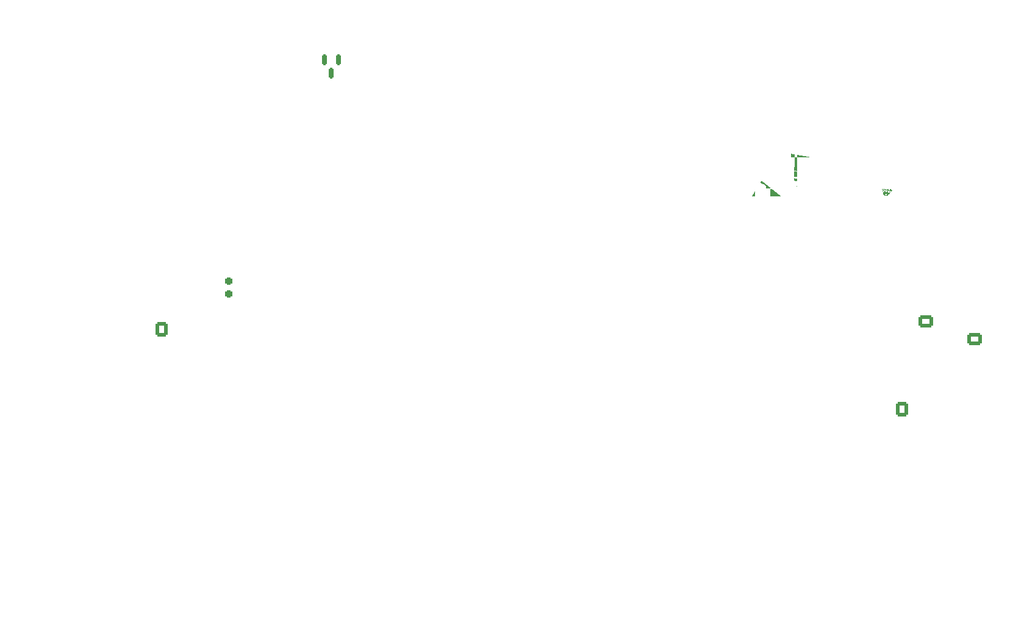
<source format=gto>
%TF.GenerationSoftware,KiCad,Pcbnew,(6.0.7)*%
%TF.CreationDate,2022-10-08T01:47:52-07:00*%
%TF.ProjectId,PhobGCC,50686f62-4743-4432-9e6b-696361645f70,rev?*%
%TF.SameCoordinates,Original*%
%TF.FileFunction,Legend,Top*%
%TF.FilePolarity,Positive*%
%FSLAX46Y46*%
G04 Gerber Fmt 4.6, Leading zero omitted, Abs format (unit mm)*
G04 Created by KiCad (PCBNEW (6.0.7)) date 2022-10-08 01:47:52*
%MOMM*%
%LPD*%
G01*
G04 APERTURE LIST*
G04 Aperture macros list*
%AMRoundRect*
0 Rectangle with rounded corners*
0 $1 Rounding radius*
0 $2 $3 $4 $5 $6 $7 $8 $9 X,Y pos of 4 corners*
0 Add a 4 corners polygon primitive as box body*
4,1,4,$2,$3,$4,$5,$6,$7,$8,$9,$2,$3,0*
0 Add four circle primitives for the rounded corners*
1,1,$1+$1,$2,$3*
1,1,$1+$1,$4,$5*
1,1,$1+$1,$6,$7*
1,1,$1+$1,$8,$9*
0 Add four rect primitives between the rounded corners*
20,1,$1+$1,$2,$3,$4,$5,0*
20,1,$1+$1,$4,$5,$6,$7,0*
20,1,$1+$1,$6,$7,$8,$9,0*
20,1,$1+$1,$8,$9,$2,$3,0*%
%AMHorizOval*
0 Thick line with rounded ends*
0 $1 width*
0 $2 $3 position (X,Y) of the first rounded end (center of the circle)*
0 $4 $5 position (X,Y) of the second rounded end (center of the circle)*
0 Add line between two ends*
20,1,$1,$2,$3,$4,$5,0*
0 Add two circle primitives to create the rounded ends*
1,1,$1,$2,$3*
1,1,$1,$4,$5*%
%AMFreePoly0*
4,1,397,1.800000,-0.940000,0.408673,-0.940000,0.403277,-1.027235,0.401356,-1.133531,0.402945,-1.281398,0.411246,-1.393555,0.428015,-1.476551,0.454895,-1.537030,0.493756,-1.582129,0.534104,-1.611203,0.615558,-1.643348,0.697633,-1.653926,0.796329,-1.665641,0.796818,-1.665915,0.797379,-1.665882,0.885602,-1.696498,0.886085,-1.696929,0.886718,-1.697051,0.953945,-1.741469,0.954506,-1.742299,
0.955336,-1.742850,0.991086,-1.795975,0.991245,-1.796757,0.991743,-1.797383,0.992100,-1.798622,0.992059,-1.798988,0.992245,-1.799304,0.998244,-1.841600,0.998195,-1.841790,0.998283,-1.841968,1.003319,-1.917100,1.003293,-1.917176,1.003327,-1.917249,1.006969,-2.015726,1.006949,-2.015779,1.006971,-2.015830,1.008789,-2.128157,1.008776,-2.128189,1.008790,-2.128221,1.008917,-2.166484,
1.009242,-2.278465,1.009223,-2.278512,1.009241,-2.278558,1.007796,-2.371336,1.007717,-2.371520,1.007776,-2.371710,1.000931,-2.447096,1.000725,-2.447490,1.000783,-2.447927,0.984905,-2.507730,0.984444,-2.508333,0.984321,-2.509082,0.955778,-2.555109,0.955023,-2.555652,0.954554,-2.556455,0.909717,-2.590517,0.908982,-2.590710,0.908423,-2.591227,0.843661,-2.615132,0.843193,-2.615114,
0.842798,-2.615365,0.754478,-2.630921,0.754229,-2.630866,0.754000,-2.630982,0.638493,-2.639998,0.638370,-2.639958,0.638251,-2.640011,0.491924,-2.644296,0.491870,-2.644275,0.491816,-2.644298,0.311040,-2.645661,0.311024,-2.645654,0.311008,-2.645661,0.092153,-2.645911,0.051430,-2.645971,-0.178230,-2.646549,-0.178242,-2.646544,-0.178254,-2.646549,-0.369163,-2.646129,-0.369210,-2.646109,
-0.369258,-2.646128,-0.524988,-2.642817,-0.525096,-2.642769,-0.525207,-2.642807,-0.649331,-2.634711,-0.649539,-2.634608,-0.649766,-2.634664,-0.745858,-2.619891,-0.746222,-2.619670,-0.746647,-2.619703,-0.818278,-2.596360,-0.818812,-2.595903,-0.819501,-2.595767,-0.870245,-2.561959,-0.870750,-2.561206,-0.871523,-2.560730,-0.904952,-2.514566,-0.905138,-2.513787,-0.905656,-2.513182,-0.925342,-2.452766,
-0.925303,-2.452268,-0.925550,-2.451833,-0.935068,-2.375274,-0.935002,-2.375036,-0.935104,-2.374811,-0.938024,-2.280213,-0.937994,-2.280134,-0.938026,-2.280055,-0.937923,-2.165521,-0.937833,-2.119370,-0.937834,-1.803410,-0.936369,-1.799874,-0.877066,-1.740572,-0.876576,-1.740369,-0.876278,-1.739930,-0.793514,-1.685525,-0.792729,-1.685375,-0.792098,-1.684883,-0.726694,-1.666833,-0.726373,-1.666873,
-0.726096,-1.666707,-0.548823,-1.640470,-0.453663,-1.607693,-0.402766,-1.569117,-0.345169,-1.511522,-0.345631,-1.136259,-0.347252,-0.974299,-0.348989,-0.940000,-0.800000,-0.940000,-0.800000,-0.215041,-0.836656,-0.193977,-0.946948,-0.164784,-1.072629,-0.163822,-1.220285,-0.190343,-1.370229,-0.234730,-1.737574,-0.379606,-2.090998,-0.562564,-2.427441,-0.780837,-2.743769,-1.031620,-3.036902,-1.312144,
-3.303709,-1.619597,-3.541085,-1.951188,-3.745975,-2.304202,-3.804811,-2.422589,-3.960839,-2.791719,-4.077792,-3.164945,-4.156752,-3.547344,-4.198758,-3.943898,-4.205358,-4.339194,-4.201969,-4.463252,-4.197628,-4.553433,-4.191104,-4.618114,-4.181212,-4.665718,-4.166709,-4.704984,-4.146174,-4.744742,-4.145984,-4.745080,-4.060578,-4.856101,-3.946974,-4.942083,-3.814392,-4.996270,-3.798578,-5.000082,
-3.761170,-5.007830,-3.726466,-5.012262,-3.688540,-5.012497,-3.641363,-5.007587,-3.579075,-4.996539,-3.495925,-4.978393,-3.386079,-4.952190,-3.243882,-4.917022,-3.160107,-4.896099,-3.160090,-4.896102,-3.160075,-4.896091,-2.825551,-4.814926,-2.825504,-4.814933,-2.825465,-4.814906,-2.520338,-4.746537,-2.520279,-4.746546,-2.520229,-4.746513,-2.234186,-4.689082,-2.234118,-4.689095,-2.234060,-4.689058,
-1.956777,-4.640707,-1.956708,-4.640723,-1.956649,-4.640687,-1.677813,-4.599558,-1.677751,-4.599574,-1.677695,-4.599542,-1.386988,-4.563779,-1.386947,-4.563790,-1.386909,-4.563770,-1.208530,-4.544727,-1.208456,-4.544749,-1.208387,-4.544714,-0.788972,-4.512186,-0.788865,-4.512221,-0.788763,-4.512174,-0.344963,-4.496401,-0.344871,-4.496435,-0.344780,-4.496398,0.114330,-4.496896,0.114414,-4.496930,
0.114500,-4.496898,0.579843,-4.513179,0.579925,-4.513216,0.580009,-4.513188,1.042509,-4.544767,1.042591,-4.544808,1.042680,-4.544781,1.493263,-4.591174,1.493353,-4.591222,1.493451,-4.591197,1.923040,-4.651918,1.923142,-4.651978,1.923257,-4.651954,2.322776,-4.726517,2.322840,-4.726559,2.322917,-4.726545,2.366542,-4.735989,2.366779,-4.736153,2.367068,-4.736133,2.514152,-4.785220,
2.514595,-4.785604,2.515171,-4.785694,2.638100,-4.860626,2.638477,-4.861143,2.639067,-4.861393,2.733566,-4.957707,2.733832,-4.958367,2.734387,-4.958814,2.796184,-5.072043,2.796268,-5.072821,2.796700,-5.073470,2.821521,-5.199153,2.821434,-5.199595,2.821615,-5.200009,2.821893,-5.212292,2.821745,-5.212674,2.821850,-5.213070,2.804925,-5.339172,2.804595,-5.339741,2.804598,-5.340396,
2.756011,-5.459423,2.755587,-5.459851,2.755451,-5.460439,2.681433,-5.564067,2.680901,-5.564398,2.680617,-5.564956,2.587399,-5.644860,2.586701,-5.645088,2.586199,-5.645622,2.480009,-5.693477,2.479486,-5.693493,2.479057,-5.693796,2.457728,-5.698617,2.457323,-5.698547,2.456955,-5.698729,2.387087,-5.703343,2.386780,-5.703239,2.386474,-5.703346,2.280533,-5.697312,2.280388,-5.697242,
2.280234,-5.697286,2.136975,-5.680464,2.136894,-5.680419,2.136804,-5.680441,1.954985,-5.652688,1.954937,-5.652659,1.954885,-5.652671,1.775715,-5.621580,1.422750,-5.567304,1.038613,-5.525452,0.632604,-5.496232,0.214024,-5.479852,-0.207803,-5.476527,-0.623560,-5.486465,-1.023796,-5.509873,-1.399392,-5.546974,-1.418991,-5.549396,-1.773556,-5.601353,-2.152156,-5.670741,-2.541796,-5.754671,
-2.929412,-5.850236,-3.301917,-5.954528,-3.460779,-6.003419,-3.460810,-6.003416,-3.460833,-6.003435,-3.663945,-6.063458,-3.664094,-6.063442,-3.664216,-6.063530,-3.834344,-6.103619,-3.834572,-6.103582,-3.834770,-6.103700,-3.976058,-6.124270,-3.976395,-6.124185,-3.976715,-6.124322,-4.093297,-6.125789,-4.093760,-6.125604,-4.094244,-6.125710,-4.190263,-6.108490,-4.190728,-6.108191,-4.191282,-6.108192,
-4.253671,-6.082532,-4.254052,-6.082153,-4.254578,-6.082044,-4.390550,-5.989695,-4.390910,-5.989147,-4.391500,-5.988856,-4.490511,-5.875964,-4.490746,-5.875273,-4.491283,-5.874779,-4.553881,-5.740424,-4.553911,-5.739735,-4.554278,-5.739152,-4.581011,-5.582417,-4.580926,-5.582043,-4.581081,-5.581691,-4.582207,-5.532634,-4.585052,-5.448410,-4.593539,-5.336992,-4.606346,-5.213085,-4.621904,-5.092970,
-4.660414,-4.793081,-4.660386,-4.792977,-4.660436,-4.792880,-4.684051,-4.523303,-4.684011,-4.523176,-4.684067,-4.523053,-4.693275,-4.274662,-4.693222,-4.274518,-4.693277,-4.274377,-4.688571,-4.038046,-4.688527,-4.037948,-4.688562,-4.037846,-4.683262,-3.949808,-4.683212,-3.949705,-4.683245,-3.949595,-4.643853,-3.567529,-4.643760,-3.567356,-4.643802,-3.567164,-4.580385,-3.211057,-4.580266,-3.210871,
-4.580295,-3.210654,-4.490070,-2.869846,-4.489936,-2.869670,-4.489947,-2.869447,-4.370127,-2.533281,-4.369996,-2.533136,-4.369991,-2.532938,-4.230649,-2.217397,-4.230522,-2.217276,-4.230507,-2.217102,-4.055517,-1.882177,-4.055357,-1.882043,-4.055322,-1.881838,-3.864133,-1.576576,-3.863949,-1.576446,-3.863893,-1.576229,-3.648848,-1.289829,-3.648663,-1.289720,-3.648593,-1.289516,-3.402039,-1.011177,
-3.401923,-1.011121,-3.401875,-1.011000,-3.307079,-0.913845,-3.306971,-0.913799,-3.306924,-0.913692,-3.042008,-0.664949,-3.041821,-0.664878,-3.041726,-0.664704,-2.773401,-0.448059,-2.773192,-0.447997,-2.773072,-0.447815,-2.490391,-0.255508,-2.490186,-0.255465,-2.490057,-0.255299,-2.182072,-0.079570,-2.181932,-0.079551,-2.181839,-0.079444,-2.003995,0.009919,-2.003897,0.009926,-2.003830,0.009998,
-1.798346,0.104003,-1.798219,0.104008,-1.798129,0.104096,-1.595978,0.185243,-1.595842,0.185243,-1.595741,0.185332,-1.384936,0.257810,-1.384815,0.257803,-1.384720,0.257879,-1.153282,0.325873,-1.153197,0.325864,-1.153128,0.325916,-0.944671,0.379992,-0.800000,0.417724,-0.799999,1.660000,1.800000,1.660000,1.800000,-0.940000,1.800000,-0.940000,$1*%
%AMFreePoly1*
4,1,466,4.128268,6.138208,4.128693,6.138340,4.221084,6.129783,4.221580,6.129522,4.222136,6.129569,4.303090,6.103861,4.303514,6.103504,4.304063,6.103433,4.379090,6.060442,4.379347,6.060110,4.379750,6.059990,4.454357,5.999589,4.454443,5.999429,4.454613,5.999366,4.475155,5.980289,4.475217,5.980153,4.475355,5.980093,4.535551,5.917527,4.535693,5.917166,4.536021,5.916960,
4.580360,5.854677,4.580476,5.854173,4.580852,5.853817,4.612519,5.782932,4.612532,5.782477,4.612804,5.782110,4.634982,5.693736,4.634940,5.693452,4.635085,5.693204,4.650959,5.578454,4.650926,5.578326,4.650987,5.578209,4.661229,5.462209,4.672755,5.333438,4.687835,5.196765,4.704385,5.069757,4.718284,4.981170,4.718280,4.981155,4.718288,4.981143,4.730835,4.898185,
4.730804,4.898058,4.730865,4.897944,4.740372,4.804730,4.740342,4.804628,4.740389,4.804531,4.747181,4.694391,4.747155,4.694317,4.747187,4.694247,4.751588,4.560508,4.751570,4.560460,4.751590,4.560414,4.753927,4.396403,4.753917,4.396379,4.753927,4.396351,4.754529,4.238019,4.754524,4.238004,4.754530,4.237990,4.754205,4.062905,4.754196,4.062883,4.754205,4.062861,
4.752711,3.922460,4.752693,3.922418,4.752709,3.922376,4.749589,3.809017,4.749559,3.808949,4.749583,3.808879,4.744385,3.714921,4.744340,3.714828,4.744371,3.714728,4.736640,3.632530,4.736587,3.632429,4.736616,3.632318,4.725898,3.554235,4.725849,3.554153,4.725870,3.554060,4.711710,3.472450,4.711689,3.472416,4.711697,3.472376,4.707744,3.451457,4.707678,3.451356,
4.707697,3.451237,4.601013,2.998814,4.600876,2.998624,4.600892,2.998393,4.458156,2.566588,4.458000,2.566407,4.457996,2.566166,4.280044,2.156216,4.279867,2.156045,4.279840,2.155801,4.067508,1.768941,4.067314,1.768785,4.067263,1.768540,3.821388,1.406007,3.821178,1.405869,3.821104,1.405627,3.542521,1.068654,3.542298,1.068536,3.542201,1.068303,3.231746,0.758128,
3.231514,0.758032,3.231397,0.757811,2.889906,0.475668,2.889672,0.475596,2.889538,0.475392,2.527848,0.228688,2.527654,0.228648,2.527534,0.228491,2.274813,0.082318,2.274645,0.082296,2.274533,0.082166,2.015739,-0.046296,2.015564,-0.046308,2.015442,-0.046431,1.742981,-0.160145,1.742817,-0.160145,1.742694,-0.160255,1.448971,-0.262176,1.448830,-0.262168,1.448719,-0.262256,
1.126139,-0.355343,1.126038,-0.355332,1.125956,-0.355392,0.859132,-0.421512,0.715035,-0.463160,0.589379,-0.519345,0.518465,-0.560591,0.493893,-0.575351,0.460705,-0.606956,0.314786,-0.693941,0.200000,-0.731237,0.200000,-1.240000,1.800000,-1.240000,1.800000,-3.840000,-0.800000,-3.840000,-0.800000,-1.240000,-0.200000,-1.240000,-0.200000,-0.733543,-0.343569,-0.680150,-0.485717,-0.587131,
-0.603725,-0.464931,-0.691726,-0.319622,-0.745348,-0.158430,-0.761926,0.010639,-0.740634,0.179178,-0.682532,0.338812,-0.590509,0.481606,-0.469134,0.600464,-0.402247,0.641613,-0.381219,0.685926,-0.363081,0.750183,-0.352297,0.829119,-0.346998,0.930789,-0.345283,1.063231,-0.345166,1.138528,-0.345166,1.509656,-0.412391,1.576650,-0.453385,1.613052,-0.494509,1.635166,-0.550419,1.648609,
-0.633798,1.658206,-0.633815,1.658216,-0.633835,1.658209,-0.735724,1.670718,-0.736025,1.670888,-0.736368,1.670840,-0.813236,1.690732,-0.813815,1.691168,-0.814532,1.691271,-0.869861,1.724049,-0.870477,1.724870,-0.871355,1.725407,-0.908627,1.776578,-0.908828,1.777413,-0.909371,1.778075,-0.932068,1.853142,-0.932021,1.853619,-0.932251,1.854037,-0.943855,1.958506,-0.943794,1.958716,
-0.943884,1.958914,-0.947876,2.098289,-0.947853,2.098349,-0.947878,2.098409,-0.948119,2.153061,-0.948110,2.153083,-0.948119,2.153106,-0.947572,2.274538,-0.947546,2.274600,-0.947570,2.274663,-0.944996,2.362151,-0.944930,2.362299,-0.944978,2.362453,-0.939399,2.424372,-0.939251,2.424654,-0.939309,2.424968,-0.929749,2.469691,-0.929490,2.470067,-0.929494,2.470520,-0.914977,2.506423,
-0.914758,2.506646,-0.914724,2.506956,-0.904316,2.525907,-0.904043,2.526126,-0.903959,2.526465,-0.866993,2.576658,-0.866099,2.577198,-0.865462,2.578026,-0.819733,2.604357,-0.818946,2.604460,-0.818294,2.604911,-0.763406,2.616776,-0.763058,2.616713,-0.762741,2.616874,-0.720082,2.620217,-0.719983,2.620186,-0.719889,2.620229,-0.640375,2.623383,-0.640340,2.623370,-0.640306,2.623385,
-0.529412,2.626248,-0.529393,2.626241,-0.529373,2.626249,-0.392576,2.628720,-0.392563,2.628715,-0.392548,2.628721,-0.235325,2.630702,-0.235313,2.630697,-0.235302,2.630702,-0.063130,2.632091,-0.063120,2.632087,-0.063110,2.632091,0.105645,2.632764,0.105650,2.632762,0.105655,2.632764,0.879570,2.634333,0.879626,2.634310,0.879685,2.634333,0.881406,2.633577,0.883109,2.632876,
0.883133,2.632819,0.883189,2.632793,1.007526,2.503131,1.008191,2.501427,1.008916,2.499764,1.022193,1.790384,1.022004,1.789903,1.022114,1.789397,1.021327,1.788175,1.020796,1.786821,1.020322,1.786614,1.020042,1.786180,0.938079,1.729380,0.937775,1.729314,0.937578,1.729075,0.862966,1.689426,0.862399,1.689371,0.861949,1.689021,0.767087,1.662862,0.766783,1.662900,
0.766522,1.662741,0.611235,1.638723,0.553188,1.621632,0.510108,1.595836,0.482248,1.570604,0.451532,1.536342,0.431798,1.501011,0.419069,1.452589,0.409893,1.379223,0.405065,1.323546,0.398833,1.188821,0.400588,1.050678,0.409490,0.919076,0.424679,0.804120,0.445263,0.715900,0.458644,0.682236,0.496745,0.618693,0.553496,0.536915,0.619501,0.449262,0.685420,0.367950,
0.741929,0.305155,0.760753,0.287115,0.851531,0.220540,0.948976,0.178302,1.058036,0.160336,1.183624,0.166832,1.330474,0.198084,1.503196,0.254343,1.661846,0.316964,2.044000,0.499136,2.404894,0.716821,2.742004,0.967905,3.052698,1.250222,3.334373,1.561614,3.584498,1.900027,3.592635,1.912312,3.804036,2.270847,3.978612,2.648258,4.115389,3.041009,4.213329,3.445469,
4.271390,3.857989,4.288538,4.275045,4.287307,4.346125,4.283719,4.467132,4.279281,4.554489,4.272589,4.616802,4.262257,4.662916,4.246852,4.701835,4.224760,4.742619,4.221734,4.747801,4.145181,4.845771,4.044803,4.927645,3.932151,4.986330,3.818836,5.014661,3.789188,5.016151,3.746620,5.011074,3.669589,4.996666,3.565277,4.974452,3.440528,4.945921,3.302195,4.912567,
3.214437,4.890585,3.214420,4.890587,3.214406,4.890577,2.815024,4.793254,2.814959,4.793264,2.814906,4.793227,2.443760,4.712213,2.443681,4.712227,2.443613,4.712183,2.091318,4.646311,2.091228,4.646330,2.091148,4.646282,1.748319,4.594385,1.748224,4.594409,1.748138,4.594361,1.405393,4.555272,1.405301,4.555298,1.405215,4.555255,1.053168,4.527805,1.053086,4.527832,
1.053008,4.527794,0.682274,4.510818,0.682206,4.510842,0.682141,4.510814,0.283338,4.503143,0.283299,4.503158,0.283261,4.503142,0.093769,4.502415,0.093747,4.502424,0.093725,4.502415,-0.186213,4.503810,-0.186246,4.503824,-0.186279,4.503811,-0.433122,4.508277,-0.433167,4.508297,-0.433215,4.508279,-0.656131,4.516457,-0.656189,4.516484,-0.656249,4.516463,-0.864407,4.528998,
-0.864471,4.529029,-0.864537,4.529008,-1.067106,4.546542,-1.067166,4.546573,-1.067233,4.546554,-1.273381,4.569731,-1.273433,4.569760,-1.273489,4.569745,-1.492385,4.599206,-1.492418,4.599226,-1.492457,4.599216,-1.674406,4.626426,-1.674433,4.626442,-1.674463,4.626435,-1.904357,4.663529,-1.904406,4.663559,-1.904462,4.663547,-2.096151,4.698659,-2.096235,4.698714,-2.096335,4.698696,
-2.253773,4.733682,-2.253908,4.733778,-2.254075,4.733759,-2.381216,4.770476,-2.381422,4.770640,-2.381685,4.770637,-2.482483,4.810940,-2.482761,4.811211,-2.483147,4.811264,-2.561556,4.857008,-2.561866,4.857416,-2.562349,4.857582,-2.622321,4.910623,-2.622566,4.911125,-2.623044,4.911416,-2.668538,4.973608,-2.668653,4.974081,-2.669014,4.974406,-2.703980,5.047608,-2.703997,5.047928,
-2.704208,5.048170,-2.729354,5.122980,-2.729326,5.123385,-2.729544,5.123731,-2.747077,5.226340,-2.746909,5.227077,-2.747109,5.227807,-2.734722,5.326017,-2.734366,5.326642,-2.734357,5.327359,-2.689766,5.431502,-2.689482,5.431778,-2.689419,5.432169,-2.646003,5.502175,-2.645625,5.502446,-2.645470,5.502885,-2.553431,5.605135,-2.552738,5.605466,-2.552280,5.606081,-2.440413,5.672988,
-2.439614,5.673106,-2.438956,5.673572,-2.312193,5.702410,-2.311704,5.702327,-2.311251,5.702532,-2.282333,5.703497,-2.282091,5.703406,-2.281845,5.703490,-2.225873,5.699891,-2.225756,5.699834,-2.225633,5.699869,-2.137511,5.689915,-2.137459,5.689886,-2.137399,5.689902,-2.026618,5.674855,-2.026579,5.674833,-2.026538,5.674843,-1.902592,5.655964,-1.902563,5.655946,-1.902529,5.655954,
-1.813769,5.641264,-1.274400,5.560469,-0.752528,5.506712,-0.233836,5.478924,0.296010,5.476047,0.389909,5.478003,0.903842,5.499723,1.389863,5.540027,1.858776,5.600707,2.321288,5.683551,2.788090,5.790347,3.269958,5.922906,3.532645,6.003440,3.532650,6.003439,3.532656,6.003444,3.725889,6.062200,3.725988,6.062190,3.726068,6.062251,3.885827,6.104373,3.886006,6.104349,
3.886156,6.104448,4.017949,6.129806,4.018242,6.129746,4.018508,6.129881,4.127846,6.138346,4.128268,6.138208,4.128268,6.138208,$1*%
%AMFreePoly2*
4,1,109,2.423048,2.892512,2.446920,2.888310,2.451927,2.883128,2.458779,2.880902,2.473024,2.861296,2.489866,2.843866,2.490871,2.836731,2.495106,2.830902,2.495106,2.806663,2.498486,2.782666,2.471432,2.628953,2.468694,2.623799,2.468851,2.617962,2.380444,2.318632,2.376698,2.313172,2.376028,2.306587,2.250031,2.021036,2.245617,2.016101,2.244110,2.009656,2.203805,1.943010,
2.482545,2.046854,2.491614,2.046526,2.500000,2.050000,3.100000,2.050000,3.135355,2.035355,3.150000,2.000000,3.150000,0.900000,3.135355,0.864645,3.100000,0.850000,2.500000,0.850000,2.491234,0.853631,2.481746,0.853451,1.980546,1.050000,1.361999,1.050000,1.105862,0.905567,1.099374,0.904257,1.094308,0.899996,0.805051,0.782755,0.798448,0.782286,0.792878,0.778709,
0.500000,0.701823,0.500000,0.571170,0.597174,0.473315,0.687196,0.329249,0.743064,0.168820,0.762000,0.000000,0.761703,-0.021276,0.738060,-0.189502,0.677735,-0.348309,0.583726,-0.489804,0.460705,-0.606956,0.314786,-0.693941,0.153221,-0.746436,-0.015958,-0.761833,-0.184344,-0.739365,-0.343569,-0.680150,-0.485717,-0.587131,-0.603725,-0.464931,-0.691726,-0.319622,-0.745348,-0.158429,
-0.761926,0.010639,-0.740634,0.179178,-0.682532,0.338812,-0.590508,0.481606,-0.500000,0.570238,-0.500000,0.701823,-0.792878,0.778709,-0.798448,0.782286,-0.805050,0.782755,-1.094308,0.899996,-1.099374,0.904257,-1.105862,0.905567,-1.344265,1.040000,-1.980989,1.040000,-2.482545,0.853146,-2.491614,0.853474,-2.500000,0.850000,-3.100000,0.850000,-3.135355,0.864645,-3.150000,0.900000,
-3.150000,2.000000,-3.135355,2.035355,-3.100000,2.050000,-2.500000,2.050000,-2.491234,2.046369,-2.481746,2.046549,-2.199479,1.935856,-2.244110,2.009656,-2.245617,2.016101,-2.250031,2.021036,-2.376029,2.306588,-2.376699,2.313174,-2.380443,2.318631,-2.468851,2.617962,-2.468694,2.623799,-2.471432,2.628953,-2.498486,2.782666,-2.495106,2.806663,-2.495106,2.830902,-2.490871,2.836731,
-2.489866,2.843866,-2.473024,2.861296,-2.458779,2.880902,-2.451927,2.883128,-2.446920,2.888310,-2.423048,2.892512,-2.400000,2.900000,2.400000,2.900000,2.423048,2.892512,2.423048,2.892512,$1*%
%AMFreePoly3*
4,1,109,0.174003,0.741867,0.334039,0.684881,0.477472,0.593856,0.597174,0.473315,0.687196,0.329249,0.743064,0.168820,0.762000,0.000000,0.761703,-0.021276,0.738060,-0.189502,0.677735,-0.348309,0.583726,-0.489804,0.500000,-0.569536,0.500000,-0.701823,0.792878,-0.778709,0.798448,-0.782286,0.805051,-0.782755,1.094308,-0.899996,1.099374,-0.904257,1.105862,-0.905567,1.346039,-1.041000,
1.979990,-1.041000,2.481545,-0.854146,2.490614,-0.854474,2.499000,-0.851000,3.100000,-0.851000,3.135355,-0.865645,3.150000,-0.901000,3.150000,-2.001000,3.135355,-2.036355,3.100000,-2.051000,2.499000,-2.051000,2.490234,-2.047369,2.480746,-2.047549,2.200583,-1.937681,2.244110,-2.009656,2.245617,-2.016101,2.250031,-2.021036,2.376028,-2.306587,2.376698,-2.313172,2.380444,-2.318632,
2.468851,-2.617962,2.468694,-2.623799,2.471432,-2.628953,2.498486,-2.782666,2.495106,-2.806663,2.495106,-2.830902,2.490871,-2.836731,2.489866,-2.843866,2.473024,-2.861296,2.458779,-2.880902,2.451927,-2.883128,2.446920,-2.888310,2.423048,-2.892512,2.400000,-2.900000,-2.400000,-2.900000,-2.423048,-2.892512,-2.446920,-2.888310,-2.451927,-2.883128,-2.458779,-2.880902,-2.473024,-2.861296,
-2.489866,-2.843866,-2.490871,-2.836731,-2.495106,-2.830902,-2.495106,-2.806663,-2.498486,-2.782666,-2.471432,-2.628953,-2.468694,-2.623799,-2.468851,-2.617962,-2.380443,-2.318631,-2.376699,-2.313174,-2.376029,-2.306588,-2.250031,-2.021036,-2.245617,-2.016101,-2.244110,-2.009656,-2.203805,-1.943010,-2.482545,-2.046854,-2.491614,-2.046526,-2.500000,-2.050000,-3.100000,-2.050000,-3.135355,-2.035355,
-3.150000,-2.000000,-3.150000,-0.900000,-3.135355,-0.864645,-3.100000,-0.850000,-2.500000,-0.850000,-2.491234,-0.853631,-2.481746,-0.853451,-1.980545,-1.050000,-1.361999,-1.050000,-1.105862,-0.905567,-1.099374,-0.904257,-1.094308,-0.899996,-0.805050,-0.782755,-0.798448,-0.782286,-0.792878,-0.778709,-0.500000,-0.701823,-0.500000,-0.572341,-0.603725,-0.464931,-0.691726,-0.319622,-0.745348,-0.158429,
-0.761926,0.010639,-0.740634,0.179178,-0.682532,0.338812,-0.590508,0.481606,-0.469134,0.600464,-0.324444,0.689478,-0.163628,0.744224,0.005320,0.761981,0.174003,0.741867,0.174003,0.741867,$1*%
%AMFreePoly4*
4,1,52,0.073905,0.494508,0.209726,0.453889,0.328688,0.376782,0.421226,0.269385,0.479903,0.140333,0.500000,0.000000,0.499851,-0.012216,0.493270,-0.051334,2.240667,-0.051334,2.244203,-0.052798,2.245667,-0.056334,2.245667,-5.115167,2.244203,-5.118703,2.240667,-5.120167,1.669167,-5.120167,1.665631,-5.118703,1.664167,-5.115167,1.664167,-0.632834,0.213667,-0.632834,0.213667,-5.115167,
0.212203,-5.118703,0.208667,-5.120167,-0.384000,-5.120167,-0.387536,-5.118703,-0.389000,-5.115167,-0.389000,-0.632834,-1.860666,-0.632834,-1.860666,-5.115167,-1.862130,-5.118703,-1.865666,-5.120167,-2.437166,-5.120167,-2.440702,-5.118703,-2.442166,-5.115167,-2.442166,-0.056334,-2.440702,-0.052798,-2.437166,-0.051334,-0.540331,-0.051334,-0.516310,0.048800,-0.516081,0.049116,-0.516084,0.049507,
-0.478875,0.141542,-0.478152,0.146186,-0.469840,0.163891,-0.466788,0.171439,-0.466264,0.171972,-0.466055,0.172692,-0.465216,0.173739,-0.417904,0.274511,-0.324060,0.380769,-0.204165,0.456417,-0.067858,0.495374,0.073905,0.494508,0.073905,0.494508,$1*%
%AMFreePoly5*
4,1,69,2.426383,5.069651,2.428131,5.068968,2.428153,5.068918,2.428203,5.068897,2.428915,5.067177,2.429666,5.065462,2.429646,5.065411,2.429667,5.065361,2.429667,0.026500,2.428203,0.022964,2.424667,0.021500,1.697721,0.021500,1.514570,0.021092,1.334660,0.019937,1.164978,0.018135,1.012624,0.015784,0.884488,0.012987,0.787775,0.009847,0.749088,0.007927,0.530743,-0.005432,
0.508394,-0.088993,0.508170,-0.089285,0.508167,-0.089653,0.458855,-0.205995,0.458401,-0.206442,0.458241,-0.207057,0.434305,-0.238758,0.414519,-0.279596,0.319384,-0.384700,0.198574,-0.458877,0.061801,-0.496166,-0.079941,-0.493568,-0.215256,-0.451293,-0.333266,-0.372738,-0.424486,-0.264219,-0.481581,-0.134460,-0.499963,0.006109,-0.498457,0.015784,-0.497567,0.021500,-2.253166,0.021500,
-2.256702,0.022964,-2.258166,0.026500,-2.258166,5.064166,-2.256702,5.067702,-2.253166,5.069166,-1.681666,5.069166,-1.678130,5.067702,-1.676666,5.064166,-1.676666,0.581833,-0.205000,0.581833,-0.205000,5.064166,-0.203536,5.067702,-0.200000,5.069166,0.371500,5.069166,0.375036,5.067702,0.376500,5.064166,0.376500,0.581833,1.826819,0.581833,1.837584,5.053595,1.838292,5.055293,
1.838977,5.057047,1.839034,5.057072,1.839057,5.057127,1.840742,5.057820,1.842483,5.058582,2.424566,5.070360,2.424617,5.070340,2.424667,5.070361,2.426383,5.069651,2.426383,5.069651,$1*%
G04 Aperture macros list end*
%ADD10C,0.120000*%
%ADD11C,0.300000*%
%ADD12C,0.150000*%
%ADD13C,0.250000*%
%ADD14C,0.100000*%
%ADD15C,0.127000*%
%ADD16C,3.560000*%
%ADD17C,3.560001*%
%ADD18C,0.810267*%
%ADD19C,0.814255*%
%ADD20C,2.590494*%
%ADD21C,0.010000*%
%ADD22O,1.600000X2.500000*%
%ADD23O,1.400000X2.000000*%
%ADD24R,1.400000X1.400000*%
%ADD25O,1.400000X1.400000*%
%ADD26RoundRect,0.237500X0.300000X0.237500X-0.300000X0.237500X-0.300000X-0.237500X0.300000X-0.237500X0*%
%ADD27RoundRect,0.237500X0.237500X-0.250000X0.237500X0.250000X-0.237500X0.250000X-0.237500X-0.250000X0*%
%ADD28C,1.600000*%
%ADD29O,1.600000X2.600000*%
%ADD30C,2.000000*%
%ADD31HorizOval,2.800000X-0.577898X0.161352X0.577898X-0.161352X0*%
%ADD32O,0.700000X2.000000*%
%ADD33O,0.800000X3.000000*%
%ADD34O,0.800000X2.000000*%
%ADD35O,2.000000X0.800000*%
%ADD36O,3.000000X0.800000*%
%ADD37O,2.800000X2.200000*%
%ADD38FreePoly0,12.000000*%
%ADD39FreePoly1,12.000000*%
%ADD40C,0.800000*%
%ADD41C,2.400000*%
%ADD42RoundRect,0.150000X0.587500X0.150000X-0.587500X0.150000X-0.587500X-0.150000X0.587500X-0.150000X0*%
%ADD43R,1.200000X0.750000*%
%ADD44C,1.498000*%
%ADD45C,2.500000*%
%ADD46RoundRect,0.237500X0.250000X0.237500X-0.250000X0.237500X-0.250000X-0.237500X0.250000X-0.237500X0*%
%ADD47RoundRect,0.237500X-0.250000X-0.237500X0.250000X-0.237500X0.250000X0.237500X-0.250000X0.237500X0*%
%ADD48FreePoly0,41.000000*%
%ADD49FreePoly1,41.000000*%
%ADD50C,5.200000*%
%ADD51FreePoly2,270.000000*%
%ADD52FreePoly3,270.000000*%
%ADD53C,1.800000*%
%ADD54C,1.700000*%
%ADD55R,0.900000X1.200000*%
%ADD56FreePoly2,180.000000*%
%ADD57FreePoly3,180.000000*%
%ADD58RoundRect,0.237500X0.237500X-0.300000X0.237500X0.300000X-0.237500X0.300000X-0.237500X-0.300000X0*%
%ADD59C,0.787400*%
%ADD60C,2.200000*%
%ADD61R,1.700000X1.700000*%
%ADD62RoundRect,0.237500X-0.237500X0.250000X-0.237500X-0.250000X0.237500X-0.250000X0.237500X0.250000X0*%
%ADD63HorizOval,0.800000X-0.599178X0.031402X0.599178X-0.031402X0*%
%ADD64HorizOval,0.800000X-1.098492X0.057570X1.098492X-0.057570X0*%
%ADD65HorizOval,0.800000X0.031402X0.599178X-0.031402X-0.599178X0*%
%ADD66HorizOval,0.800000X0.057570X1.098492X-0.057570X-1.098492X0*%
%ADD67HorizOval,2.800000X-0.568661X0.191376X0.568661X-0.191376X0*%
%ADD68HorizOval,1.600000X0.026168X0.499315X-0.026168X-0.499315X0*%
%ADD69FreePoly4,0.000000*%
%ADD70FreePoly5,0.000000*%
%ADD71RoundRect,0.250000X-0.375000X-0.625000X0.375000X-0.625000X0.375000X0.625000X-0.375000X0.625000X0*%
%ADD72FreePoly0,0.000000*%
%ADD73FreePoly1,0.000000*%
%ADD74RoundRect,0.237500X-0.300000X-0.237500X0.300000X-0.237500X0.300000X0.237500X-0.300000X0.237500X0*%
%ADD75FreePoly0,297.000000*%
%ADD76FreePoly1,297.000000*%
%ADD77RoundRect,0.150000X-0.150000X0.587500X-0.150000X-0.587500X0.150000X-0.587500X0.150000X0.587500X0*%
%ADD78RoundRect,0.250000X0.750000X-0.600000X0.750000X0.600000X-0.750000X0.600000X-0.750000X-0.600000X0*%
%ADD79O,2.000000X1.700000*%
%ADD80RoundRect,0.250000X-0.600000X-0.725000X0.600000X-0.725000X0.600000X0.725000X-0.600000X0.725000X0*%
%ADD81O,1.700000X1.950000*%
%ADD82RoundRect,0.250000X-0.750000X0.600000X-0.750000X-0.600000X0.750000X-0.600000X0.750000X0.600000X0*%
%ADD83RoundRect,0.250000X0.600000X0.750000X-0.600000X0.750000X-0.600000X-0.750000X0.600000X-0.750000X0*%
%ADD84O,1.700000X2.000000*%
G04 APERTURE END LIST*
D10*
X47962500Y-71850000D02*
X69712500Y-71850000D01*
X69712500Y-71850000D02*
X69712500Y-76375000D01*
X69712500Y-76375000D02*
X47962500Y-76375000D01*
X47962500Y-76375000D02*
X47962500Y-71850000D01*
G36*
X47962500Y-71850000D02*
G01*
X69712500Y-71850000D01*
X69712500Y-76375000D01*
X47962500Y-76375000D01*
X47962500Y-71850000D01*
G37*
D11*
X59539285Y-34759523D02*
X60396428Y-34759523D01*
X59967857Y-38759523D02*
X59967857Y-34759523D01*
X60896428Y-38759523D02*
X60896428Y-34759523D01*
X61539285Y-38759523D02*
X61539285Y-36664285D01*
X61467857Y-36283333D01*
X61325000Y-36092857D01*
X61110714Y-36092857D01*
X60967857Y-36283333D01*
X60896428Y-36473809D01*
X62253571Y-38759523D02*
X62253571Y-36092857D01*
X62253571Y-34759523D02*
X62182142Y-34950000D01*
X62253571Y-35140476D01*
X62325000Y-34950000D01*
X62253571Y-34759523D01*
X62253571Y-35140476D01*
X62967857Y-36092857D02*
X62967857Y-38759523D01*
X62967857Y-36473809D02*
X63039285Y-36283333D01*
X63182142Y-36092857D01*
X63396428Y-36092857D01*
X63539285Y-36283333D01*
X63610714Y-36664285D01*
X63610714Y-38759523D01*
X64967857Y-36092857D02*
X64967857Y-39330952D01*
X64896428Y-39711904D01*
X64825000Y-39902380D01*
X64682142Y-40092857D01*
X64467857Y-40092857D01*
X64325000Y-39902380D01*
X64967857Y-38569047D02*
X64825000Y-38759523D01*
X64539285Y-38759523D01*
X64396428Y-38569047D01*
X64325000Y-38378571D01*
X64253571Y-37997619D01*
X64253571Y-36854761D01*
X64325000Y-36473809D01*
X64396428Y-36283333D01*
X64539285Y-36092857D01*
X64825000Y-36092857D01*
X64967857Y-36283333D01*
X66325000Y-38759523D02*
X66325000Y-36664285D01*
X66253571Y-36283333D01*
X66110714Y-36092857D01*
X65825000Y-36092857D01*
X65682142Y-36283333D01*
X66325000Y-38569047D02*
X66182142Y-38759523D01*
X65825000Y-38759523D01*
X65682142Y-38569047D01*
X65610714Y-38188095D01*
X65610714Y-37807142D01*
X65682142Y-37426190D01*
X65825000Y-37235714D01*
X66182142Y-37235714D01*
X66325000Y-37045238D01*
X67039285Y-38759523D02*
X67039285Y-36092857D01*
X67039285Y-36473809D02*
X67110714Y-36283333D01*
X67253571Y-36092857D01*
X67467857Y-36092857D01*
X67610714Y-36283333D01*
X67682142Y-36664285D01*
X67682142Y-38759523D01*
X67682142Y-36664285D02*
X67753571Y-36283333D01*
X67896428Y-36092857D01*
X68110714Y-36092857D01*
X68253571Y-36283333D01*
X68325000Y-36664285D01*
X68325000Y-38759523D01*
X69682142Y-38759523D02*
X69682142Y-36664285D01*
X69610714Y-36283333D01*
X69467857Y-36092857D01*
X69182142Y-36092857D01*
X69039285Y-36283333D01*
X69682142Y-38569047D02*
X69539285Y-38759523D01*
X69182142Y-38759523D01*
X69039285Y-38569047D01*
X68967857Y-38188095D01*
X68967857Y-37807142D01*
X69039285Y-37426190D01*
X69182142Y-37235714D01*
X69539285Y-37235714D01*
X69682142Y-37045238D01*
X72325000Y-38759523D02*
X71467857Y-38759523D01*
X71896428Y-38759523D02*
X71896428Y-34759523D01*
X71753571Y-35330952D01*
X71610714Y-35711904D01*
X71467857Y-35902380D01*
X72967857Y-38378571D02*
X73039285Y-38569047D01*
X72967857Y-38759523D01*
X72896428Y-38569047D01*
X72967857Y-38378571D01*
X72967857Y-38759523D01*
X74467857Y-38759523D02*
X73610714Y-38759523D01*
X74039285Y-38759523D02*
X74039285Y-34759523D01*
X73896428Y-35330952D01*
X73753571Y-35711904D01*
X73610714Y-35902380D01*
D12*
X40097385Y-90278401D02*
X39764052Y-90278401D01*
X39764052Y-90802210D02*
X39764052Y-89802210D01*
X40240242Y-89802210D01*
X40764052Y-90802210D02*
X40668813Y-90754591D01*
X40621194Y-90706972D01*
X40573575Y-90611734D01*
X40573575Y-90326020D01*
X40621194Y-90230782D01*
X40668813Y-90183163D01*
X40764052Y-90135544D01*
X40906909Y-90135544D01*
X41002147Y-90183163D01*
X41049766Y-90230782D01*
X41097385Y-90326020D01*
X41097385Y-90611734D01*
X41049766Y-90706972D01*
X41002147Y-90754591D01*
X40906909Y-90802210D01*
X40764052Y-90802210D01*
X41525956Y-90802210D02*
X41525956Y-90135544D01*
X41525956Y-90326020D02*
X41573575Y-90230782D01*
X41621194Y-90183163D01*
X41716432Y-90135544D01*
X41811671Y-90135544D01*
X43335480Y-90135544D02*
X43335480Y-90802210D01*
X42906909Y-90135544D02*
X42906909Y-90659353D01*
X42954528Y-90754591D01*
X43049766Y-90802210D01*
X43192623Y-90802210D01*
X43287861Y-90754591D01*
X43335480Y-90706972D01*
X43764052Y-90754591D02*
X43859290Y-90802210D01*
X44049766Y-90802210D01*
X44145004Y-90754591D01*
X44192623Y-90659353D01*
X44192623Y-90611734D01*
X44145004Y-90516496D01*
X44049766Y-90468877D01*
X43906909Y-90468877D01*
X43811671Y-90421258D01*
X43764052Y-90326020D01*
X43764052Y-90278401D01*
X43811671Y-90183163D01*
X43906909Y-90135544D01*
X44049766Y-90135544D01*
X44145004Y-90183163D01*
X45002147Y-90754591D02*
X44906909Y-90802210D01*
X44716432Y-90802210D01*
X44621194Y-90754591D01*
X44573575Y-90659353D01*
X44573575Y-90278401D01*
X44621194Y-90183163D01*
X44716432Y-90135544D01*
X44906909Y-90135544D01*
X45002147Y-90183163D01*
X45049766Y-90278401D01*
X45049766Y-90373639D01*
X44573575Y-90468877D01*
X46145004Y-90135544D02*
X46335480Y-90802210D01*
X46525956Y-90326020D01*
X46716432Y-90802210D01*
X46906909Y-90135544D01*
X47287861Y-90802210D02*
X47287861Y-90135544D01*
X47287861Y-89802210D02*
X47240242Y-89849830D01*
X47287861Y-89897449D01*
X47335480Y-89849830D01*
X47287861Y-89802210D01*
X47287861Y-89897449D01*
X47621194Y-90135544D02*
X48002147Y-90135544D01*
X47764052Y-89802210D02*
X47764052Y-90659353D01*
X47811671Y-90754591D01*
X47906909Y-90802210D01*
X48002147Y-90802210D01*
X48335480Y-90802210D02*
X48335480Y-89802210D01*
X48764052Y-90802210D02*
X48764052Y-90278401D01*
X48716432Y-90183163D01*
X48621194Y-90135544D01*
X48478337Y-90135544D01*
X48383099Y-90183163D01*
X48335480Y-90230782D01*
X39335480Y-91745544D02*
X39716432Y-91745544D01*
X39478337Y-91412210D02*
X39478337Y-92269353D01*
X39525956Y-92364591D01*
X39621194Y-92412210D01*
X39716432Y-92412210D01*
X40049766Y-92412210D02*
X40049766Y-91412210D01*
X40478337Y-92412210D02*
X40478337Y-91888401D01*
X40430718Y-91793163D01*
X40335480Y-91745544D01*
X40192623Y-91745544D01*
X40097385Y-91793163D01*
X40049766Y-91840782D01*
X40954528Y-92412210D02*
X40954528Y-91745544D01*
X40954528Y-91412210D02*
X40906909Y-91459830D01*
X40954528Y-91507449D01*
X41002147Y-91459830D01*
X40954528Y-91412210D01*
X40954528Y-91507449D01*
X41430718Y-91745544D02*
X41430718Y-92412210D01*
X41430718Y-91840782D02*
X41478337Y-91793163D01*
X41573575Y-91745544D01*
X41716432Y-91745544D01*
X41811671Y-91793163D01*
X41859290Y-91888401D01*
X41859290Y-92412210D01*
X42764052Y-91745544D02*
X42764052Y-92555068D01*
X42716432Y-92650306D01*
X42668813Y-92697925D01*
X42573575Y-92745544D01*
X42430718Y-92745544D01*
X42335480Y-92697925D01*
X42764052Y-92364591D02*
X42668813Y-92412210D01*
X42478337Y-92412210D01*
X42383099Y-92364591D01*
X42335480Y-92316972D01*
X42287861Y-92221734D01*
X42287861Y-91936020D01*
X42335480Y-91840782D01*
X42383099Y-91793163D01*
X42478337Y-91745544D01*
X42668813Y-91745544D01*
X42764052Y-91793163D01*
X43668813Y-92412210D02*
X43668813Y-91888401D01*
X43621194Y-91793163D01*
X43525956Y-91745544D01*
X43335480Y-91745544D01*
X43240242Y-91793163D01*
X43668813Y-92364591D02*
X43573575Y-92412210D01*
X43335480Y-92412210D01*
X43240242Y-92364591D01*
X43192623Y-92269353D01*
X43192623Y-92174115D01*
X43240242Y-92078877D01*
X43335480Y-92031258D01*
X43573575Y-92031258D01*
X43668813Y-91983639D01*
X44145004Y-92412210D02*
X44145004Y-91745544D01*
X44145004Y-91840782D02*
X44192623Y-91793163D01*
X44287861Y-91745544D01*
X44430718Y-91745544D01*
X44525956Y-91793163D01*
X44573575Y-91888401D01*
X44573575Y-92412210D01*
X44573575Y-91888401D02*
X44621194Y-91793163D01*
X44716432Y-91745544D01*
X44859290Y-91745544D01*
X44954528Y-91793163D01*
X45002147Y-91888401D01*
X45002147Y-92412210D01*
X45906909Y-92412210D02*
X45906909Y-91888401D01*
X45859290Y-91793163D01*
X45764052Y-91745544D01*
X45573575Y-91745544D01*
X45478337Y-91793163D01*
X45906909Y-92364591D02*
X45811671Y-92412210D01*
X45573575Y-92412210D01*
X45478337Y-92364591D01*
X45430718Y-92269353D01*
X45430718Y-92174115D01*
X45478337Y-92078877D01*
X45573575Y-92031258D01*
X45811671Y-92031258D01*
X45906909Y-91983639D01*
X47668813Y-92412210D02*
X47097385Y-92412210D01*
X47383099Y-92412210D02*
X47383099Y-91412210D01*
X47287861Y-91555068D01*
X47192623Y-91650306D01*
X47097385Y-91697925D01*
X48097385Y-92316972D02*
X48145004Y-92364591D01*
X48097385Y-92412210D01*
X48049766Y-92364591D01*
X48097385Y-92316972D01*
X48097385Y-92412210D01*
X49097385Y-92412210D02*
X48525956Y-92412210D01*
X48811671Y-92412210D02*
X48811671Y-91412210D01*
X48716432Y-91555068D01*
X48621194Y-91650306D01*
X48525956Y-91697925D01*
D13*
X115913095Y-24875000D02*
X115817857Y-24827380D01*
X115675000Y-24827380D01*
X115532142Y-24875000D01*
X115436904Y-24970238D01*
X115389285Y-25065476D01*
X115341666Y-25255952D01*
X115341666Y-25398809D01*
X115389285Y-25589285D01*
X115436904Y-25684523D01*
X115532142Y-25779761D01*
X115675000Y-25827380D01*
X115770238Y-25827380D01*
X115913095Y-25779761D01*
X115960714Y-25732142D01*
X115960714Y-25398809D01*
X115770238Y-25398809D01*
X116389285Y-25827380D02*
X116389285Y-24827380D01*
X116960714Y-25827380D01*
X116960714Y-24827380D01*
X117436904Y-25827380D02*
X117436904Y-24827380D01*
X117675000Y-24827380D01*
X117817857Y-24875000D01*
X117913095Y-24970238D01*
X117960714Y-25065476D01*
X118008333Y-25255952D01*
X118008333Y-25398809D01*
X117960714Y-25589285D01*
X117913095Y-25684523D01*
X117817857Y-25779761D01*
X117675000Y-25827380D01*
X117436904Y-25827380D01*
X107971428Y-24827380D02*
X108590476Y-24827380D01*
X108257142Y-25208333D01*
X108400000Y-25208333D01*
X108495238Y-25255952D01*
X108542857Y-25303571D01*
X108590476Y-25398809D01*
X108590476Y-25636904D01*
X108542857Y-25732142D01*
X108495238Y-25779761D01*
X108400000Y-25827380D01*
X108114285Y-25827380D01*
X108019047Y-25779761D01*
X107971428Y-25732142D01*
X109019047Y-25732142D02*
X109066666Y-25779761D01*
X109019047Y-25827380D01*
X108971428Y-25779761D01*
X109019047Y-25732142D01*
X109019047Y-25827380D01*
X109400000Y-24827380D02*
X110019047Y-24827380D01*
X109685714Y-25208333D01*
X109828571Y-25208333D01*
X109923809Y-25255952D01*
X109971428Y-25303571D01*
X110019047Y-25398809D01*
X110019047Y-25636904D01*
X109971428Y-25732142D01*
X109923809Y-25779761D01*
X109828571Y-25827380D01*
X109542857Y-25827380D01*
X109447619Y-25779761D01*
X109400000Y-25732142D01*
X110352380Y-25160714D02*
X110590476Y-25827380D01*
X110828571Y-25160714D01*
X48508928Y-70853571D02*
X48651785Y-70901190D01*
X48699404Y-70948809D01*
X48747023Y-71044047D01*
X48747023Y-71186904D01*
X48699404Y-71282142D01*
X48651785Y-71329761D01*
X48556547Y-71377380D01*
X48175595Y-71377380D01*
X48175595Y-70377380D01*
X48508928Y-70377380D01*
X48604166Y-70425000D01*
X48651785Y-70472619D01*
X48699404Y-70567857D01*
X48699404Y-70663095D01*
X48651785Y-70758333D01*
X48604166Y-70805952D01*
X48508928Y-70853571D01*
X48175595Y-70853571D01*
X49175595Y-71377380D02*
X49175595Y-70710714D01*
X49175595Y-70901190D02*
X49223214Y-70805952D01*
X49270833Y-70758333D01*
X49366071Y-70710714D01*
X49461309Y-70710714D01*
X50223214Y-71377380D02*
X50223214Y-70853571D01*
X50175595Y-70758333D01*
X50080357Y-70710714D01*
X49889880Y-70710714D01*
X49794642Y-70758333D01*
X50223214Y-71329761D02*
X50127976Y-71377380D01*
X49889880Y-71377380D01*
X49794642Y-71329761D01*
X49747023Y-71234523D01*
X49747023Y-71139285D01*
X49794642Y-71044047D01*
X49889880Y-70996428D01*
X50127976Y-70996428D01*
X50223214Y-70948809D01*
X50699404Y-70710714D02*
X50699404Y-71377380D01*
X50699404Y-70805952D02*
X50747023Y-70758333D01*
X50842261Y-70710714D01*
X50985119Y-70710714D01*
X51080357Y-70758333D01*
X51127976Y-70853571D01*
X51127976Y-71377380D01*
X52032738Y-71329761D02*
X51937500Y-71377380D01*
X51747023Y-71377380D01*
X51651785Y-71329761D01*
X51604166Y-71282142D01*
X51556547Y-71186904D01*
X51556547Y-70901190D01*
X51604166Y-70805952D01*
X51651785Y-70758333D01*
X51747023Y-70710714D01*
X51937500Y-70710714D01*
X52032738Y-70758333D01*
X52461309Y-71377380D02*
X52461309Y-70377380D01*
X52889880Y-71377380D02*
X52889880Y-70853571D01*
X52842261Y-70758333D01*
X52747023Y-70710714D01*
X52604166Y-70710714D01*
X52508928Y-70758333D01*
X52461309Y-70805952D01*
X54127976Y-71377380D02*
X54127976Y-70377380D01*
X54127976Y-70758333D02*
X54223214Y-70710714D01*
X54413690Y-70710714D01*
X54508928Y-70758333D01*
X54556547Y-70805952D01*
X54604166Y-70901190D01*
X54604166Y-71186904D01*
X54556547Y-71282142D01*
X54508928Y-71329761D01*
X54413690Y-71377380D01*
X54223214Y-71377380D01*
X54127976Y-71329761D01*
X55461309Y-71377380D02*
X55461309Y-70853571D01*
X55413690Y-70758333D01*
X55318452Y-70710714D01*
X55127976Y-70710714D01*
X55032738Y-70758333D01*
X55461309Y-71329761D02*
X55366071Y-71377380D01*
X55127976Y-71377380D01*
X55032738Y-71329761D01*
X54985119Y-71234523D01*
X54985119Y-71139285D01*
X55032738Y-71044047D01*
X55127976Y-70996428D01*
X55366071Y-70996428D01*
X55461309Y-70948809D01*
X55889880Y-71329761D02*
X55985119Y-71377380D01*
X56175595Y-71377380D01*
X56270833Y-71329761D01*
X56318452Y-71234523D01*
X56318452Y-71186904D01*
X56270833Y-71091666D01*
X56175595Y-71044047D01*
X56032738Y-71044047D01*
X55937500Y-70996428D01*
X55889880Y-70901190D01*
X55889880Y-70853571D01*
X55937500Y-70758333D01*
X56032738Y-70710714D01*
X56175595Y-70710714D01*
X56270833Y-70758333D01*
X57127976Y-71329761D02*
X57032738Y-71377380D01*
X56842261Y-71377380D01*
X56747023Y-71329761D01*
X56699404Y-71234523D01*
X56699404Y-70853571D01*
X56747023Y-70758333D01*
X56842261Y-70710714D01*
X57032738Y-70710714D01*
X57127976Y-70758333D01*
X57175595Y-70853571D01*
X57175595Y-70948809D01*
X56699404Y-71044047D01*
X58032738Y-71377380D02*
X58032738Y-70377380D01*
X58032738Y-71329761D02*
X57937500Y-71377380D01*
X57747023Y-71377380D01*
X57651785Y-71329761D01*
X57604166Y-71282142D01*
X57556547Y-71186904D01*
X57556547Y-70901190D01*
X57604166Y-70805952D01*
X57651785Y-70758333D01*
X57747023Y-70710714D01*
X57937500Y-70710714D01*
X58032738Y-70758333D01*
X59413690Y-71377380D02*
X59318452Y-71329761D01*
X59270833Y-71282142D01*
X59223214Y-71186904D01*
X59223214Y-70901190D01*
X59270833Y-70805952D01*
X59318452Y-70758333D01*
X59413690Y-70710714D01*
X59556547Y-70710714D01*
X59651785Y-70758333D01*
X59699404Y-70805952D01*
X59747023Y-70901190D01*
X59747023Y-71186904D01*
X59699404Y-71282142D01*
X59651785Y-71329761D01*
X59556547Y-71377380D01*
X59413690Y-71377380D01*
X60175595Y-70710714D02*
X60175595Y-71377380D01*
X60175595Y-70805952D02*
X60223214Y-70758333D01*
X60318452Y-70710714D01*
X60461309Y-70710714D01*
X60556547Y-70758333D01*
X60604166Y-70853571D01*
X60604166Y-71377380D01*
X61842261Y-71377380D02*
X61842261Y-70377380D01*
X62223214Y-70377380D01*
X62318452Y-70425000D01*
X62366071Y-70472619D01*
X62413690Y-70567857D01*
X62413690Y-70710714D01*
X62366071Y-70805952D01*
X62318452Y-70853571D01*
X62223214Y-70901190D01*
X61842261Y-70901190D01*
X62842261Y-71377380D02*
X62842261Y-70377380D01*
X63270833Y-71377380D02*
X63270833Y-70853571D01*
X63223214Y-70758333D01*
X63127976Y-70710714D01*
X62985119Y-70710714D01*
X62889880Y-70758333D01*
X62842261Y-70805952D01*
X63889880Y-71377380D02*
X63794642Y-71329761D01*
X63747023Y-71282142D01*
X63699404Y-71186904D01*
X63699404Y-70901190D01*
X63747023Y-70805952D01*
X63794642Y-70758333D01*
X63889880Y-70710714D01*
X64032738Y-70710714D01*
X64127976Y-70758333D01*
X64175595Y-70805952D01*
X64223214Y-70901190D01*
X64223214Y-71186904D01*
X64175595Y-71282142D01*
X64127976Y-71329761D01*
X64032738Y-71377380D01*
X63889880Y-71377380D01*
X64651785Y-71377380D02*
X64651785Y-70377380D01*
X64651785Y-70758333D02*
X64747023Y-70710714D01*
X64937500Y-70710714D01*
X65032738Y-70758333D01*
X65080357Y-70805952D01*
X65127976Y-70901190D01*
X65127976Y-71186904D01*
X65080357Y-71282142D01*
X65032738Y-71329761D01*
X64937500Y-71377380D01*
X64747023Y-71377380D01*
X64651785Y-71329761D01*
X66842261Y-71377380D02*
X66270833Y-71377380D01*
X66556547Y-71377380D02*
X66556547Y-70377380D01*
X66461309Y-70520238D01*
X66366071Y-70615476D01*
X66270833Y-70663095D01*
X67270833Y-71282142D02*
X67318452Y-71329761D01*
X67270833Y-71377380D01*
X67223214Y-71329761D01*
X67270833Y-71282142D01*
X67270833Y-71377380D01*
X67699404Y-70472619D02*
X67747023Y-70425000D01*
X67842261Y-70377380D01*
X68080357Y-70377380D01*
X68175595Y-70425000D01*
X68223214Y-70472619D01*
X68270833Y-70567857D01*
X68270833Y-70663095D01*
X68223214Y-70805952D01*
X67651785Y-71377380D01*
X68270833Y-71377380D01*
X68699404Y-71282142D02*
X68747023Y-71329761D01*
X68699404Y-71377380D01*
X68651785Y-71329761D01*
X68699404Y-71282142D01*
X68699404Y-71377380D01*
X69080357Y-70377380D02*
X69699404Y-70377380D01*
X69366071Y-70758333D01*
X69508928Y-70758333D01*
X69604166Y-70805952D01*
X69651785Y-70853571D01*
X69699404Y-70948809D01*
X69699404Y-71186904D01*
X69651785Y-71282142D01*
X69604166Y-71329761D01*
X69508928Y-71377380D01*
X69223214Y-71377380D01*
X69127976Y-71329761D01*
X69080357Y-71282142D01*
X113257142Y-24802380D02*
X112780952Y-24802380D01*
X112733333Y-25278571D01*
X112780952Y-25230952D01*
X112876190Y-25183333D01*
X113114285Y-25183333D01*
X113209523Y-25230952D01*
X113257142Y-25278571D01*
X113304761Y-25373809D01*
X113304761Y-25611904D01*
X113257142Y-25707142D01*
X113209523Y-25754761D01*
X113114285Y-25802380D01*
X112876190Y-25802380D01*
X112780952Y-25754761D01*
X112733333Y-25707142D01*
X113638095Y-25135714D02*
X113876190Y-25802380D01*
X114114285Y-25135714D01*
D12*
X133637194Y-44749972D02*
X133589575Y-44797591D01*
X133446718Y-44845210D01*
X133351480Y-44845210D01*
X133208623Y-44797591D01*
X133113385Y-44702353D01*
X133065766Y-44607115D01*
X133018147Y-44416639D01*
X133018147Y-44273782D01*
X133065766Y-44083306D01*
X133113385Y-43988068D01*
X133208623Y-43892830D01*
X133351480Y-43845210D01*
X133446718Y-43845210D01*
X133589575Y-43892830D01*
X133637194Y-43940449D01*
X134589575Y-44845210D02*
X134018147Y-44845210D01*
X134303861Y-44845210D02*
X134303861Y-43845210D01*
X134208623Y-43988068D01*
X134113385Y-44083306D01*
X134018147Y-44130925D01*
X135208623Y-43845210D02*
X135303861Y-43845210D01*
X135399099Y-43892830D01*
X135446718Y-43940449D01*
X135494337Y-44035687D01*
X135541956Y-44226163D01*
X135541956Y-44464258D01*
X135494337Y-44654734D01*
X135446718Y-44749972D01*
X135399099Y-44797591D01*
X135303861Y-44845210D01*
X135208623Y-44845210D01*
X135113385Y-44797591D01*
X135065766Y-44749972D01*
X135018147Y-44654734D01*
X134970528Y-44464258D01*
X134970528Y-44226163D01*
X135018147Y-44035687D01*
X135065766Y-43940449D01*
X135113385Y-43892830D01*
X135208623Y-43845210D01*
X66462432Y-32946687D02*
X65986242Y-33280020D01*
X66462432Y-33518115D02*
X65462432Y-33518115D01*
X65462432Y-33137163D01*
X65510052Y-33041925D01*
X65557671Y-32994306D01*
X65652909Y-32946687D01*
X65795766Y-32946687D01*
X65891004Y-32994306D01*
X65938623Y-33041925D01*
X65986242Y-33137163D01*
X65986242Y-33518115D01*
X66462432Y-31994306D02*
X66462432Y-32565734D01*
X66462432Y-32280020D02*
X65462432Y-32280020D01*
X65605290Y-32375258D01*
X65700528Y-32470496D01*
X65748147Y-32565734D01*
X65462432Y-31660972D02*
X65462432Y-31041925D01*
X65843385Y-31375258D01*
X65843385Y-31232401D01*
X65891004Y-31137163D01*
X65938623Y-31089544D01*
X66033861Y-31041925D01*
X66271956Y-31041925D01*
X66367194Y-31089544D01*
X66414813Y-31137163D01*
X66462432Y-31232401D01*
X66462432Y-31518115D01*
X66414813Y-31613353D01*
X66367194Y-31660972D01*
X72954813Y-34091449D02*
X72859575Y-34043830D01*
X72764337Y-33948591D01*
X72621480Y-33805734D01*
X72526242Y-33758115D01*
X72431004Y-33758115D01*
X72478623Y-33996210D02*
X72383385Y-33948591D01*
X72288147Y-33853353D01*
X72240528Y-33662877D01*
X72240528Y-33329544D01*
X72288147Y-33139068D01*
X72383385Y-33043830D01*
X72478623Y-32996210D01*
X72669099Y-32996210D01*
X72764337Y-33043830D01*
X72859575Y-33139068D01*
X72907194Y-33329544D01*
X72907194Y-33662877D01*
X72859575Y-33853353D01*
X72764337Y-33948591D01*
X72669099Y-33996210D01*
X72478623Y-33996210D01*
X73859575Y-33996210D02*
X73288147Y-33996210D01*
X73573861Y-33996210D02*
X73573861Y-32996210D01*
X73478623Y-33139068D01*
X73383385Y-33234306D01*
X73288147Y-33281925D01*
X77925885Y-41190972D02*
X77878266Y-41238591D01*
X77735409Y-41286210D01*
X77640171Y-41286210D01*
X77497313Y-41238591D01*
X77402075Y-41143353D01*
X77354456Y-41048115D01*
X77306837Y-40857639D01*
X77306837Y-40714782D01*
X77354456Y-40524306D01*
X77402075Y-40429068D01*
X77497313Y-40333830D01*
X77640171Y-40286210D01*
X77735409Y-40286210D01*
X77878266Y-40333830D01*
X77925885Y-40381449D01*
X78402075Y-41286210D02*
X78592552Y-41286210D01*
X78687790Y-41238591D01*
X78735409Y-41190972D01*
X78830647Y-41048115D01*
X78878266Y-40857639D01*
X78878266Y-40476687D01*
X78830647Y-40381449D01*
X78783028Y-40333830D01*
X78687790Y-40286210D01*
X78497313Y-40286210D01*
X78402075Y-40333830D01*
X78354456Y-40381449D01*
X78306837Y-40476687D01*
X78306837Y-40714782D01*
X78354456Y-40810020D01*
X78402075Y-40857639D01*
X78497313Y-40905258D01*
X78687790Y-40905258D01*
X78783028Y-40857639D01*
X78830647Y-40810020D01*
X78878266Y-40714782D01*
X77457142Y-57837142D02*
X77409523Y-57884761D01*
X77266666Y-57932380D01*
X77171428Y-57932380D01*
X77028571Y-57884761D01*
X76933333Y-57789523D01*
X76885714Y-57694285D01*
X76838095Y-57503809D01*
X76838095Y-57360952D01*
X76885714Y-57170476D01*
X76933333Y-57075238D01*
X77028571Y-56980000D01*
X77171428Y-56932380D01*
X77266666Y-56932380D01*
X77409523Y-56980000D01*
X77457142Y-57027619D01*
X78409523Y-57932380D02*
X77838095Y-57932380D01*
X78123809Y-57932380D02*
X78123809Y-56932380D01*
X78028571Y-57075238D01*
X77933333Y-57170476D01*
X77838095Y-57218095D01*
X78742857Y-56932380D02*
X79361904Y-56932380D01*
X79028571Y-57313333D01*
X79171428Y-57313333D01*
X79266666Y-57360952D01*
X79314285Y-57408571D01*
X79361904Y-57503809D01*
X79361904Y-57741904D01*
X79314285Y-57837142D01*
X79266666Y-57884761D01*
X79171428Y-57932380D01*
X78885714Y-57932380D01*
X78790476Y-57884761D01*
X78742857Y-57837142D01*
X89663385Y-41660972D02*
X89615766Y-41708591D01*
X89472909Y-41756210D01*
X89377671Y-41756210D01*
X89234813Y-41708591D01*
X89139575Y-41613353D01*
X89091956Y-41518115D01*
X89044337Y-41327639D01*
X89044337Y-41184782D01*
X89091956Y-40994306D01*
X89139575Y-40899068D01*
X89234813Y-40803830D01*
X89377671Y-40756210D01*
X89472909Y-40756210D01*
X89615766Y-40803830D01*
X89663385Y-40851449D01*
X90615766Y-41756210D02*
X90044337Y-41756210D01*
X90330052Y-41756210D02*
X90330052Y-40756210D01*
X90234813Y-40899068D01*
X90139575Y-40994306D01*
X90044337Y-41041925D01*
X86387194Y-32656210D02*
X86053861Y-32180020D01*
X85815766Y-32656210D02*
X85815766Y-31656210D01*
X86196718Y-31656210D01*
X86291956Y-31703830D01*
X86339575Y-31751449D01*
X86387194Y-31846687D01*
X86387194Y-31989544D01*
X86339575Y-32084782D01*
X86291956Y-32132401D01*
X86196718Y-32180020D01*
X85815766Y-32180020D01*
X87339575Y-32656210D02*
X86768147Y-32656210D01*
X87053861Y-32656210D02*
X87053861Y-31656210D01*
X86958623Y-31799068D01*
X86863385Y-31894306D01*
X86768147Y-31941925D01*
X87720528Y-31751449D02*
X87768147Y-31703830D01*
X87863385Y-31656210D01*
X88101480Y-31656210D01*
X88196718Y-31703830D01*
X88244337Y-31751449D01*
X88291956Y-31846687D01*
X88291956Y-31941925D01*
X88244337Y-32084782D01*
X87672909Y-32656210D01*
X88291956Y-32656210D01*
X125438385Y-53856210D02*
X125105052Y-53380020D01*
X124866956Y-53856210D02*
X124866956Y-52856210D01*
X125247909Y-52856210D01*
X125343147Y-52903830D01*
X125390766Y-52951449D01*
X125438385Y-53046687D01*
X125438385Y-53189544D01*
X125390766Y-53284782D01*
X125343147Y-53332401D01*
X125247909Y-53380020D01*
X124866956Y-53380020D01*
X126295528Y-53189544D02*
X126295528Y-53856210D01*
X126057432Y-52808591D02*
X125819337Y-53522877D01*
X126438385Y-53522877D01*
X130563385Y-52356210D02*
X130230052Y-51880020D01*
X129991956Y-52356210D02*
X129991956Y-51356210D01*
X130372909Y-51356210D01*
X130468147Y-51403830D01*
X130515766Y-51451449D01*
X130563385Y-51546687D01*
X130563385Y-51689544D01*
X130515766Y-51784782D01*
X130468147Y-51832401D01*
X130372909Y-51880020D01*
X129991956Y-51880020D01*
X130896718Y-51356210D02*
X131515766Y-51356210D01*
X131182432Y-51737163D01*
X131325290Y-51737163D01*
X131420528Y-51784782D01*
X131468147Y-51832401D01*
X131515766Y-51927639D01*
X131515766Y-52165734D01*
X131468147Y-52260972D01*
X131420528Y-52308591D01*
X131325290Y-52356210D01*
X131039575Y-52356210D01*
X130944337Y-52308591D01*
X130896718Y-52260972D01*
X112201666Y-39580000D02*
X111501666Y-39580000D01*
X111501666Y-39413333D01*
X111535000Y-39313333D01*
X111601666Y-39246666D01*
X111668333Y-39213333D01*
X111801666Y-39180000D01*
X111901666Y-39180000D01*
X112035000Y-39213333D01*
X112101666Y-39246666D01*
X112168333Y-39313333D01*
X112201666Y-39413333D01*
X112201666Y-39580000D01*
X111501666Y-38980000D02*
X112201666Y-38746666D01*
X111501666Y-38513333D01*
X112201666Y-37946666D02*
X112201666Y-38280000D01*
X111501666Y-38280000D01*
X111501666Y-37413333D02*
X111501666Y-37546666D01*
X111535000Y-37613333D01*
X111568333Y-37646666D01*
X111668333Y-37713333D01*
X111801666Y-37746666D01*
X112068333Y-37746666D01*
X112135000Y-37713333D01*
X112168333Y-37680000D01*
X112201666Y-37613333D01*
X112201666Y-37480000D01*
X112168333Y-37413333D01*
X112135000Y-37380000D01*
X112068333Y-37346666D01*
X111901666Y-37346666D01*
X111835000Y-37380000D01*
X111801666Y-37413333D01*
X111768333Y-37480000D01*
X111768333Y-37613333D01*
X111801666Y-37680000D01*
X111835000Y-37713333D01*
X111901666Y-37746666D01*
X112001666Y-37080000D02*
X112001666Y-36746666D01*
X112201666Y-37146666D02*
X111501666Y-36913333D01*
X112201666Y-36680000D01*
X110677666Y-41263333D02*
X109977666Y-41263333D01*
X110477666Y-41030000D01*
X109977666Y-40796666D01*
X110677666Y-40796666D01*
X110677666Y-40463333D02*
X109977666Y-40463333D01*
X110677666Y-40130000D02*
X109977666Y-40130000D01*
X110477666Y-39896666D01*
X109977666Y-39663333D01*
X110677666Y-39663333D01*
X109977666Y-39396666D02*
X110677666Y-38930000D01*
X109977666Y-38930000D02*
X110677666Y-39396666D01*
X110677666Y-38263333D02*
X110344333Y-38496666D01*
X110677666Y-38663333D02*
X109977666Y-38663333D01*
X109977666Y-38396666D01*
X110011000Y-38330000D01*
X110044333Y-38296666D01*
X110111000Y-38263333D01*
X110211000Y-38263333D01*
X110277666Y-38296666D01*
X110311000Y-38330000D01*
X110344333Y-38396666D01*
X110344333Y-38663333D01*
X109977666Y-38063333D02*
X109977666Y-37663333D01*
X110677666Y-37863333D02*
X109977666Y-37863333D01*
X110677666Y-37063333D02*
X110677666Y-37463333D01*
X110677666Y-37263333D02*
X109977666Y-37263333D01*
X110077666Y-37330000D01*
X110144333Y-37396666D01*
X110177666Y-37463333D01*
X109977666Y-36630000D02*
X109977666Y-36563333D01*
X110011000Y-36496666D01*
X110044333Y-36463333D01*
X110111000Y-36430000D01*
X110244333Y-36396666D01*
X110411000Y-36396666D01*
X110544333Y-36430000D01*
X110611000Y-36463333D01*
X110644333Y-36496666D01*
X110677666Y-36563333D01*
X110677666Y-36630000D01*
X110644333Y-36696666D01*
X110611000Y-36730000D01*
X110544333Y-36763333D01*
X110411000Y-36796666D01*
X110244333Y-36796666D01*
X110111000Y-36763333D01*
X110044333Y-36730000D01*
X110011000Y-36696666D01*
X109977666Y-36630000D01*
X109977666Y-35796666D02*
X109977666Y-35930000D01*
X110011000Y-35996666D01*
X110044333Y-36030000D01*
X110144333Y-36096666D01*
X110277666Y-36130000D01*
X110544333Y-36130000D01*
X110611000Y-36096666D01*
X110644333Y-36063333D01*
X110677666Y-35996666D01*
X110677666Y-35863333D01*
X110644333Y-35796666D01*
X110611000Y-35763333D01*
X110544333Y-35730000D01*
X110377666Y-35730000D01*
X110311000Y-35763333D01*
X110277666Y-35796666D01*
X110244333Y-35863333D01*
X110244333Y-35996666D01*
X110277666Y-36063333D01*
X110311000Y-36096666D01*
X110377666Y-36130000D01*
X110044333Y-35463333D02*
X110011000Y-35430000D01*
X109977666Y-35363333D01*
X109977666Y-35196666D01*
X110011000Y-35130000D01*
X110044333Y-35096666D01*
X110111000Y-35063333D01*
X110177666Y-35063333D01*
X110277666Y-35096666D01*
X110677666Y-35496666D01*
X110677666Y-35063333D01*
X125563385Y-50110972D02*
X125515766Y-50158591D01*
X125372909Y-50206210D01*
X125277671Y-50206210D01*
X125134813Y-50158591D01*
X125039575Y-50063353D01*
X124991956Y-49968115D01*
X124944337Y-49777639D01*
X124944337Y-49634782D01*
X124991956Y-49444306D01*
X125039575Y-49349068D01*
X125134813Y-49253830D01*
X125277671Y-49206210D01*
X125372909Y-49206210D01*
X125515766Y-49253830D01*
X125563385Y-49301449D01*
X126420528Y-49539544D02*
X126420528Y-50206210D01*
X126182432Y-49158591D02*
X125944337Y-49872877D01*
X126563385Y-49872877D01*
X78825956Y-65834210D02*
X78825956Y-64834210D01*
X79064052Y-64834210D01*
X79206909Y-64881830D01*
X79302147Y-64977068D01*
X79349766Y-65072306D01*
X79397385Y-65262782D01*
X79397385Y-65405639D01*
X79349766Y-65596115D01*
X79302147Y-65691353D01*
X79206909Y-65786591D01*
X79064052Y-65834210D01*
X78825956Y-65834210D01*
X79778337Y-64929449D02*
X79825956Y-64881830D01*
X79921194Y-64834210D01*
X80159290Y-64834210D01*
X80254528Y-64881830D01*
X80302147Y-64929449D01*
X80349766Y-65024687D01*
X80349766Y-65119925D01*
X80302147Y-65262782D01*
X79730718Y-65834210D01*
X80349766Y-65834210D01*
X165157194Y-75046687D02*
X165204813Y-75094306D01*
X165252432Y-75237163D01*
X165252432Y-75332401D01*
X165204813Y-75475258D01*
X165109575Y-75570496D01*
X165014337Y-75618115D01*
X164823861Y-75665734D01*
X164681004Y-75665734D01*
X164490528Y-75618115D01*
X164395290Y-75570496D01*
X164300052Y-75475258D01*
X164252432Y-75332401D01*
X164252432Y-75237163D01*
X164300052Y-75094306D01*
X164347671Y-75046687D01*
X165252432Y-74094306D02*
X165252432Y-74665734D01*
X165252432Y-74380020D02*
X164252432Y-74380020D01*
X164395290Y-74475258D01*
X164490528Y-74570496D01*
X164538147Y-74665734D01*
X164347671Y-73713353D02*
X164300052Y-73665734D01*
X164252432Y-73570496D01*
X164252432Y-73332401D01*
X164300052Y-73237163D01*
X164347671Y-73189544D01*
X164442909Y-73141925D01*
X164538147Y-73141925D01*
X164681004Y-73189544D01*
X165252432Y-73760972D01*
X165252432Y-73141925D01*
X106811904Y-30077380D02*
X106811904Y-29077380D01*
X107050000Y-29077380D01*
X107192857Y-29125000D01*
X107288095Y-29220238D01*
X107335714Y-29315476D01*
X107383333Y-29505952D01*
X107383333Y-29648809D01*
X107335714Y-29839285D01*
X107288095Y-29934523D01*
X107192857Y-30029761D01*
X107050000Y-30077380D01*
X106811904Y-30077380D01*
X107716666Y-29077380D02*
X108335714Y-29077380D01*
X108002380Y-29458333D01*
X108145238Y-29458333D01*
X108240476Y-29505952D01*
X108288095Y-29553571D01*
X108335714Y-29648809D01*
X108335714Y-29886904D01*
X108288095Y-29982142D01*
X108240476Y-30029761D01*
X108145238Y-30077380D01*
X107859523Y-30077380D01*
X107764285Y-30029761D01*
X107716666Y-29982142D01*
X86387194Y-30956210D02*
X86053861Y-30480020D01*
X85815766Y-30956210D02*
X85815766Y-29956210D01*
X86196718Y-29956210D01*
X86291956Y-30003830D01*
X86339575Y-30051449D01*
X86387194Y-30146687D01*
X86387194Y-30289544D01*
X86339575Y-30384782D01*
X86291956Y-30432401D01*
X86196718Y-30480020D01*
X85815766Y-30480020D01*
X87339575Y-30956210D02*
X86768147Y-30956210D01*
X87053861Y-30956210D02*
X87053861Y-29956210D01*
X86958623Y-30099068D01*
X86863385Y-30194306D01*
X86768147Y-30241925D01*
X88291956Y-30956210D02*
X87720528Y-30956210D01*
X88006242Y-30956210D02*
X88006242Y-29956210D01*
X87911004Y-30099068D01*
X87815766Y-30194306D01*
X87720528Y-30241925D01*
X111408333Y-29457142D02*
X111360714Y-29504761D01*
X111217857Y-29552380D01*
X111122619Y-29552380D01*
X110979761Y-29504761D01*
X110884523Y-29409523D01*
X110836904Y-29314285D01*
X110789285Y-29123809D01*
X110789285Y-28980952D01*
X110836904Y-28790476D01*
X110884523Y-28695238D01*
X110979761Y-28600000D01*
X111122619Y-28552380D01*
X111217857Y-28552380D01*
X111360714Y-28600000D01*
X111408333Y-28647619D01*
X112265476Y-28552380D02*
X112075000Y-28552380D01*
X111979761Y-28600000D01*
X111932142Y-28647619D01*
X111836904Y-28790476D01*
X111789285Y-28980952D01*
X111789285Y-29361904D01*
X111836904Y-29457142D01*
X111884523Y-29504761D01*
X111979761Y-29552380D01*
X112170238Y-29552380D01*
X112265476Y-29504761D01*
X112313095Y-29457142D01*
X112360714Y-29361904D01*
X112360714Y-29123809D01*
X112313095Y-29028571D01*
X112265476Y-28980952D01*
X112170238Y-28933333D01*
X111979761Y-28933333D01*
X111884523Y-28980952D01*
X111836904Y-29028571D01*
X111789285Y-29123809D01*
X130233333Y-37457142D02*
X130185714Y-37504761D01*
X130042857Y-37552380D01*
X129947619Y-37552380D01*
X129804761Y-37504761D01*
X129709523Y-37409523D01*
X129661904Y-37314285D01*
X129614285Y-37123809D01*
X129614285Y-36980952D01*
X129661904Y-36790476D01*
X129709523Y-36695238D01*
X129804761Y-36600000D01*
X129947619Y-36552380D01*
X130042857Y-36552380D01*
X130185714Y-36600000D01*
X130233333Y-36647619D01*
X130566666Y-36552380D02*
X131185714Y-36552380D01*
X130852380Y-36933333D01*
X130995238Y-36933333D01*
X131090476Y-36980952D01*
X131138095Y-37028571D01*
X131185714Y-37123809D01*
X131185714Y-37361904D01*
X131138095Y-37457142D01*
X131090476Y-37504761D01*
X130995238Y-37552380D01*
X130709523Y-37552380D01*
X130614285Y-37504761D01*
X130566666Y-37457142D01*
X88872432Y-28636687D02*
X88396242Y-28970020D01*
X88872432Y-29208115D02*
X87872432Y-29208115D01*
X87872432Y-28827163D01*
X87920052Y-28731925D01*
X87967671Y-28684306D01*
X88062909Y-28636687D01*
X88205766Y-28636687D01*
X88301004Y-28684306D01*
X88348623Y-28731925D01*
X88396242Y-28827163D01*
X88396242Y-29208115D01*
X88872432Y-27684306D02*
X88872432Y-28255734D01*
X88872432Y-27970020D02*
X87872432Y-27970020D01*
X88015290Y-28065258D01*
X88110528Y-28160496D01*
X88158147Y-28255734D01*
X87872432Y-26779544D02*
X87872432Y-27255734D01*
X88348623Y-27303353D01*
X88301004Y-27255734D01*
X88253385Y-27160496D01*
X88253385Y-26922401D01*
X88301004Y-26827163D01*
X88348623Y-26779544D01*
X88443861Y-26731925D01*
X88681956Y-26731925D01*
X88777194Y-26779544D01*
X88824813Y-26827163D01*
X88872432Y-26922401D01*
X88872432Y-27160496D01*
X88824813Y-27255734D01*
X88777194Y-27303353D01*
X86388385Y-52356210D02*
X86055052Y-51880020D01*
X85816956Y-52356210D02*
X85816956Y-51356210D01*
X86197909Y-51356210D01*
X86293147Y-51403830D01*
X86340766Y-51451449D01*
X86388385Y-51546687D01*
X86388385Y-51689544D01*
X86340766Y-51784782D01*
X86293147Y-51832401D01*
X86197909Y-51880020D01*
X85816956Y-51880020D01*
X86769337Y-51451449D02*
X86816956Y-51403830D01*
X86912194Y-51356210D01*
X87150290Y-51356210D01*
X87245528Y-51403830D01*
X87293147Y-51451449D01*
X87340766Y-51546687D01*
X87340766Y-51641925D01*
X87293147Y-51784782D01*
X86721718Y-52356210D01*
X87340766Y-52356210D01*
D11*
X148187133Y-51362771D02*
X148031593Y-51316506D01*
X147817186Y-51354312D01*
X147615382Y-51463586D01*
X147497648Y-51631728D01*
X147451382Y-51787268D01*
X147430321Y-52085745D01*
X147468127Y-52300152D01*
X147590003Y-52573426D01*
X147686676Y-52703761D01*
X147854818Y-52821495D01*
X148081826Y-52855159D01*
X148224764Y-52829955D01*
X148426569Y-52720680D01*
X148485436Y-52636609D01*
X148397223Y-52136327D01*
X148111347Y-52186735D01*
X149103627Y-51127478D02*
X149166636Y-51484822D01*
X148784088Y-51404894D02*
X149166636Y-51484822D01*
X149498777Y-51278875D01*
X149002637Y-51808503D02*
X149166636Y-51484822D01*
X149431450Y-51732892D01*
X150247129Y-50925847D02*
X150310139Y-51283192D01*
X149927590Y-51203263D02*
X150310139Y-51283192D01*
X150642279Y-51077244D01*
X150146140Y-51606873D02*
X150310139Y-51283192D01*
X150574953Y-51531262D01*
X151390632Y-50724217D02*
X151453641Y-51081561D01*
X151071093Y-51001633D02*
X151453641Y-51081561D01*
X151785782Y-50875614D01*
X151289642Y-51405243D02*
X151453641Y-51081561D01*
X151718455Y-51329631D01*
D12*
X78776718Y-28532401D02*
X78443385Y-28532401D01*
X78443385Y-29056210D02*
X78443385Y-28056210D01*
X78919575Y-28056210D01*
X79824337Y-29056210D02*
X79252909Y-29056210D01*
X79538623Y-29056210D02*
X79538623Y-28056210D01*
X79443385Y-28199068D01*
X79348147Y-28294306D01*
X79252909Y-28341925D01*
X83393385Y-45716210D02*
X83060052Y-45240020D01*
X82821956Y-45716210D02*
X82821956Y-44716210D01*
X83202909Y-44716210D01*
X83298147Y-44763830D01*
X83345766Y-44811449D01*
X83393385Y-44906687D01*
X83393385Y-45049544D01*
X83345766Y-45144782D01*
X83298147Y-45192401D01*
X83202909Y-45240020D01*
X82821956Y-45240020D01*
X84345766Y-45716210D02*
X83774337Y-45716210D01*
X84060052Y-45716210D02*
X84060052Y-44716210D01*
X83964813Y-44859068D01*
X83869575Y-44954306D01*
X83774337Y-45001925D01*
X68754813Y-34091449D02*
X68659575Y-34043830D01*
X68564337Y-33948591D01*
X68421480Y-33805734D01*
X68326242Y-33758115D01*
X68231004Y-33758115D01*
X68278623Y-33996210D02*
X68183385Y-33948591D01*
X68088147Y-33853353D01*
X68040528Y-33662877D01*
X68040528Y-33329544D01*
X68088147Y-33139068D01*
X68183385Y-33043830D01*
X68278623Y-32996210D01*
X68469099Y-32996210D01*
X68564337Y-33043830D01*
X68659575Y-33139068D01*
X68707194Y-33329544D01*
X68707194Y-33662877D01*
X68659575Y-33853353D01*
X68564337Y-33948591D01*
X68469099Y-33996210D01*
X68278623Y-33996210D01*
X69088147Y-33091449D02*
X69135766Y-33043830D01*
X69231004Y-32996210D01*
X69469099Y-32996210D01*
X69564337Y-33043830D01*
X69611956Y-33091449D01*
X69659575Y-33186687D01*
X69659575Y-33281925D01*
X69611956Y-33424782D01*
X69040528Y-33996210D01*
X69659575Y-33996210D01*
X129713385Y-44730972D02*
X129665766Y-44778591D01*
X129522909Y-44826210D01*
X129427671Y-44826210D01*
X129284813Y-44778591D01*
X129189575Y-44683353D01*
X129141956Y-44588115D01*
X129094337Y-44397639D01*
X129094337Y-44254782D01*
X129141956Y-44064306D01*
X129189575Y-43969068D01*
X129284813Y-43873830D01*
X129427671Y-43826210D01*
X129522909Y-43826210D01*
X129665766Y-43873830D01*
X129713385Y-43921449D01*
X130284813Y-44254782D02*
X130189575Y-44207163D01*
X130141956Y-44159544D01*
X130094337Y-44064306D01*
X130094337Y-44016687D01*
X130141956Y-43921449D01*
X130189575Y-43873830D01*
X130284813Y-43826210D01*
X130475290Y-43826210D01*
X130570528Y-43873830D01*
X130618147Y-43921449D01*
X130665766Y-44016687D01*
X130665766Y-44064306D01*
X130618147Y-44159544D01*
X130570528Y-44207163D01*
X130475290Y-44254782D01*
X130284813Y-44254782D01*
X130189575Y-44302401D01*
X130141956Y-44350020D01*
X130094337Y-44445258D01*
X130094337Y-44635734D01*
X130141956Y-44730972D01*
X130189575Y-44778591D01*
X130284813Y-44826210D01*
X130475290Y-44826210D01*
X130570528Y-44778591D01*
X130618147Y-44730972D01*
X130665766Y-44635734D01*
X130665766Y-44445258D01*
X130618147Y-44350020D01*
X130570528Y-44302401D01*
X130475290Y-44254782D01*
X119563385Y-51110972D02*
X119515766Y-51158591D01*
X119372909Y-51206210D01*
X119277671Y-51206210D01*
X119134813Y-51158591D01*
X119039575Y-51063353D01*
X118991956Y-50968115D01*
X118944337Y-50777639D01*
X118944337Y-50634782D01*
X118991956Y-50444306D01*
X119039575Y-50349068D01*
X119134813Y-50253830D01*
X119277671Y-50206210D01*
X119372909Y-50206210D01*
X119515766Y-50253830D01*
X119563385Y-50301449D01*
X120468147Y-50206210D02*
X119991956Y-50206210D01*
X119944337Y-50682401D01*
X119991956Y-50634782D01*
X120087194Y-50587163D01*
X120325290Y-50587163D01*
X120420528Y-50634782D01*
X120468147Y-50682401D01*
X120515766Y-50777639D01*
X120515766Y-51015734D01*
X120468147Y-51110972D01*
X120420528Y-51158591D01*
X120325290Y-51206210D01*
X120087194Y-51206210D01*
X119991956Y-51158591D01*
X119944337Y-51110972D01*
X64277142Y-63167857D02*
X64324761Y-63215476D01*
X64372380Y-63358333D01*
X64372380Y-63453571D01*
X64324761Y-63596428D01*
X64229523Y-63691666D01*
X64134285Y-63739285D01*
X63943809Y-63786904D01*
X63800952Y-63786904D01*
X63610476Y-63739285D01*
X63515238Y-63691666D01*
X63420000Y-63596428D01*
X63372380Y-63453571D01*
X63372380Y-63358333D01*
X63420000Y-63215476D01*
X63467619Y-63167857D01*
X64372380Y-62215476D02*
X64372380Y-62786904D01*
X64372380Y-62501190D02*
X63372380Y-62501190D01*
X63515238Y-62596428D01*
X63610476Y-62691666D01*
X63658095Y-62786904D01*
X64372380Y-61263095D02*
X64372380Y-61834523D01*
X64372380Y-61548809D02*
X63372380Y-61548809D01*
X63515238Y-61644047D01*
X63610476Y-61739285D01*
X63658095Y-61834523D01*
X89387194Y-35746210D02*
X89053861Y-35270020D01*
X88815766Y-35746210D02*
X88815766Y-34746210D01*
X89196718Y-34746210D01*
X89291956Y-34793830D01*
X89339575Y-34841449D01*
X89387194Y-34936687D01*
X89387194Y-35079544D01*
X89339575Y-35174782D01*
X89291956Y-35222401D01*
X89196718Y-35270020D01*
X88815766Y-35270020D01*
X90339575Y-35746210D02*
X89768147Y-35746210D01*
X90053861Y-35746210D02*
X90053861Y-34746210D01*
X89958623Y-34889068D01*
X89863385Y-34984306D01*
X89768147Y-35031925D01*
X91196718Y-35079544D02*
X91196718Y-35746210D01*
X90958623Y-34698591D02*
X90720528Y-35412877D01*
X91339575Y-35412877D01*
X89633333Y-44382142D02*
X89585714Y-44429761D01*
X89442857Y-44477380D01*
X89347619Y-44477380D01*
X89204761Y-44429761D01*
X89109523Y-44334523D01*
X89061904Y-44239285D01*
X89014285Y-44048809D01*
X89014285Y-43905952D01*
X89061904Y-43715476D01*
X89109523Y-43620238D01*
X89204761Y-43525000D01*
X89347619Y-43477380D01*
X89442857Y-43477380D01*
X89585714Y-43525000D01*
X89633333Y-43572619D01*
X89966666Y-43477380D02*
X90633333Y-43477380D01*
X90204761Y-44477380D01*
X93163385Y-50440972D02*
X93115766Y-50488591D01*
X92972909Y-50536210D01*
X92877671Y-50536210D01*
X92734813Y-50488591D01*
X92639575Y-50393353D01*
X92591956Y-50298115D01*
X92544337Y-50107639D01*
X92544337Y-49964782D01*
X92591956Y-49774306D01*
X92639575Y-49679068D01*
X92734813Y-49583830D01*
X92877671Y-49536210D01*
X92972909Y-49536210D01*
X93115766Y-49583830D01*
X93163385Y-49631449D01*
X93544337Y-49631449D02*
X93591956Y-49583830D01*
X93687194Y-49536210D01*
X93925290Y-49536210D01*
X94020528Y-49583830D01*
X94068147Y-49631449D01*
X94115766Y-49726687D01*
X94115766Y-49821925D01*
X94068147Y-49964782D01*
X93496718Y-50536210D01*
X94115766Y-50536210D01*
X77774813Y-34091449D02*
X77679575Y-34043830D01*
X77584337Y-33948591D01*
X77441480Y-33805734D01*
X77346242Y-33758115D01*
X77251004Y-33758115D01*
X77298623Y-33996210D02*
X77203385Y-33948591D01*
X77108147Y-33853353D01*
X77060528Y-33662877D01*
X77060528Y-33329544D01*
X77108147Y-33139068D01*
X77203385Y-33043830D01*
X77298623Y-32996210D01*
X77489099Y-32996210D01*
X77584337Y-33043830D01*
X77679575Y-33139068D01*
X77727194Y-33329544D01*
X77727194Y-33662877D01*
X77679575Y-33853353D01*
X77584337Y-33948591D01*
X77489099Y-33996210D01*
X77298623Y-33996210D01*
X78060528Y-32996210D02*
X78679575Y-32996210D01*
X78346242Y-33377163D01*
X78489099Y-33377163D01*
X78584337Y-33424782D01*
X78631956Y-33472401D01*
X78679575Y-33567639D01*
X78679575Y-33805734D01*
X78631956Y-33900972D01*
X78584337Y-33948591D01*
X78489099Y-33996210D01*
X78203385Y-33996210D01*
X78108147Y-33948591D01*
X78060528Y-33900972D01*
D10*
X134426319Y-46313830D02*
X134133785Y-46313830D01*
X134426319Y-45293830D02*
X134133785Y-45293830D01*
X67952552Y-32558554D02*
X67952552Y-32049106D01*
X66907552Y-32558554D02*
X66907552Y-32049106D01*
D14*
X49844052Y-108334830D02*
X37604052Y-108334830D01*
X51064052Y-105584830D02*
X51064052Y-97074830D01*
X37064052Y-105644830D02*
X37064052Y-97094830D01*
X50464052Y-94354830D02*
X38174052Y-94354830D01*
D10*
X74730052Y-30043830D02*
X74080052Y-30043830D01*
X74730052Y-33163830D02*
X74080052Y-33163830D01*
X74730052Y-33163830D02*
X76405052Y-33163830D01*
X74730052Y-30043830D02*
X75380052Y-30043830D01*
X78238819Y-39913830D02*
X77946285Y-39913830D01*
X78238819Y-38893830D02*
X77946285Y-38893830D01*
X78246267Y-56560000D02*
X77953733Y-56560000D01*
X78246267Y-55540000D02*
X77953733Y-55540000D01*
X90180052Y-43253830D02*
X89480052Y-43253830D01*
X89480052Y-42053830D02*
X90180052Y-42053830D01*
D15*
X162492081Y-39942367D02*
X163695215Y-37856478D01*
X154972775Y-38744188D02*
X161130215Y-42299188D01*
X157537775Y-34301478D02*
X156336275Y-36382537D01*
D10*
X90284776Y-31681330D02*
X89775328Y-31681330D01*
X90284776Y-32726330D02*
X89775328Y-32726330D01*
X122350328Y-53926330D02*
X122859776Y-53926330D01*
X122350328Y-52881330D02*
X122859776Y-52881330D01*
X127475328Y-51381330D02*
X127984776Y-51381330D01*
X127475328Y-52426330D02*
X127984776Y-52426330D01*
D12*
X115187000Y-33100000D02*
X117727000Y-33100000D01*
X124839000Y-36910000D02*
X124839000Y-39450000D01*
X120267000Y-36910000D02*
X124839000Y-36910000D01*
X114552000Y-33100000D02*
X104392000Y-33100000D01*
X104392000Y-33100000D02*
X104392000Y-43260000D01*
X97407000Y-34370000D02*
X92327000Y-34370000D01*
X92217000Y-29290000D02*
X127887000Y-29290000D01*
X92327000Y-41990000D02*
X91107000Y-41990000D01*
X114552000Y-43260000D02*
X104392000Y-43260000D01*
X115187000Y-36275000D02*
X115187000Y-33100000D01*
X97407000Y-41990000D02*
X92327000Y-41990000D01*
X127887000Y-46960000D02*
X92217000Y-46960000D01*
X97407000Y-41990000D02*
X97407000Y-34370000D01*
X91107000Y-41990000D02*
X91107000Y-34370000D01*
X124839000Y-39450000D02*
X120267000Y-39450000D01*
X117727000Y-36275000D02*
X115187000Y-36275000D01*
X127887000Y-29290000D02*
X127887000Y-46960000D01*
X91107000Y-34370000D02*
X92327000Y-34370000D01*
X114552000Y-43260000D02*
X114552000Y-33100000D01*
X92217000Y-46960000D02*
X92217000Y-29290000D01*
X120267000Y-39450000D02*
X120267000Y-36910000D01*
X117727000Y-33100000D02*
X117727000Y-36275000D01*
G36*
X106678000Y-38434000D02*
G01*
X106424000Y-38688000D01*
X106170000Y-38307000D01*
X106424000Y-38053000D01*
X106678000Y-38434000D01*
G37*
D14*
X106678000Y-38434000D02*
X106424000Y-38688000D01*
X106170000Y-38307000D01*
X106424000Y-38053000D01*
X106678000Y-38434000D01*
G36*
X108202000Y-38688000D02*
G01*
X107948000Y-38942000D01*
X107694000Y-38561000D01*
X107948000Y-38307000D01*
X108202000Y-38688000D01*
G37*
X108202000Y-38688000D02*
X107948000Y-38942000D01*
X107694000Y-38561000D01*
X107948000Y-38307000D01*
X108202000Y-38688000D01*
G36*
X107059000Y-38053000D02*
G01*
X106805000Y-38307000D01*
X106551000Y-37926000D01*
X106805000Y-37672000D01*
X107059000Y-38053000D01*
G37*
X107059000Y-38053000D02*
X106805000Y-38307000D01*
X106551000Y-37926000D01*
X106805000Y-37672000D01*
X107059000Y-38053000D01*
G36*
X107440000Y-37672000D02*
G01*
X107186000Y-37926000D01*
X106932000Y-37545000D01*
X107186000Y-37291000D01*
X107440000Y-37672000D01*
G37*
X107440000Y-37672000D02*
X107186000Y-37926000D01*
X106932000Y-37545000D01*
X107186000Y-37291000D01*
X107440000Y-37672000D01*
G36*
X107821000Y-38180000D02*
G01*
X107567000Y-38434000D01*
X107313000Y-38053000D01*
X107567000Y-37799000D01*
X107821000Y-38180000D01*
G37*
X107821000Y-38180000D02*
X107567000Y-38434000D01*
X107313000Y-38053000D01*
X107567000Y-37799000D01*
X107821000Y-38180000D01*
G36*
X108964000Y-38815000D02*
G01*
X108710000Y-39069000D01*
X108456000Y-38688000D01*
X108710000Y-38434000D01*
X108964000Y-38815000D01*
G37*
X108964000Y-38815000D02*
X108710000Y-39069000D01*
X108456000Y-38688000D01*
X108710000Y-38434000D01*
X108964000Y-38815000D01*
G36*
X108202000Y-37799000D02*
G01*
X107948000Y-38053000D01*
X107694000Y-37672000D01*
X107948000Y-37418000D01*
X108202000Y-37799000D01*
G37*
X108202000Y-37799000D02*
X107948000Y-38053000D01*
X107694000Y-37672000D01*
X107948000Y-37418000D01*
X108202000Y-37799000D01*
G36*
X108583000Y-38307000D02*
G01*
X108329000Y-38561000D01*
X108075000Y-38180000D01*
X108329000Y-37926000D01*
X108583000Y-38307000D01*
G37*
X108583000Y-38307000D02*
X108329000Y-38561000D01*
X108075000Y-38180000D01*
X108329000Y-37926000D01*
X108583000Y-38307000D01*
D10*
X126080052Y-49003830D02*
X125380052Y-49003830D01*
X125380052Y-47803830D02*
X126080052Y-47803830D01*
X81810052Y-66183830D02*
X77910052Y-66183830D01*
X81810052Y-68183830D02*
X77910052Y-68183830D01*
X81810052Y-68183830D02*
X81810052Y-66183830D01*
X165720052Y-74550097D02*
X165720052Y-74257563D01*
X166740052Y-74550097D02*
X166740052Y-74257563D01*
X109577052Y-29003830D02*
X105677052Y-29003830D01*
X109577052Y-29003830D02*
X109577052Y-27003830D01*
X109577052Y-27003830D02*
X105677052Y-27003830D01*
X90284776Y-31026330D02*
X89775328Y-31026330D01*
X90284776Y-29981330D02*
X89775328Y-29981330D01*
X111280052Y-27403830D02*
X111980052Y-27403830D01*
X111980052Y-28603830D02*
X111280052Y-28603830D01*
X130050000Y-35150000D02*
X130750000Y-35150000D01*
X130750000Y-36350000D02*
X130050000Y-36350000D01*
X115400052Y-25573830D02*
X116730052Y-25573830D01*
X115400052Y-28173830D02*
X115400052Y-28233830D01*
X115400052Y-28233830D02*
X118060052Y-28233830D01*
X118060052Y-28173830D02*
X118060052Y-28233830D01*
X115400052Y-26903830D02*
X115400052Y-25573830D01*
X115400052Y-28173830D02*
X118060052Y-28173830D01*
X90452552Y-27736606D02*
X90452552Y-28246054D01*
X89407552Y-27736606D02*
X89407552Y-28246054D01*
D14*
X74200643Y-60103344D02*
X61977417Y-59462752D01*
X75405731Y-57362658D02*
X75849540Y-48894279D01*
X61420730Y-56709845D02*
X61866109Y-48211507D01*
X75432661Y-46148699D02*
X63079614Y-45501303D01*
D10*
X89809776Y-51381330D02*
X89300328Y-51381330D01*
X89809776Y-52426330D02*
X89300328Y-52426330D01*
G36*
X150980147Y-67277516D02*
G01*
X151001780Y-67354251D01*
X150995623Y-67365284D01*
X150954999Y-67363130D01*
X150944116Y-67329117D01*
X150958584Y-67270698D01*
X150980147Y-67277516D01*
G37*
G36*
X155885208Y-65405834D02*
G01*
X155858184Y-65444535D01*
X155819554Y-65417410D01*
X155846577Y-65378709D01*
X155885208Y-65405834D01*
G37*
G36*
X149373148Y-73019759D02*
G01*
X149377830Y-73035155D01*
X149339140Y-73107879D01*
X149323784Y-73112559D01*
X149251205Y-73073706D01*
X149246523Y-73058308D01*
X149285213Y-72985586D01*
X149300570Y-72980905D01*
X149373148Y-73019759D01*
G37*
G36*
X152174128Y-67010423D02*
G01*
X152147105Y-67049125D01*
X152108475Y-67022000D01*
X152135498Y-66983298D01*
X152174128Y-67010423D01*
G37*
G36*
X151772587Y-67420591D02*
G01*
X151745563Y-67459293D01*
X151706933Y-67432168D01*
X151733956Y-67393467D01*
X151772587Y-67420591D01*
G37*
G36*
X154711007Y-65288844D02*
G01*
X154716860Y-65306416D01*
X154705766Y-65374480D01*
X154699515Y-65377347D01*
X154635328Y-65341104D01*
X154618380Y-65323780D01*
X154612890Y-65262204D01*
X154635725Y-65252849D01*
X154711007Y-65288844D01*
G37*
G36*
X162233731Y-64742833D02*
G01*
X162258663Y-64819767D01*
X162193627Y-64870412D01*
X162093841Y-64833359D01*
X162071298Y-64784516D01*
X162095934Y-64701013D01*
X162135478Y-64692600D01*
X162233731Y-64742833D01*
G37*
G36*
X157589702Y-63900648D02*
G01*
X157620807Y-63996702D01*
X157582555Y-64078231D01*
X157581831Y-64078672D01*
X157480769Y-64077967D01*
X157449681Y-64046353D01*
X157430544Y-63928574D01*
X157512704Y-63863207D01*
X157589702Y-63900648D01*
G37*
G36*
X170591670Y-62812688D02*
G01*
X170564647Y-62851389D01*
X170526016Y-62824264D01*
X170553040Y-62785563D01*
X170591670Y-62812688D01*
G37*
G36*
X148774402Y-38899500D02*
G01*
X148747378Y-38938202D01*
X148708748Y-38911077D01*
X148735771Y-38872375D01*
X148774402Y-38899500D01*
G37*
G36*
X165507467Y-63053019D02*
G01*
X165567366Y-63112294D01*
X165533477Y-63199990D01*
X165438524Y-63231597D01*
X165350114Y-63186219D01*
X165346481Y-63180570D01*
X165309126Y-63077660D01*
X165314300Y-63046399D01*
X165395955Y-63023150D01*
X165507467Y-63053019D01*
G37*
G36*
X161998019Y-67090982D02*
G01*
X162000767Y-67153619D01*
X161973343Y-67209547D01*
X161921653Y-67167296D01*
X161880474Y-67074634D01*
X161887957Y-67046489D01*
X161950955Y-67024236D01*
X161998019Y-67090982D01*
G37*
G36*
X154278078Y-66017269D02*
G01*
X154275965Y-66057991D01*
X154242046Y-66068871D01*
X154183759Y-66054314D01*
X154190539Y-66032704D01*
X154267065Y-66011087D01*
X154278078Y-66017269D01*
G37*
G36*
X149675671Y-65144693D02*
G01*
X149710871Y-65199328D01*
X149717683Y-65295171D01*
X149641967Y-65348101D01*
X149533709Y-65330177D01*
X149508609Y-65312374D01*
X149462884Y-65234406D01*
X149519482Y-65178744D01*
X149623076Y-65123902D01*
X149675671Y-65144693D01*
G37*
G36*
X146024559Y-39045006D02*
G01*
X145997536Y-39083708D01*
X145958906Y-39056583D01*
X145985929Y-39017881D01*
X146024559Y-39045006D01*
G37*
G36*
X157121023Y-65120053D02*
G01*
X157094000Y-65158754D01*
X157055370Y-65131629D01*
X157082393Y-65092928D01*
X157121023Y-65120053D01*
G37*
G36*
X154015692Y-64429331D02*
G01*
X154030864Y-64458485D01*
X153995515Y-64528210D01*
X153970061Y-64545563D01*
X153910400Y-64534733D01*
X153908253Y-64502163D01*
X153953728Y-64423790D01*
X154015692Y-64429331D01*
G37*
G36*
X151570088Y-65774867D02*
G01*
X151586696Y-65790475D01*
X151581748Y-65849453D01*
X151536523Y-65867195D01*
X151440635Y-65848666D01*
X151422561Y-65819416D01*
X151458407Y-65747165D01*
X151472733Y-65742697D01*
X151570088Y-65774867D01*
G37*
G36*
X169971943Y-60695302D02*
G01*
X170028572Y-60778780D01*
X169996913Y-60845067D01*
X169978916Y-60850599D01*
X169880974Y-60818798D01*
X169868559Y-60806875D01*
X169857918Y-60728184D01*
X169921329Y-60681933D01*
X169971943Y-60695302D01*
G37*
G36*
X167418193Y-63254224D02*
G01*
X167422875Y-63269622D01*
X167384183Y-63342345D01*
X167368828Y-63347025D01*
X167296249Y-63308173D01*
X167291567Y-63292775D01*
X167330258Y-63220052D01*
X167345614Y-63215372D01*
X167418193Y-63254224D01*
G37*
G36*
X161054309Y-64632241D02*
G01*
X161073558Y-64735841D01*
X161007169Y-64772312D01*
X160916712Y-64729443D01*
X160864595Y-64651773D01*
X160914314Y-64599152D01*
X161018609Y-64597427D01*
X161054309Y-64632241D01*
G37*
G36*
X159507349Y-64447507D02*
G01*
X159536092Y-64484974D01*
X159537680Y-64578729D01*
X159466291Y-64641762D01*
X159377539Y-64630035D01*
X159366392Y-64619360D01*
X159341199Y-64515392D01*
X159394220Y-64422512D01*
X159429181Y-64407633D01*
X159507349Y-64447507D01*
G37*
G36*
X170891239Y-59646419D02*
G01*
X170903597Y-59664363D01*
X170882488Y-59729975D01*
X170830178Y-59750273D01*
X170742577Y-59731280D01*
X170731802Y-59694655D01*
X170787591Y-59614695D01*
X170805223Y-59608745D01*
X170891239Y-59646419D01*
G37*
G36*
X153896366Y-66028014D02*
G01*
X153869343Y-66066715D01*
X153830712Y-66039590D01*
X153857736Y-66000889D01*
X153896366Y-66028014D01*
G37*
G36*
X150943847Y-68449534D02*
G01*
X150980895Y-68514045D01*
X150932165Y-68575482D01*
X150828760Y-68575072D01*
X150792903Y-68539276D01*
X150791484Y-68454978D01*
X150832571Y-68434758D01*
X150943847Y-68449534D01*
G37*
G36*
X159435306Y-64863116D02*
G01*
X159453045Y-64908469D01*
X159434648Y-65004578D01*
X159405486Y-65022671D01*
X159333380Y-64986670D01*
X159328910Y-64972305D01*
X159360914Y-64874739D01*
X159376469Y-64858104D01*
X159435306Y-64863116D01*
G37*
G36*
X150308601Y-66440456D02*
G01*
X150323773Y-66469610D01*
X150288424Y-66539335D01*
X150262970Y-66556688D01*
X150203309Y-66545858D01*
X150201162Y-66513289D01*
X150246638Y-66434915D01*
X150308601Y-66440456D01*
G37*
G36*
X148315789Y-67012020D02*
G01*
X148394203Y-67089046D01*
X148350523Y-67182411D01*
X148321242Y-67203131D01*
X148217528Y-67203572D01*
X148182808Y-67169102D01*
X148172034Y-67060437D01*
X148250343Y-67002855D01*
X148315789Y-67012020D01*
G37*
G36*
X152838216Y-64674607D02*
G01*
X152853166Y-64718747D01*
X152828854Y-64816640D01*
X152735340Y-64816356D01*
X152711747Y-64802088D01*
X152684000Y-64722373D01*
X152738812Y-64644107D01*
X152773976Y-64630899D01*
X152838216Y-64674607D01*
G37*
G36*
X163584140Y-66848821D02*
G01*
X163588822Y-66864219D01*
X163550131Y-66936943D01*
X163534775Y-66941622D01*
X163462197Y-66902770D01*
X163457515Y-66887372D01*
X163496205Y-66814649D01*
X163511561Y-66809969D01*
X163584140Y-66848821D01*
G37*
G36*
X166030474Y-65098849D02*
G01*
X166052107Y-65175584D01*
X166045950Y-65186618D01*
X166005326Y-65184464D01*
X165994443Y-65150451D01*
X166008911Y-65092033D01*
X166030474Y-65098849D01*
G37*
G36*
X161813459Y-64665953D02*
G01*
X161837473Y-64774240D01*
X161820689Y-64812252D01*
X161744372Y-64850067D01*
X161705365Y-64820759D01*
X161681350Y-64712472D01*
X161698135Y-64674460D01*
X161774452Y-64636645D01*
X161813459Y-64665953D01*
G37*
G36*
X154139328Y-63223467D02*
G01*
X154154278Y-63267607D01*
X154129966Y-63365500D01*
X154036452Y-63365216D01*
X154012859Y-63350949D01*
X153985112Y-63271233D01*
X154039925Y-63192968D01*
X154075088Y-63179759D01*
X154139328Y-63223467D01*
G37*
G36*
X160330086Y-63739730D02*
G01*
X160408500Y-63816755D01*
X160364820Y-63910121D01*
X160335539Y-63930840D01*
X160231825Y-63931282D01*
X160197105Y-63896812D01*
X160186331Y-63788147D01*
X160264640Y-63730565D01*
X160330086Y-63739730D01*
G37*
G36*
X170385183Y-60760426D02*
G01*
X170401791Y-60776034D01*
X170396844Y-60835013D01*
X170351618Y-60852754D01*
X170255730Y-60834226D01*
X170237656Y-60804976D01*
X170273503Y-60732724D01*
X170287828Y-60728256D01*
X170385183Y-60760426D01*
G37*
G36*
X150126240Y-72666319D02*
G01*
X150178024Y-72738530D01*
X150173287Y-72763839D01*
X150120200Y-72833383D01*
X150077465Y-72772371D01*
X150070321Y-72739362D01*
X150090668Y-72665868D01*
X150126240Y-72666319D01*
G37*
G36*
X160277584Y-64563927D02*
G01*
X160314634Y-64628439D01*
X160265903Y-64689875D01*
X160162499Y-64689466D01*
X160126642Y-64653669D01*
X160125223Y-64569371D01*
X160166310Y-64549150D01*
X160277584Y-64563927D01*
G37*
G36*
X164145151Y-64915009D02*
G01*
X164161760Y-64930617D01*
X164156813Y-64989595D01*
X164111588Y-65007337D01*
X164015699Y-64988808D01*
X163997625Y-64959558D01*
X164033472Y-64887307D01*
X164047797Y-64882838D01*
X164145151Y-64915009D01*
G37*
G36*
X148738102Y-67073762D02*
G01*
X148775151Y-67138273D01*
X148726420Y-67199710D01*
X148623016Y-67199300D01*
X148587160Y-67163504D01*
X148585741Y-67079206D01*
X148626828Y-67058985D01*
X148738102Y-67073762D01*
G37*
G36*
X153827082Y-66786836D02*
G01*
X153800059Y-66825537D01*
X153761428Y-66798413D01*
X153788452Y-66759711D01*
X153827082Y-66786836D01*
G37*
G36*
X154580107Y-66450438D02*
G01*
X154553084Y-66489139D01*
X154514453Y-66462014D01*
X154541477Y-66423313D01*
X154580107Y-66450438D01*
G37*
G36*
X153390114Y-67124066D02*
G01*
X153388002Y-67164789D01*
X153354083Y-67175668D01*
X153295795Y-67161112D01*
X153302575Y-67139501D01*
X153379102Y-67117884D01*
X153390114Y-67124066D01*
G37*
G36*
X159156970Y-64018041D02*
G01*
X159170845Y-64075876D01*
X159151285Y-64197446D01*
X159062388Y-64224668D01*
X158993167Y-64186263D01*
X158942995Y-64108181D01*
X159000838Y-64049912D01*
X159111904Y-63993027D01*
X159156970Y-64018041D01*
G37*
G36*
X153955165Y-65220880D02*
G01*
X153959847Y-65236278D01*
X153921156Y-65309001D01*
X153905800Y-65313681D01*
X153833222Y-65274829D01*
X153828540Y-65259431D01*
X153867231Y-65186708D01*
X153882586Y-65182028D01*
X153955165Y-65220880D01*
G37*
G36*
X156986086Y-65890452D02*
G01*
X156959062Y-65929154D01*
X156920432Y-65902028D01*
X156947455Y-65863327D01*
X156986086Y-65890452D01*
G37*
G36*
X151606388Y-65366925D02*
G01*
X151621338Y-65411063D01*
X151597025Y-65508957D01*
X151503512Y-65508673D01*
X151479918Y-65494406D01*
X151452172Y-65414691D01*
X151506984Y-65336425D01*
X151542148Y-65323217D01*
X151606388Y-65366925D01*
G37*
G36*
X150445039Y-65228319D02*
G01*
X150476144Y-65324372D01*
X150437892Y-65405901D01*
X150437169Y-65406342D01*
X150336106Y-65405637D01*
X150305018Y-65374023D01*
X150285881Y-65256244D01*
X150368041Y-65190878D01*
X150445039Y-65228319D01*
G37*
G36*
X166762118Y-61968608D02*
G01*
X166787218Y-61986412D01*
X166832943Y-62064379D01*
X166776346Y-62120041D01*
X166672751Y-62174884D01*
X166620157Y-62154092D01*
X166584957Y-62099458D01*
X166578144Y-62003614D01*
X166653861Y-61950684D01*
X166762118Y-61968608D01*
G37*
G36*
X153307973Y-63968542D02*
G01*
X153320330Y-63986486D01*
X153299221Y-64052098D01*
X153246910Y-64072396D01*
X153159309Y-64053403D01*
X153148536Y-64016778D01*
X153204323Y-63936818D01*
X153221955Y-63930869D01*
X153307973Y-63968542D01*
G37*
G36*
X157245838Y-63486169D02*
G01*
X157276943Y-63582222D01*
X157238690Y-63663751D01*
X157237968Y-63664192D01*
X157136905Y-63663487D01*
X157105817Y-63631873D01*
X157086679Y-63514094D01*
X157168839Y-63448728D01*
X157245838Y-63486169D01*
G37*
G36*
X165277449Y-65435248D02*
G01*
X165275337Y-65475970D01*
X165241418Y-65486850D01*
X165183130Y-65472294D01*
X165189910Y-65450683D01*
X165266437Y-65429066D01*
X165277449Y-65435248D01*
G37*
G36*
X169689598Y-59466599D02*
G01*
X169700745Y-59477274D01*
X169725939Y-59581241D01*
X169672918Y-59674121D01*
X169637956Y-59689000D01*
X169559789Y-59649126D01*
X169531046Y-59611659D01*
X169529458Y-59517906D01*
X169600847Y-59454871D01*
X169689598Y-59466599D01*
G37*
G36*
X153184759Y-65136890D02*
G01*
X153202834Y-65166139D01*
X153166987Y-65238391D01*
X153152661Y-65242859D01*
X153055307Y-65210689D01*
X153038699Y-65195081D01*
X153043646Y-65136103D01*
X153088871Y-65118361D01*
X153184759Y-65136890D01*
G37*
G36*
X155788116Y-65751008D02*
G01*
X155809748Y-65827744D01*
X155803592Y-65838776D01*
X155762968Y-65836623D01*
X155752085Y-65802610D01*
X155766553Y-65744191D01*
X155788116Y-65751008D01*
G37*
G36*
X167880906Y-62476778D02*
G01*
X167897004Y-62503282D01*
X167868720Y-62596900D01*
X167788147Y-62632332D01*
X167757873Y-62620473D01*
X167701085Y-62531961D01*
X167761774Y-62465229D01*
X167787602Y-62458705D01*
X167880906Y-62476778D01*
G37*
G36*
X154691226Y-65672926D02*
G01*
X154689114Y-65713650D01*
X154655195Y-65724529D01*
X154596908Y-65709972D01*
X154603687Y-65688362D01*
X154680214Y-65666744D01*
X154691226Y-65672926D01*
G37*
G36*
X162413978Y-67123026D02*
G01*
X162418660Y-67138424D01*
X162379968Y-67211147D01*
X162364613Y-67215827D01*
X162292034Y-67176974D01*
X162287352Y-67161577D01*
X162326043Y-67088853D01*
X162341399Y-67084174D01*
X162413978Y-67123026D01*
G37*
G36*
X167494565Y-62482326D02*
G01*
X167524986Y-62505011D01*
X167520881Y-62564460D01*
X167478688Y-62581048D01*
X167358445Y-62562426D01*
X167328024Y-62539741D01*
X167332130Y-62480293D01*
X167374322Y-62463704D01*
X167494565Y-62482326D01*
G37*
G36*
X154367143Y-64874365D02*
G01*
X154372997Y-64891935D01*
X154361901Y-64960000D01*
X154355651Y-64962867D01*
X154291465Y-64926624D01*
X154274516Y-64909300D01*
X154269025Y-64847724D01*
X154291860Y-64838368D01*
X154367143Y-64874365D01*
G37*
G36*
X171038677Y-61636584D02*
G01*
X171036565Y-61677307D01*
X171002646Y-61688187D01*
X170944359Y-61673630D01*
X170951138Y-61652019D01*
X171027665Y-61630403D01*
X171038677Y-61636584D01*
G37*
G36*
X154958454Y-62855731D02*
G01*
X154993654Y-62910366D01*
X155000466Y-63006209D01*
X154924750Y-63059139D01*
X154816492Y-63041215D01*
X154791392Y-63023411D01*
X154745668Y-62945444D01*
X154802265Y-62889782D01*
X154905859Y-62834940D01*
X154958454Y-62855731D01*
G37*
G36*
X154802908Y-64470967D02*
G01*
X154811532Y-64558186D01*
X154796943Y-64576042D01*
X154709947Y-64584609D01*
X154692121Y-64569969D01*
X154683498Y-64482751D01*
X154698085Y-64464893D01*
X154785081Y-64456326D01*
X154802908Y-64470967D01*
G37*
G36*
X151287691Y-64523488D02*
G01*
X151341480Y-64623019D01*
X151351695Y-64649681D01*
X151308004Y-64686533D01*
X151207627Y-64691456D01*
X151124048Y-64661624D01*
X151121067Y-64658550D01*
X151118063Y-64571643D01*
X151151668Y-64515675D01*
X151229513Y-64465448D01*
X151287691Y-64523488D01*
G37*
G36*
X170929084Y-58820363D02*
G01*
X170982873Y-58919894D01*
X170993089Y-58946556D01*
X170949397Y-58983408D01*
X170849019Y-58988331D01*
X170765440Y-58958499D01*
X170762460Y-58955425D01*
X170759455Y-58868519D01*
X170793061Y-58812550D01*
X170870906Y-58762324D01*
X170929084Y-58820363D01*
G37*
G36*
X154829736Y-64100230D02*
G01*
X154847811Y-64129480D01*
X154811964Y-64201731D01*
X154797638Y-64206200D01*
X154700284Y-64174030D01*
X154683676Y-64158421D01*
X154688623Y-64099443D01*
X154733848Y-64081702D01*
X154829736Y-64100230D01*
G37*
G36*
X157631084Y-67841059D02*
G01*
X157639709Y-67928277D01*
X157625120Y-67946134D01*
X157538124Y-67954701D01*
X157520298Y-67940061D01*
X157511674Y-67852842D01*
X157526262Y-67834985D01*
X157613258Y-67826418D01*
X157631084Y-67841059D01*
G37*
G36*
X167953124Y-61668698D02*
G01*
X167981867Y-61706165D01*
X167983455Y-61799919D01*
X167912066Y-61862952D01*
X167823314Y-61851225D01*
X167812167Y-61840550D01*
X167786974Y-61736583D01*
X167839995Y-61643702D01*
X167874956Y-61628823D01*
X167953124Y-61668698D01*
G37*
G36*
X164472103Y-65742023D02*
G01*
X164476786Y-65757421D01*
X164438094Y-65830145D01*
X164422739Y-65834824D01*
X164350159Y-65795972D01*
X164345478Y-65780574D01*
X164384169Y-65707852D01*
X164399525Y-65703171D01*
X164472103Y-65742023D01*
G37*
G36*
X151887942Y-65771294D02*
G01*
X151965930Y-65844316D01*
X151971691Y-65862342D01*
X151932224Y-65931341D01*
X151916959Y-65935860D01*
X151849893Y-65892439D01*
X151833210Y-65844812D01*
X151853024Y-65771066D01*
X151887942Y-65771294D01*
G37*
G36*
X159864436Y-64908269D02*
G01*
X159901484Y-64972780D01*
X159852754Y-65034217D01*
X159749349Y-65033808D01*
X159713493Y-64998011D01*
X159712074Y-64913713D01*
X159753161Y-64893493D01*
X159864436Y-64908269D01*
G37*
G36*
X150071875Y-65241011D02*
G01*
X150074428Y-65324250D01*
X149994768Y-65390143D01*
X149888428Y-65349017D01*
X149877492Y-65337659D01*
X149867299Y-65244785D01*
X149898524Y-65201788D01*
X149996532Y-65178916D01*
X150071875Y-65241011D01*
G37*
G36*
X167606166Y-64821012D02*
G01*
X167627799Y-64897747D01*
X167621642Y-64908781D01*
X167581018Y-64906627D01*
X167570136Y-64872614D01*
X167584603Y-64814196D01*
X167606166Y-64821012D01*
G37*
G36*
X151018125Y-71983098D02*
G01*
X151022807Y-71998496D01*
X150984116Y-72071219D01*
X150968761Y-72075899D01*
X150896182Y-72037047D01*
X150891500Y-72021649D01*
X150930190Y-71948927D01*
X150945547Y-71944246D01*
X151018125Y-71983098D01*
G37*
G36*
X164590953Y-64550096D02*
G01*
X164607051Y-64576602D01*
X164578766Y-64670218D01*
X164498193Y-64705651D01*
X164467919Y-64693792D01*
X164411131Y-64605279D01*
X164471820Y-64538548D01*
X164497648Y-64532024D01*
X164590953Y-64550096D01*
G37*
G36*
X153202222Y-64738904D02*
G01*
X153249085Y-64815695D01*
X153225393Y-64850179D01*
X153135436Y-64860040D01*
X153109351Y-64839848D01*
X153077560Y-64749097D01*
X153136633Y-64712730D01*
X153202222Y-64738904D01*
G37*
G36*
X170729047Y-61174907D02*
G01*
X170745655Y-61190515D01*
X170740708Y-61249493D01*
X170695483Y-61267235D01*
X170599595Y-61248706D01*
X170581521Y-61219456D01*
X170617367Y-61147205D01*
X170631693Y-61142736D01*
X170729047Y-61174907D01*
G37*
G36*
X151746152Y-63777179D02*
G01*
X151777256Y-63873232D01*
X151739005Y-63954761D01*
X151738281Y-63955203D01*
X151637219Y-63954497D01*
X151606131Y-63922883D01*
X151586994Y-63805104D01*
X151669153Y-63739738D01*
X151746152Y-63777179D01*
G37*
G36*
X170162926Y-62684667D02*
G01*
X170235989Y-62732776D01*
X170240872Y-62742802D01*
X170195061Y-62780033D01*
X170180336Y-62783407D01*
X170108282Y-62743934D01*
X170102390Y-62725272D01*
X170135681Y-62678866D01*
X170162926Y-62684667D01*
G37*
G36*
X150907498Y-64452376D02*
G01*
X150942698Y-64507010D01*
X150949511Y-64602854D01*
X150873794Y-64655783D01*
X150765538Y-64637861D01*
X150740438Y-64620057D01*
X150694712Y-64542089D01*
X150751309Y-64486428D01*
X150854904Y-64431585D01*
X150907498Y-64452376D01*
G37*
G36*
X170167817Y-58769738D02*
G01*
X170227716Y-58829013D01*
X170193827Y-58916708D01*
X170098874Y-58948315D01*
X170010464Y-58902938D01*
X170006831Y-58897289D01*
X169969476Y-58794378D01*
X169974651Y-58763117D01*
X170056306Y-58739869D01*
X170167817Y-58769738D01*
G37*
G36*
X148893224Y-73358162D02*
G01*
X148966287Y-73406270D01*
X148971170Y-73416297D01*
X148925360Y-73453527D01*
X148910635Y-73456901D01*
X148838581Y-73417429D01*
X148832689Y-73398766D01*
X148865979Y-73352361D01*
X148893224Y-73358162D01*
G37*
G36*
X167679439Y-64468726D02*
G01*
X167677327Y-64509449D01*
X167643408Y-64520328D01*
X167585121Y-64505772D01*
X167591900Y-64484162D01*
X167668427Y-64462544D01*
X167679439Y-64468726D01*
G37*
G36*
X164599132Y-64141512D02*
G01*
X164647439Y-64211158D01*
X164611032Y-64293568D01*
X164561308Y-64317180D01*
X164467343Y-64284882D01*
X164454826Y-64272772D01*
X164445330Y-64193986D01*
X164516909Y-64138379D01*
X164599132Y-64141512D01*
G37*
G36*
X155161947Y-64920493D02*
G01*
X155162836Y-64956285D01*
X155117739Y-65028916D01*
X155108790Y-65033688D01*
X155048497Y-64996981D01*
X155031529Y-64979439D01*
X155037286Y-64920921D01*
X155085576Y-64902034D01*
X155161947Y-64920493D01*
G37*
G36*
X168567403Y-63361928D02*
G01*
X168565291Y-63402651D01*
X168531372Y-63413531D01*
X168473084Y-63398974D01*
X168479864Y-63377364D01*
X168556391Y-63355747D01*
X168567403Y-63361928D01*
G37*
G36*
X171468930Y-57318598D02*
G01*
X171528829Y-57377873D01*
X171494940Y-57465568D01*
X171399987Y-57497175D01*
X171311576Y-57451798D01*
X171307943Y-57446149D01*
X171270590Y-57343239D01*
X171275764Y-57311978D01*
X171357418Y-57288729D01*
X171468930Y-57318598D01*
G37*
G36*
X156005199Y-64177736D02*
G01*
X156009669Y-64192101D01*
X155977665Y-64289666D01*
X155962111Y-64306302D01*
X155903273Y-64301290D01*
X155885535Y-64255936D01*
X155903932Y-64159828D01*
X155933093Y-64141735D01*
X156005199Y-64177736D01*
G37*
G36*
X154166958Y-66794780D02*
G01*
X154139935Y-66833481D01*
X154101305Y-66806356D01*
X154128328Y-66767655D01*
X154166958Y-66794780D01*
G37*
G36*
X148712555Y-66622051D02*
G01*
X148769074Y-66696175D01*
X148772810Y-66782414D01*
X148768378Y-66789834D01*
X148681130Y-66843590D01*
X148615224Y-66782153D01*
X148609923Y-66760542D01*
X148626248Y-66645122D01*
X148645550Y-66618903D01*
X148712555Y-66622051D01*
G37*
G36*
X163832979Y-64092694D02*
G01*
X163852537Y-64136726D01*
X163828531Y-64234438D01*
X163734850Y-64234106D01*
X163709018Y-64218592D01*
X163650208Y-64129619D01*
X163708836Y-64062530D01*
X163736646Y-64055350D01*
X163832979Y-64092694D01*
G37*
G36*
X167675451Y-64062189D02*
G01*
X167697083Y-64138925D01*
X167690927Y-64149958D01*
X167650303Y-64147805D01*
X167639420Y-64113792D01*
X167653888Y-64055373D01*
X167675451Y-64062189D01*
G37*
G36*
X153251364Y-64330264D02*
G01*
X153266315Y-64374404D01*
X153242002Y-64472298D01*
X153148489Y-64472014D01*
X153124895Y-64457746D01*
X153097149Y-64378031D01*
X153151961Y-64299765D01*
X153187125Y-64286558D01*
X153251364Y-64330264D01*
G37*
G36*
X161869660Y-64305322D02*
G01*
X161929559Y-64364596D01*
X161895671Y-64452292D01*
X161800718Y-64483900D01*
X161712308Y-64438522D01*
X161708675Y-64432873D01*
X161671320Y-64329963D01*
X161676494Y-64298701D01*
X161758149Y-64275453D01*
X161869660Y-64305322D01*
G37*
G36*
X166186364Y-63946542D02*
G01*
X166191047Y-63961939D01*
X166152356Y-64034663D01*
X166137000Y-64039343D01*
X166064421Y-64000491D01*
X166059739Y-63985093D01*
X166098430Y-63912369D01*
X166113786Y-63907689D01*
X166186364Y-63946542D01*
G37*
G36*
X152097340Y-64241620D02*
G01*
X152134389Y-64306131D01*
X152085658Y-64367568D01*
X151982254Y-64367159D01*
X151946398Y-64331362D01*
X151944979Y-64247064D01*
X151986066Y-64226844D01*
X152097340Y-64241620D01*
G37*
G36*
X161058075Y-64213360D02*
G01*
X161139580Y-64266160D01*
X161141529Y-64308840D01*
X161058277Y-64389040D01*
X160950686Y-64350454D01*
X160940892Y-64340182D01*
X160909802Y-64250538D01*
X160985888Y-64208180D01*
X161058075Y-64213360D01*
G37*
G36*
X167533517Y-61995873D02*
G01*
X167568717Y-62050508D01*
X167575530Y-62146351D01*
X167499814Y-62199281D01*
X167391557Y-62181357D01*
X167366457Y-62163553D01*
X167320731Y-62085586D01*
X167377329Y-62029924D01*
X167480923Y-61975082D01*
X167533517Y-61995873D01*
G37*
G36*
X165637156Y-65043768D02*
G01*
X165710219Y-65091876D01*
X165715102Y-65101902D01*
X165669291Y-65139133D01*
X165654566Y-65142508D01*
X165582512Y-65103035D01*
X165576621Y-65084373D01*
X165609910Y-65037966D01*
X165637156Y-65043768D01*
G37*
G36*
X152076144Y-64660860D02*
G01*
X152088502Y-64678803D01*
X152067393Y-64744415D01*
X152015083Y-64764713D01*
X151927482Y-64745721D01*
X151916707Y-64709096D01*
X151972496Y-64629134D01*
X151990128Y-64623186D01*
X152076144Y-64660860D01*
G37*
G36*
X152935130Y-67487097D02*
G01*
X152908107Y-67525799D01*
X152869476Y-67498674D01*
X152896500Y-67459972D01*
X152935130Y-67487097D01*
G37*
G36*
X166639686Y-62714407D02*
G01*
X166696207Y-62788533D01*
X166699942Y-62874771D01*
X166695510Y-62882192D01*
X166608262Y-62935948D01*
X166542356Y-62874511D01*
X166537054Y-62852899D01*
X166553379Y-62737479D01*
X166572681Y-62711261D01*
X166639686Y-62714407D01*
G37*
G36*
X155035091Y-66087407D02*
G01*
X155032979Y-66128129D01*
X154999060Y-66139008D01*
X154940772Y-66124453D01*
X154947552Y-66102842D01*
X155024079Y-66081225D01*
X155035091Y-66087407D01*
G37*
G36*
X169613138Y-60680376D02*
G01*
X169639310Y-60699749D01*
X169636230Y-60766917D01*
X169562339Y-60823511D01*
X169476316Y-60827177D01*
X169468911Y-60822728D01*
X169415208Y-60735216D01*
X169476435Y-60669202D01*
X169497988Y-60663907D01*
X169613138Y-60680376D01*
G37*
G36*
X165996616Y-65930611D02*
G01*
X165969592Y-65969312D01*
X165930962Y-65942187D01*
X165957985Y-65903486D01*
X165996616Y-65930611D01*
G37*
G36*
X154577380Y-62876218D02*
G01*
X154637279Y-62935492D01*
X154603390Y-63023187D01*
X154508437Y-63054795D01*
X154420026Y-63009418D01*
X154416393Y-63003769D01*
X154379040Y-62900859D01*
X154384214Y-62869597D01*
X154465868Y-62846349D01*
X154577380Y-62876218D01*
G37*
G36*
X158457693Y-63631787D02*
G01*
X158450409Y-63724610D01*
X158449969Y-63725244D01*
X158356487Y-63776472D01*
X158233247Y-63710510D01*
X158186031Y-63637975D01*
X158261998Y-63577965D01*
X158264691Y-63576719D01*
X158379882Y-63569740D01*
X158457693Y-63631787D01*
G37*
G36*
X150025992Y-65576340D02*
G01*
X150054735Y-65613807D01*
X150056324Y-65707562D01*
X149984935Y-65770595D01*
X149896182Y-65758867D01*
X149885035Y-65748193D01*
X149859842Y-65644225D01*
X149912862Y-65551345D01*
X149947825Y-65536466D01*
X150025992Y-65576340D01*
G37*
G36*
X146892692Y-38337633D02*
G01*
X146890580Y-38378355D01*
X146856661Y-38389235D01*
X146798373Y-38374679D01*
X146805153Y-38353068D01*
X146881680Y-38331451D01*
X146892692Y-38337633D01*
G37*
G36*
X154429507Y-64455573D02*
G01*
X154433977Y-64469938D01*
X154401973Y-64567504D01*
X154386418Y-64584139D01*
X154327581Y-64579127D01*
X154309843Y-64533773D01*
X154328239Y-64437665D01*
X154357401Y-64419572D01*
X154429507Y-64455573D01*
G37*
G36*
X157867551Y-65141880D02*
G01*
X157872234Y-65157278D01*
X157833542Y-65230001D01*
X157818187Y-65234681D01*
X157745608Y-65195828D01*
X157740926Y-65180431D01*
X157779617Y-65107708D01*
X157794973Y-65103027D01*
X157867551Y-65141880D01*
G37*
G36*
X158968496Y-65609457D02*
G01*
X159020280Y-65681669D01*
X159015544Y-65706977D01*
X158962457Y-65776522D01*
X158919721Y-65715510D01*
X158912576Y-65682501D01*
X158932923Y-65609007D01*
X158968496Y-65609457D01*
G37*
G36*
X154187054Y-62828466D02*
G01*
X154212154Y-62846270D01*
X154257879Y-62924237D01*
X154201281Y-62979899D01*
X154097687Y-63034742D01*
X154045093Y-63013950D01*
X154009892Y-62959317D01*
X154003080Y-62863473D01*
X154078797Y-62810542D01*
X154187054Y-62828466D01*
G37*
G36*
X156699898Y-64651322D02*
G01*
X156772961Y-64699431D01*
X156777845Y-64709457D01*
X156732034Y-64746688D01*
X156717309Y-64750063D01*
X156645255Y-64710591D01*
X156639363Y-64691928D01*
X156672653Y-64645521D01*
X156699898Y-64651322D01*
G37*
G36*
X171447569Y-57703131D02*
G01*
X171495251Y-57780755D01*
X171446176Y-57831054D01*
X171325135Y-57840006D01*
X171269794Y-57810135D01*
X171222112Y-57732510D01*
X171271187Y-57682211D01*
X171392228Y-57673260D01*
X171447569Y-57703131D01*
G37*
G36*
X169038123Y-62609496D02*
G01*
X169039013Y-62645287D01*
X168993916Y-62717918D01*
X168984966Y-62722691D01*
X168924673Y-62685983D01*
X168907706Y-62668440D01*
X168913463Y-62609923D01*
X168961752Y-62591038D01*
X169038123Y-62609496D01*
G37*
G36*
X148371988Y-66610973D02*
G01*
X148389304Y-66710307D01*
X148350662Y-66799352D01*
X148264886Y-66805966D01*
X148243189Y-66788372D01*
X148215088Y-66680394D01*
X148272232Y-66586870D01*
X148309872Y-66571887D01*
X148371988Y-66610973D01*
G37*
G36*
X163318762Y-65194228D02*
G01*
X163375392Y-65277704D01*
X163343733Y-65343991D01*
X163325735Y-65349523D01*
X163227793Y-65317723D01*
X163215379Y-65305799D01*
X163204739Y-65227108D01*
X163268150Y-65180857D01*
X163318762Y-65194228D01*
G37*
G36*
X170315807Y-61109783D02*
G01*
X170372437Y-61193259D01*
X170340777Y-61259547D01*
X170322780Y-61265079D01*
X170224838Y-61233279D01*
X170212423Y-61221354D01*
X170201783Y-61142664D01*
X170265194Y-61096413D01*
X170315807Y-61109783D01*
G37*
G36*
X164181452Y-64507067D02*
G01*
X164196402Y-64551205D01*
X164172090Y-64649099D01*
X164078576Y-64648815D01*
X164054983Y-64634548D01*
X164027236Y-64554833D01*
X164082048Y-64476567D01*
X164117213Y-64463359D01*
X164181452Y-64507067D01*
G37*
G36*
X150095277Y-64817518D02*
G01*
X150124020Y-64854985D01*
X150125608Y-64948739D01*
X150054219Y-65011773D01*
X149965466Y-65000045D01*
X149954319Y-64989371D01*
X149929127Y-64885403D01*
X149982147Y-64792523D01*
X150017109Y-64777644D01*
X150095277Y-64817518D01*
G37*
G36*
X149616902Y-65560880D02*
G01*
X149695316Y-65637906D01*
X149651635Y-65731271D01*
X149622354Y-65751991D01*
X149518640Y-65752432D01*
X149483921Y-65717962D01*
X149473146Y-65609297D01*
X149551455Y-65551716D01*
X149616902Y-65560880D01*
G37*
G36*
X149151251Y-66729419D02*
G01*
X149188300Y-66793931D01*
X149139569Y-66855367D01*
X149036165Y-66854958D01*
X149000309Y-66819161D01*
X148998889Y-66734863D01*
X149039977Y-66714643D01*
X149151251Y-66729419D01*
G37*
G36*
X165068947Y-63395603D02*
G01*
X165084343Y-63495117D01*
X165048053Y-63582162D01*
X164974837Y-63578132D01*
X164944309Y-63543223D01*
X164923070Y-63422536D01*
X165009770Y-63355770D01*
X165012243Y-63355316D01*
X165068947Y-63395603D01*
G37*
G36*
X154934372Y-67696139D02*
G01*
X154937751Y-67710904D01*
X154898441Y-67783100D01*
X154879830Y-67788990D01*
X154833508Y-67755576D01*
X154839270Y-67728269D01*
X154887194Y-67655068D01*
X154897192Y-67650183D01*
X154934372Y-67696139D01*
G37*
G36*
X151094499Y-71211201D02*
G01*
X151124919Y-71233885D01*
X151120814Y-71293334D01*
X151078621Y-71309922D01*
X150958377Y-71291300D01*
X150927957Y-71268615D01*
X150932062Y-71209167D01*
X150974254Y-71192578D01*
X151094499Y-71211201D01*
G37*
G36*
X171325585Y-58882837D02*
G01*
X171362634Y-58947349D01*
X171313903Y-59008785D01*
X171210499Y-59008376D01*
X171174642Y-58972580D01*
X171173222Y-58888282D01*
X171214310Y-58868061D01*
X171325585Y-58882837D01*
G37*
G36*
X165899255Y-63093210D02*
G01*
X165946937Y-63170834D01*
X165897862Y-63221133D01*
X165776821Y-63230085D01*
X165721480Y-63200214D01*
X165673798Y-63122588D01*
X165722873Y-63072290D01*
X165843914Y-63063338D01*
X165899255Y-63093210D01*
G37*
G36*
X143347989Y-38838225D02*
G01*
X143320966Y-38876927D01*
X143282335Y-38849802D01*
X143309359Y-38811100D01*
X143347989Y-38838225D01*
G37*
G36*
X156832688Y-63830511D02*
G01*
X156863793Y-63926565D01*
X156825542Y-64008093D01*
X156824818Y-64008534D01*
X156723756Y-64007830D01*
X156692668Y-63976216D01*
X156673531Y-63858436D01*
X156755690Y-63793069D01*
X156832688Y-63830511D01*
G37*
G36*
X163624495Y-65658835D02*
G01*
X163646128Y-65735570D01*
X163639971Y-65746603D01*
X163599347Y-65744450D01*
X163588465Y-65710437D01*
X163602932Y-65652018D01*
X163624495Y-65658835D01*
G37*
G36*
X158271296Y-65190222D02*
G01*
X158289371Y-65219472D01*
X158253524Y-65291723D01*
X158239198Y-65296192D01*
X158141844Y-65264020D01*
X158125236Y-65248413D01*
X158130183Y-65189434D01*
X158175408Y-65171693D01*
X158271296Y-65190222D01*
G37*
G36*
X165239603Y-65860473D02*
G01*
X165212579Y-65899175D01*
X165173948Y-65872050D01*
X165200972Y-65833348D01*
X165239603Y-65860473D01*
G37*
G36*
X164265350Y-64174497D02*
G01*
X164265805Y-64176977D01*
X164225668Y-64233785D01*
X164126413Y-64249129D01*
X164039550Y-64212672D01*
X164043505Y-64139277D01*
X164078301Y-64108706D01*
X164198671Y-64087524D01*
X164265350Y-64174497D01*
G37*
G36*
X157808753Y-65949014D02*
G01*
X157781729Y-65987715D01*
X157743099Y-65960590D01*
X157770122Y-65921889D01*
X157808753Y-65949014D01*
G37*
G36*
X168310211Y-62129459D02*
G01*
X168347259Y-62193971D01*
X168298529Y-62255407D01*
X168195124Y-62254998D01*
X168159268Y-62219201D01*
X168157849Y-62134903D01*
X168198936Y-62114683D01*
X168310211Y-62129459D01*
G37*
G36*
X160225055Y-64925252D02*
G01*
X160281685Y-65008729D01*
X160250025Y-65075016D01*
X160232028Y-65080548D01*
X160134086Y-65048748D01*
X160121672Y-65036824D01*
X160111031Y-64958134D01*
X160174442Y-64911883D01*
X160225055Y-64925252D01*
G37*
G36*
X152309017Y-66255366D02*
G01*
X152314871Y-66272937D01*
X152303775Y-66341002D01*
X152297525Y-66343869D01*
X152233338Y-66307625D01*
X152216390Y-66290302D01*
X152210900Y-66228726D01*
X152233735Y-66219371D01*
X152309017Y-66255366D01*
G37*
G36*
X151686007Y-64588019D02*
G01*
X151712177Y-64607392D01*
X151709099Y-64674560D01*
X151635207Y-64731154D01*
X151549185Y-64734820D01*
X151541780Y-64730370D01*
X151488076Y-64642858D01*
X151549304Y-64576845D01*
X151570856Y-64571549D01*
X151686007Y-64588019D01*
G37*
G36*
X152591265Y-67072617D02*
G01*
X152564242Y-67111318D01*
X152525612Y-67084193D01*
X152552635Y-67045492D01*
X152591265Y-67072617D01*
G37*
G36*
X167791120Y-63266766D02*
G01*
X167799745Y-63353985D01*
X167785156Y-63371842D01*
X167698160Y-63380409D01*
X167680334Y-63365768D01*
X167671710Y-63278550D01*
X167686298Y-63260693D01*
X167773294Y-63252126D01*
X167791120Y-63266766D01*
G37*
G36*
X153381864Y-63183216D02*
G01*
X153373520Y-63285626D01*
X153316195Y-63313573D01*
X153224784Y-63280985D01*
X153211289Y-63226676D01*
X153250274Y-63115547D01*
X153326105Y-63107057D01*
X153381864Y-63183216D01*
G37*
G36*
X153765417Y-67204949D02*
G01*
X153738393Y-67243651D01*
X153699763Y-67216526D01*
X153726786Y-67177824D01*
X153765417Y-67204949D01*
G37*
G36*
X155698464Y-63383866D02*
G01*
X155723395Y-63460801D01*
X155658360Y-63511445D01*
X155558573Y-63474392D01*
X155536030Y-63425550D01*
X155560666Y-63342046D01*
X155600210Y-63333634D01*
X155698464Y-63383866D01*
G37*
G36*
X155186993Y-64528563D02*
G01*
X155191675Y-64543961D01*
X155152984Y-64616684D01*
X155137629Y-64621364D01*
X155065050Y-64582512D01*
X155060368Y-64567114D01*
X155099058Y-64494390D01*
X155114415Y-64489710D01*
X155186993Y-64528563D01*
G37*
G36*
X163769474Y-64452905D02*
G01*
X163805331Y-64488701D01*
X163804076Y-64565903D01*
X163728765Y-64599519D01*
X163636951Y-64567579D01*
X163626402Y-64557014D01*
X163630550Y-64483712D01*
X163666069Y-64452496D01*
X163769474Y-64452905D01*
G37*
G36*
X167529634Y-61616374D02*
G01*
X167555419Y-61637844D01*
X167623426Y-61747774D01*
X167575504Y-61827307D01*
X167549486Y-61844348D01*
X167447767Y-61841935D01*
X167403615Y-61797916D01*
X167387978Y-61691050D01*
X167443670Y-61616105D01*
X167529634Y-61616374D01*
G37*
G36*
X165412812Y-63810084D02*
G01*
X165428207Y-63909597D01*
X165391918Y-63996642D01*
X165318701Y-63992613D01*
X165288174Y-63957703D01*
X165266935Y-63837015D01*
X165353635Y-63770250D01*
X165356108Y-63769795D01*
X165412812Y-63810084D01*
G37*
G36*
X169121542Y-61405120D02*
G01*
X169157399Y-61440916D01*
X169156143Y-61518118D01*
X169080833Y-61551735D01*
X168989019Y-61519794D01*
X168978470Y-61509229D01*
X168982618Y-61435926D01*
X169018137Y-61404710D01*
X169121542Y-61405120D01*
G37*
G36*
X166579969Y-63535445D02*
G01*
X166597707Y-63580799D01*
X166579311Y-63676908D01*
X166550149Y-63695001D01*
X166478043Y-63659000D01*
X166473573Y-63644635D01*
X166505577Y-63547069D01*
X166521132Y-63530433D01*
X166579969Y-63535445D01*
G37*
G36*
X159385566Y-65688692D02*
G01*
X159390249Y-65704090D01*
X159351558Y-65776813D01*
X159336202Y-65781493D01*
X159263623Y-65742641D01*
X159258941Y-65727243D01*
X159297632Y-65654519D01*
X159312988Y-65649840D01*
X159385566Y-65688692D01*
G37*
G36*
X151320647Y-64108034D02*
G01*
X151355847Y-64162667D01*
X151362660Y-64258511D01*
X151286944Y-64311442D01*
X151178686Y-64293518D01*
X151153586Y-64275714D01*
X151107861Y-64197747D01*
X151164459Y-64142085D01*
X151268053Y-64087243D01*
X151320647Y-64108034D01*
G37*
G36*
X157139602Y-64669804D02*
G01*
X157148226Y-64757023D01*
X157133637Y-64774880D01*
X157046641Y-64783446D01*
X157028815Y-64768806D01*
X157020191Y-64681588D01*
X157034780Y-64663730D01*
X157121776Y-64655164D01*
X157139602Y-64669804D01*
G37*
G36*
X166815295Y-65582636D02*
G01*
X166788272Y-65621337D01*
X166749641Y-65594213D01*
X166776665Y-65555511D01*
X166815295Y-65582636D01*
G37*
G36*
X169320428Y-63025530D02*
G01*
X169342060Y-63102265D01*
X169335904Y-63113299D01*
X169295280Y-63111145D01*
X169284397Y-63077132D01*
X169298865Y-63018714D01*
X169320428Y-63025530D01*
G37*
G36*
X152388675Y-65017425D02*
G01*
X152445305Y-65100902D01*
X152413646Y-65167189D01*
X152395648Y-65172722D01*
X152297706Y-65140921D01*
X152285292Y-65128998D01*
X152274652Y-65050307D01*
X152338062Y-65004056D01*
X152388675Y-65017425D01*
G37*
G36*
X169877418Y-61467947D02*
G01*
X169912300Y-61507531D01*
X169924022Y-61592630D01*
X169860502Y-61608816D01*
X169799274Y-61565697D01*
X169790434Y-61479960D01*
X169804003Y-61463443D01*
X169877418Y-61467947D01*
G37*
G36*
X166402146Y-65926978D02*
G01*
X166375123Y-65965679D01*
X166336492Y-65938554D01*
X166363516Y-65899853D01*
X166402146Y-65926978D01*
G37*
G36*
X170728956Y-60765441D02*
G01*
X170785586Y-60848917D01*
X170753927Y-60915204D01*
X170735929Y-60920737D01*
X170637987Y-60888937D01*
X170625573Y-60877012D01*
X170614932Y-60798321D01*
X170678342Y-60752071D01*
X170728956Y-60765441D01*
G37*
G36*
X170241065Y-58402622D02*
G01*
X170240873Y-58488799D01*
X170219479Y-58514628D01*
X170109882Y-58582703D01*
X170030502Y-58534592D01*
X170013480Y-58508494D01*
X170015795Y-58406526D01*
X170059666Y-58362305D01*
X170166255Y-58346725D01*
X170241065Y-58402622D01*
G37*
G36*
X167262302Y-64406532D02*
G01*
X167283934Y-64483268D01*
X167277778Y-64494300D01*
X167237153Y-64492147D01*
X167226271Y-64458134D01*
X167240738Y-64399715D01*
X167262302Y-64406532D01*
G37*
G36*
X161751324Y-65485591D02*
G01*
X161759948Y-65572809D01*
X161745360Y-65590667D01*
X161658364Y-65599234D01*
X161640538Y-65584593D01*
X161631913Y-65497374D01*
X161646502Y-65479517D01*
X161733498Y-65470950D01*
X161751324Y-65485591D01*
G37*
G36*
X153542016Y-65565222D02*
G01*
X153546698Y-65580620D01*
X153508008Y-65653343D01*
X153492652Y-65658023D01*
X153420073Y-65619171D01*
X153415391Y-65603773D01*
X153454081Y-65531050D01*
X153469438Y-65526370D01*
X153542016Y-65565222D01*
G37*
G36*
X162489760Y-66005978D02*
G01*
X162462736Y-66044679D01*
X162424106Y-66017554D01*
X162451129Y-65978853D01*
X162489760Y-66005978D01*
G37*
G36*
X165166330Y-66212759D02*
G01*
X165139306Y-66251460D01*
X165100676Y-66224335D01*
X165127699Y-66185634D01*
X165166330Y-66212759D01*
G37*
G36*
X154240231Y-66442494D02*
G01*
X154213207Y-66481196D01*
X154174577Y-66454071D01*
X154201600Y-66415369D01*
X154240231Y-66442494D01*
G37*
G36*
X158829385Y-67554851D02*
G01*
X158844334Y-67598991D01*
X158820022Y-67696884D01*
X158726508Y-67696600D01*
X158702915Y-67682333D01*
X158675168Y-67602617D01*
X158729980Y-67524352D01*
X158765145Y-67511143D01*
X158829385Y-67554851D01*
G37*
G36*
X151897039Y-66601881D02*
G01*
X151901721Y-66617279D01*
X151863031Y-66690003D01*
X151847675Y-66694682D01*
X151775096Y-66655830D01*
X151770414Y-66640432D01*
X151809104Y-66567709D01*
X151824461Y-66563029D01*
X151897039Y-66601881D01*
G37*
G36*
X157403223Y-65952646D02*
G01*
X157376199Y-65991348D01*
X157337569Y-65964223D01*
X157364592Y-65925522D01*
X157403223Y-65952646D01*
G37*
G36*
X149925111Y-66811526D02*
G01*
X149941719Y-66827134D01*
X149936772Y-66886113D01*
X149891546Y-66903854D01*
X149795658Y-66885326D01*
X149777584Y-66856076D01*
X149813431Y-66783824D01*
X149827756Y-66779356D01*
X149925111Y-66811526D01*
G37*
G36*
X150309266Y-66811040D02*
G01*
X150313737Y-66825405D01*
X150281733Y-66922972D01*
X150266179Y-66939606D01*
X150207341Y-66934594D01*
X150189603Y-66889241D01*
X150207999Y-66793133D01*
X150237162Y-66775040D01*
X150309266Y-66811040D01*
G37*
G36*
X168289015Y-62548699D02*
G01*
X168301372Y-62566643D01*
X168280264Y-62632254D01*
X168227953Y-62652553D01*
X168140352Y-62633560D01*
X168129578Y-62596935D01*
X168185366Y-62516974D01*
X168202998Y-62511025D01*
X168289015Y-62548699D01*
G37*
G36*
X167225691Y-61649243D02*
G01*
X167225500Y-61735421D01*
X167204106Y-61761250D01*
X167094508Y-61829325D01*
X167015129Y-61781214D01*
X166998105Y-61755117D01*
X167000422Y-61653147D01*
X167044292Y-61608926D01*
X167150882Y-61593348D01*
X167225691Y-61649243D01*
G37*
G36*
X154653379Y-66098151D02*
G01*
X154626356Y-66136853D01*
X154587726Y-66109728D01*
X154614749Y-66071026D01*
X154653379Y-66098151D01*
G37*
G36*
X156163776Y-66985673D02*
G01*
X156136752Y-67024375D01*
X156098122Y-66997250D01*
X156125145Y-66958548D01*
X156163776Y-66985673D01*
G37*
G36*
X160534777Y-65796396D02*
G01*
X160532664Y-65837119D01*
X160498745Y-65847998D01*
X160440458Y-65833442D01*
X160447238Y-65811831D01*
X160523764Y-65790214D01*
X160534777Y-65796396D01*
G37*
G36*
X158421800Y-64051028D02*
G01*
X158422255Y-64053507D01*
X158382118Y-64110315D01*
X158282863Y-64125659D01*
X158196000Y-64089202D01*
X158199954Y-64015808D01*
X158234750Y-63985236D01*
X158355121Y-63964054D01*
X158421800Y-64051028D01*
G37*
G36*
X163922895Y-66839250D02*
G01*
X163995958Y-66887358D01*
X164000841Y-66897385D01*
X163955030Y-66934615D01*
X163940305Y-66937990D01*
X163868251Y-66898517D01*
X163862360Y-66879854D01*
X163895649Y-66833449D01*
X163922895Y-66839250D01*
G37*
G36*
X152648943Y-66247968D02*
G01*
X152722006Y-66296077D01*
X152726889Y-66306103D01*
X152681078Y-66343334D01*
X152666353Y-66346708D01*
X152594299Y-66307235D01*
X152588408Y-66288573D01*
X152621698Y-66242167D01*
X152648943Y-66247968D01*
G37*
G36*
X170254287Y-61937546D02*
G01*
X170270841Y-61952970D01*
X170278553Y-62014254D01*
X170257370Y-62023218D01*
X170156087Y-61991547D01*
X170139533Y-61976123D01*
X170131821Y-61914839D01*
X170153003Y-61905875D01*
X170254287Y-61937546D01*
G37*
G36*
X163214461Y-66708776D02*
G01*
X163231777Y-66808108D01*
X163193136Y-66897154D01*
X163107359Y-66903767D01*
X163085662Y-66886174D01*
X163057561Y-66778196D01*
X163114706Y-66684672D01*
X163152345Y-66669688D01*
X163214461Y-66708776D01*
G37*
G36*
X156482947Y-67692103D02*
G01*
X156500264Y-67791436D01*
X156461622Y-67880482D01*
X156375845Y-67887095D01*
X156354149Y-67869502D01*
X156326047Y-67761523D01*
X156383192Y-67667999D01*
X156420831Y-67653016D01*
X156482947Y-67692103D01*
G37*
G36*
X151129988Y-70302840D02*
G01*
X151165770Y-70385116D01*
X151189726Y-70427607D01*
X151190260Y-70532963D01*
X151152935Y-70571105D01*
X151048625Y-70575659D01*
X151012496Y-70541716D01*
X151007647Y-70426815D01*
X151043011Y-70362627D01*
X151111963Y-70299660D01*
X151129988Y-70302840D01*
G37*
G36*
X170665455Y-57615188D02*
G01*
X170690555Y-57632993D01*
X170736280Y-57710961D01*
X170679683Y-57766622D01*
X170576089Y-57821464D01*
X170523494Y-57800673D01*
X170488294Y-57746039D01*
X170481482Y-57650195D01*
X170557198Y-57597266D01*
X170665455Y-57615188D01*
G37*
G36*
X162614279Y-64762764D02*
G01*
X162651328Y-64827276D01*
X162602597Y-64888712D01*
X162499193Y-64888303D01*
X162463336Y-64852506D01*
X162461916Y-64768208D01*
X162503004Y-64747987D01*
X162614279Y-64762764D01*
G37*
G36*
X161722260Y-65887529D02*
G01*
X161726942Y-65902927D01*
X161688252Y-65975650D01*
X161672896Y-65980330D01*
X161600317Y-65941478D01*
X161595635Y-65926080D01*
X161634326Y-65853357D01*
X161649682Y-65848677D01*
X161722260Y-65887529D01*
G37*
G36*
X165759824Y-64277032D02*
G01*
X165777898Y-64306281D01*
X165742051Y-64378533D01*
X165727726Y-64383002D01*
X165630372Y-64350831D01*
X165613763Y-64335223D01*
X165618710Y-64276245D01*
X165663935Y-64258503D01*
X165759824Y-64277032D01*
G37*
G36*
X170076974Y-59509780D02*
G01*
X170155389Y-59586807D01*
X170111707Y-59680171D01*
X170082426Y-59700892D01*
X169978712Y-59701332D01*
X169943993Y-59666862D01*
X169933218Y-59558197D01*
X170011527Y-59500616D01*
X170076974Y-59509780D01*
G37*
G36*
X168372171Y-61320676D02*
G01*
X168403276Y-61416729D01*
X168365024Y-61498258D01*
X168364301Y-61498699D01*
X168263238Y-61497994D01*
X168232150Y-61466381D01*
X168213013Y-61348601D01*
X168295172Y-61283234D01*
X168372171Y-61320676D01*
G37*
G36*
X141829974Y-38291413D02*
G01*
X141802951Y-38330115D01*
X141764321Y-38302990D01*
X141791343Y-38264287D01*
X141829974Y-38291413D01*
G37*
G36*
X158303533Y-64776188D02*
G01*
X158308037Y-64862677D01*
X158262102Y-64884913D01*
X158170018Y-64865984D01*
X158154760Y-64839973D01*
X158179477Y-64745309D01*
X158256725Y-64732068D01*
X158303533Y-64776188D01*
G37*
G36*
X156849004Y-63427573D02*
G01*
X156860151Y-63438248D01*
X156885344Y-63542216D01*
X156832323Y-63635096D01*
X156797362Y-63649975D01*
X156719193Y-63610101D01*
X156690452Y-63572634D01*
X156688863Y-63478880D01*
X156760252Y-63415846D01*
X156849004Y-63427573D01*
G37*
G36*
X160898472Y-65811452D02*
G01*
X160971535Y-65859560D01*
X160976418Y-65869587D01*
X160930607Y-65906817D01*
X160915882Y-65910193D01*
X160843828Y-65870720D01*
X160837937Y-65852057D01*
X160871226Y-65805651D01*
X160898472Y-65811452D01*
G37*
G36*
X152664539Y-66720331D02*
G01*
X152637515Y-66759033D01*
X152598885Y-66731908D01*
X152625908Y-66693206D01*
X152664539Y-66720331D01*
G37*
G36*
X150271261Y-72343385D02*
G01*
X150271716Y-72345866D01*
X150231579Y-72402674D01*
X150132324Y-72418018D01*
X150045461Y-72381561D01*
X150049416Y-72308166D01*
X150084212Y-72277595D01*
X150204582Y-72256413D01*
X150271261Y-72343385D01*
G37*
G36*
X164822465Y-65798278D02*
G01*
X164795442Y-65836981D01*
X164756811Y-65809855D01*
X164783835Y-65771153D01*
X164822465Y-65798278D01*
G37*
G36*
X158681298Y-64793411D02*
G01*
X158696693Y-64892925D01*
X158660404Y-64979970D01*
X158587187Y-64975940D01*
X158556660Y-64941030D01*
X158535421Y-64820343D01*
X158622121Y-64753577D01*
X158624594Y-64753123D01*
X158681298Y-64793411D01*
G37*
G36*
X162871470Y-65995233D02*
G01*
X162869358Y-66035956D01*
X162835439Y-66046835D01*
X162777152Y-66032279D01*
X162783932Y-66010669D01*
X162860458Y-65989051D01*
X162871470Y-65995233D01*
G37*
G36*
X153128867Y-65909565D02*
G01*
X153133550Y-65924962D01*
X153094858Y-65997685D01*
X153079503Y-66002366D01*
X153006923Y-65963513D01*
X153002241Y-65948115D01*
X153040933Y-65875392D01*
X153056289Y-65870712D01*
X153128867Y-65909565D01*
G37*
G36*
X168911267Y-63776409D02*
G01*
X168909155Y-63817132D01*
X168875236Y-63828011D01*
X168816948Y-63813455D01*
X168823729Y-63791844D01*
X168900255Y-63770227D01*
X168911267Y-63776409D01*
G37*
G36*
X147957526Y-66560676D02*
G01*
X147983311Y-66582146D01*
X148051316Y-66692077D01*
X148003396Y-66771609D01*
X147977377Y-66788650D01*
X147875658Y-66786238D01*
X147831507Y-66742218D01*
X147815870Y-66635352D01*
X147871561Y-66560407D01*
X147957526Y-66560676D01*
G37*
G36*
X150680131Y-71552708D02*
G01*
X150706301Y-71572080D01*
X150703223Y-71639248D01*
X150629331Y-71695841D01*
X150543309Y-71699509D01*
X150535904Y-71695059D01*
X150482200Y-71607547D01*
X150543427Y-71541533D01*
X150564980Y-71536237D01*
X150680131Y-71552708D01*
G37*
G36*
X156990074Y-66296988D02*
G01*
X156963051Y-66335690D01*
X156924420Y-66308565D01*
X156951444Y-66269863D01*
X156990074Y-66296988D01*
G37*
G36*
X151122937Y-70799651D02*
G01*
X151159561Y-70854475D01*
X151143839Y-70947633D01*
X151119357Y-70963374D01*
X151025851Y-70933425D01*
X150962600Y-70889204D01*
X150906970Y-70821001D01*
X150971047Y-70786463D01*
X151002803Y-70780305D01*
X151122937Y-70799651D01*
G37*
G36*
X150984135Y-67684051D02*
G01*
X150982023Y-67724775D01*
X150948104Y-67735654D01*
X150889817Y-67721097D01*
X150896596Y-67699487D01*
X150973123Y-67677870D01*
X150984135Y-67684051D01*
G37*
G36*
X168175206Y-63324363D02*
G01*
X168179888Y-63339761D01*
X168141197Y-63412483D01*
X168125842Y-63417163D01*
X168053262Y-63378311D01*
X168048581Y-63362914D01*
X168087271Y-63290190D01*
X168102628Y-63285509D01*
X168175206Y-63324363D01*
G37*
G36*
X149953774Y-66384420D02*
G01*
X149969873Y-66410925D01*
X149941589Y-66504542D01*
X149861014Y-66539975D01*
X149830741Y-66528116D01*
X149773953Y-66439603D01*
X149834643Y-66372872D01*
X149860470Y-66366348D01*
X149953774Y-66384420D01*
G37*
G36*
X156777069Y-64279620D02*
G01*
X156783019Y-64297300D01*
X156745516Y-64383497D01*
X156727628Y-64395868D01*
X156662158Y-64374649D01*
X156641863Y-64322190D01*
X156660730Y-64234390D01*
X156697256Y-64223622D01*
X156777069Y-64279620D01*
G37*
G36*
X163211347Y-66003177D02*
G01*
X163232979Y-66079912D01*
X163226823Y-66090946D01*
X163186198Y-66088792D01*
X163175315Y-66054779D01*
X163189783Y-65996361D01*
X163211347Y-66003177D01*
G37*
G36*
X154293920Y-65211309D02*
G01*
X154366983Y-65259416D01*
X154371866Y-65269444D01*
X154326055Y-65306673D01*
X154311330Y-65310048D01*
X154239276Y-65270576D01*
X154233385Y-65251913D01*
X154266674Y-65205507D01*
X154293920Y-65211309D01*
G37*
G36*
X163968360Y-66073315D02*
G01*
X163989993Y-66150050D01*
X163983836Y-66161084D01*
X163943212Y-66158930D01*
X163932329Y-66124917D01*
X163946797Y-66066498D01*
X163968360Y-66073315D01*
G37*
G36*
X150657120Y-71969890D02*
G01*
X150669477Y-71987834D01*
X150648368Y-72053445D01*
X150596057Y-72073744D01*
X150508457Y-72054752D01*
X150497683Y-72018126D01*
X150553470Y-71938165D01*
X150571102Y-71932217D01*
X150657120Y-71969890D01*
G37*
G36*
X166258426Y-63150787D02*
G01*
X166264376Y-63168467D01*
X166226872Y-63254663D01*
X166208984Y-63267036D01*
X166143516Y-63245816D01*
X166123220Y-63193357D01*
X166142087Y-63105557D01*
X166178612Y-63094789D01*
X166258426Y-63150787D01*
G37*
G36*
X167004570Y-63595715D02*
G01*
X167009041Y-63610080D01*
X166977037Y-63707646D01*
X166961483Y-63724281D01*
X166902645Y-63719269D01*
X166884907Y-63673916D01*
X166903303Y-63577807D01*
X166932465Y-63559715D01*
X167004570Y-63595715D01*
G37*
G36*
X159897037Y-64543996D02*
G01*
X159921969Y-64620930D01*
X159856933Y-64671575D01*
X159757146Y-64634522D01*
X159734604Y-64585679D01*
X159759240Y-64502175D01*
X159798785Y-64493763D01*
X159897037Y-64543996D01*
G37*
G36*
X153571080Y-65163284D02*
G01*
X153579704Y-65250503D01*
X153565115Y-65268360D01*
X153478119Y-65276927D01*
X153460293Y-65262286D01*
X153451669Y-65175067D01*
X153466258Y-65157211D01*
X153553254Y-65148644D01*
X153571080Y-65163284D01*
G37*
G36*
X150242665Y-67631162D02*
G01*
X150247865Y-67716496D01*
X150214629Y-67758780D01*
X150142006Y-67753515D01*
X150107286Y-67713839D01*
X150102782Y-67627350D01*
X150148717Y-67605114D01*
X150242665Y-67631162D01*
G37*
G36*
X163628484Y-66065371D02*
G01*
X163626372Y-66106094D01*
X163592452Y-66116973D01*
X163534165Y-66102417D01*
X163540946Y-66080806D01*
X163617472Y-66059190D01*
X163628484Y-66065371D01*
G37*
G36*
X165617325Y-65443192D02*
G01*
X165638957Y-65519927D01*
X165632801Y-65530961D01*
X165592177Y-65528806D01*
X165581294Y-65494793D01*
X165595762Y-65436376D01*
X165617325Y-65443192D01*
G37*
G36*
X171722596Y-58901344D02*
G01*
X171737546Y-58945484D01*
X171713233Y-59043377D01*
X171619719Y-59043094D01*
X171596126Y-59028826D01*
X171568379Y-58949110D01*
X171623191Y-58870845D01*
X171658356Y-58857637D01*
X171722596Y-58901344D01*
G37*
G36*
X153459398Y-66365244D02*
G01*
X153457287Y-66405966D01*
X153423367Y-66416845D01*
X153365079Y-66402290D01*
X153371860Y-66380679D01*
X153448387Y-66359062D01*
X153459398Y-66365244D01*
G37*
G36*
X168116407Y-64131496D02*
G01*
X168089384Y-64170198D01*
X168050754Y-64143073D01*
X168077777Y-64104371D01*
X168116407Y-64131496D01*
G37*
G36*
X164729362Y-66549989D02*
G01*
X164750994Y-66626724D01*
X164744838Y-66637758D01*
X164704213Y-66635604D01*
X164693330Y-66601591D01*
X164707798Y-66543173D01*
X164729362Y-66549989D01*
G37*
G36*
X152877830Y-63891054D02*
G01*
X152959336Y-63943853D01*
X152961285Y-63986533D01*
X152878033Y-64066733D01*
X152770442Y-64028147D01*
X152760647Y-64017875D01*
X152729558Y-63928231D01*
X152805644Y-63885873D01*
X152877830Y-63891054D01*
G37*
G36*
X146510980Y-38348378D02*
G01*
X146483957Y-38387079D01*
X146445327Y-38359954D01*
X146472350Y-38321253D01*
X146510980Y-38348378D01*
G37*
G36*
X152771611Y-65481232D02*
G01*
X152789685Y-65510482D01*
X152753838Y-65582734D01*
X152739513Y-65587202D01*
X152642159Y-65555031D01*
X152625550Y-65539424D01*
X152630497Y-65480445D01*
X152675722Y-65462704D01*
X152771611Y-65481232D01*
G37*
G36*
X152028056Y-65000442D02*
G01*
X152065105Y-65064954D01*
X152016374Y-65126390D01*
X151912970Y-65125981D01*
X151877113Y-65090185D01*
X151875694Y-65005886D01*
X151916781Y-64985666D01*
X152028056Y-65000442D01*
G37*
G36*
X160878641Y-66210877D02*
G01*
X160876529Y-66251599D01*
X160842610Y-66262478D01*
X160784323Y-66247922D01*
X160791102Y-66226312D01*
X160867629Y-66204695D01*
X160878641Y-66210877D01*
G37*
G36*
X155410393Y-66168289D02*
G01*
X155383369Y-66206991D01*
X155344739Y-66179865D01*
X155371762Y-66141164D01*
X155410393Y-66168289D01*
G37*
G36*
X162670341Y-63957660D02*
G01*
X162699083Y-63995127D01*
X162700672Y-64088881D01*
X162629283Y-64151914D01*
X162540531Y-64140187D01*
X162529384Y-64129512D01*
X162504191Y-64025545D01*
X162557212Y-63932665D01*
X162592173Y-63917786D01*
X162670341Y-63957660D01*
G37*
G36*
X160982159Y-65404856D02*
G01*
X160998768Y-65420464D01*
X160993821Y-65479442D01*
X160948596Y-65497184D01*
X160852707Y-65478656D01*
X160834633Y-65449406D01*
X160870480Y-65377154D01*
X160884805Y-65372686D01*
X160982159Y-65404856D01*
G37*
G36*
X171616920Y-59658643D02*
G01*
X171673549Y-59742119D01*
X171641889Y-59808407D01*
X171623893Y-59813939D01*
X171525951Y-59782139D01*
X171513536Y-59770215D01*
X171502895Y-59691524D01*
X171566306Y-59645274D01*
X171616920Y-59658643D01*
G37*
G36*
X162416487Y-66358265D02*
G01*
X162389464Y-66396966D01*
X162350833Y-66369841D01*
X162377857Y-66331139D01*
X162416487Y-66358265D01*
G37*
G36*
X150796228Y-65692760D02*
G01*
X150833277Y-65757271D01*
X150784546Y-65818708D01*
X150681142Y-65818298D01*
X150645286Y-65782502D01*
X150643866Y-65698204D01*
X150684954Y-65677983D01*
X150796228Y-65692760D01*
G37*
G36*
X156916801Y-66649275D02*
G01*
X156889777Y-66687977D01*
X156851147Y-66660852D01*
X156878170Y-66622150D01*
X156916801Y-66649275D01*
G37*
G36*
X147367767Y-73575617D02*
G01*
X147383163Y-73675131D01*
X147346873Y-73762176D01*
X147273657Y-73758146D01*
X147243129Y-73723237D01*
X147221890Y-73602549D01*
X147308590Y-73535784D01*
X147311064Y-73535329D01*
X147367767Y-73575617D01*
G37*
G36*
X149298559Y-65556886D02*
G01*
X149298369Y-65643063D01*
X149276974Y-65668893D01*
X149167376Y-65736968D01*
X149087996Y-65688857D01*
X149070974Y-65662759D01*
X149073289Y-65560790D01*
X149117161Y-65516570D01*
X149223750Y-65500990D01*
X149298559Y-65556886D01*
G37*
G36*
X164884081Y-65395508D02*
G01*
X164889934Y-65413079D01*
X164878840Y-65481144D01*
X164872589Y-65484011D01*
X164808402Y-65447767D01*
X164791453Y-65430444D01*
X164785963Y-65368868D01*
X164808799Y-65359513D01*
X164884081Y-65395508D01*
G37*
G36*
X169319101Y-59897368D02*
G01*
X169343255Y-59961552D01*
X169305248Y-60015329D01*
X169206016Y-60024780D01*
X169111757Y-59985076D01*
X169105736Y-59978876D01*
X169095542Y-59886003D01*
X169126768Y-59843005D01*
X169228465Y-59821633D01*
X169319101Y-59897368D01*
G37*
G36*
X152939118Y-67893633D02*
G01*
X152912095Y-67932335D01*
X152873465Y-67905209D01*
X152900488Y-67866508D01*
X152939118Y-67893633D01*
G37*
G36*
X158484387Y-67551825D02*
G01*
X158463869Y-67640931D01*
X158378387Y-67670460D01*
X158318016Y-67634724D01*
X158262033Y-67556722D01*
X158315193Y-67499564D01*
X158423213Y-67485082D01*
X158484387Y-67551825D01*
G37*
G36*
X167467757Y-62821119D02*
G01*
X167483855Y-62847625D01*
X167455572Y-62941241D01*
X167374998Y-62976674D01*
X167344723Y-62964815D01*
X167287936Y-62876302D01*
X167348626Y-62809572D01*
X167374452Y-62803048D01*
X167467757Y-62821119D01*
G37*
G36*
X161431140Y-64647906D02*
G01*
X161446537Y-64747420D01*
X161410246Y-64834464D01*
X161337030Y-64830435D01*
X161306503Y-64795526D01*
X161285264Y-64674838D01*
X161371963Y-64608073D01*
X161374437Y-64607618D01*
X161431140Y-64647906D01*
G37*
G36*
X155517524Y-64984241D02*
G01*
X155515412Y-65024965D01*
X155481493Y-65035844D01*
X155423205Y-65021287D01*
X155429986Y-64999677D01*
X155506512Y-64978061D01*
X155517524Y-64984241D01*
G37*
G36*
X156515259Y-67059443D02*
G01*
X156488236Y-67098145D01*
X156449605Y-67071020D01*
X156476629Y-67032318D01*
X156515259Y-67059443D01*
G37*
G36*
X155942835Y-64596528D02*
G01*
X155948689Y-64614098D01*
X155937594Y-64682163D01*
X155931344Y-64685030D01*
X155867157Y-64648787D01*
X155850208Y-64631463D01*
X155844717Y-64569887D01*
X155867553Y-64560531D01*
X155942835Y-64596528D01*
G37*
G36*
X149775385Y-72621794D02*
G01*
X149811242Y-72657590D01*
X149809987Y-72734792D01*
X149734676Y-72768408D01*
X149642862Y-72736467D01*
X149632313Y-72725903D01*
X149636461Y-72652600D01*
X149671980Y-72621384D01*
X149775385Y-72621794D01*
G37*
G36*
X154872987Y-67973037D02*
G01*
X154929617Y-68056514D01*
X154897958Y-68122801D01*
X154879960Y-68128333D01*
X154782018Y-68096533D01*
X154769604Y-68084609D01*
X154758964Y-68005918D01*
X154822375Y-67959667D01*
X154872987Y-67973037D01*
G37*
G36*
X157979415Y-63461622D02*
G01*
X158015197Y-63543898D01*
X158039152Y-63586388D01*
X158039687Y-63691744D01*
X158002362Y-63729886D01*
X157898051Y-63734440D01*
X157861923Y-63700498D01*
X157857074Y-63585596D01*
X157892437Y-63521409D01*
X157961389Y-63458441D01*
X157979415Y-63461622D01*
G37*
G36*
X169535322Y-61485586D02*
G01*
X169509271Y-61551314D01*
X169432712Y-61598224D01*
X169398291Y-61574442D01*
X169388374Y-61484254D01*
X169408491Y-61458123D01*
X169498991Y-61426335D01*
X169535322Y-61485586D01*
G37*
G36*
X163215335Y-66409714D02*
G01*
X163213223Y-66450436D01*
X163179304Y-66461315D01*
X163121016Y-66446760D01*
X163127796Y-66425149D01*
X163204323Y-66403532D01*
X163215335Y-66409714D01*
G37*
G36*
X156414537Y-68151863D02*
G01*
X156412425Y-68192586D01*
X156378506Y-68203466D01*
X156320218Y-68188909D01*
X156326998Y-68167298D01*
X156403525Y-68145682D01*
X156414537Y-68151863D01*
G37*
G36*
X171334575Y-58429940D02*
G01*
X171345722Y-58440614D01*
X171370916Y-58544582D01*
X171317895Y-58637462D01*
X171282933Y-58652341D01*
X171204766Y-58612467D01*
X171176023Y-58575000D01*
X171174434Y-58481245D01*
X171245823Y-58418212D01*
X171334575Y-58429940D01*
G37*
G36*
X156427993Y-63852922D02*
G01*
X156438458Y-63932551D01*
X156391375Y-63977258D01*
X156312777Y-63956979D01*
X156273138Y-63910031D01*
X156257938Y-63829460D01*
X156327449Y-63812745D01*
X156427993Y-63852922D01*
G37*
G36*
X169983173Y-61114229D02*
G01*
X169977988Y-61187026D01*
X169938441Y-61221796D01*
X169852170Y-61226235D01*
X169829946Y-61180166D01*
X169855846Y-61086009D01*
X169940964Y-61080873D01*
X169983173Y-61114229D01*
G37*
G36*
X158628553Y-65618554D02*
G01*
X158633235Y-65633952D01*
X158594544Y-65706675D01*
X158579189Y-65711355D01*
X158506609Y-65672502D01*
X158501928Y-65657105D01*
X158540618Y-65584382D01*
X158555975Y-65579701D01*
X158628553Y-65618554D01*
G37*
G36*
X168834630Y-60544733D02*
G01*
X168869830Y-60599368D01*
X168876643Y-60695212D01*
X168800926Y-60748141D01*
X168692669Y-60730218D01*
X168667569Y-60712413D01*
X168621843Y-60634446D01*
X168678442Y-60578784D01*
X168782036Y-60523942D01*
X168834630Y-60544733D01*
G37*
G36*
X149491060Y-67161867D02*
G01*
X149495743Y-67177265D01*
X149457052Y-67249988D01*
X149441696Y-67254669D01*
X149369117Y-67215816D01*
X149364435Y-67200418D01*
X149403127Y-67127695D01*
X149418482Y-67123015D01*
X149491060Y-67161867D01*
G37*
G36*
X161778153Y-65114855D02*
G01*
X161796227Y-65144105D01*
X161760380Y-65216355D01*
X161746055Y-65220825D01*
X161648700Y-65188653D01*
X161632093Y-65173046D01*
X161637039Y-65114067D01*
X161682265Y-65096326D01*
X161778153Y-65114855D01*
G37*
G36*
X160141409Y-65756656D02*
G01*
X160147262Y-65774227D01*
X160136167Y-65842292D01*
X160129917Y-65845159D01*
X160065730Y-65808916D01*
X160048781Y-65791592D01*
X160043291Y-65730016D01*
X160066127Y-65720661D01*
X160141409Y-65756656D01*
G37*
G36*
X150968855Y-68065564D02*
G01*
X150977479Y-68152782D01*
X150962890Y-68170640D01*
X150875894Y-68179207D01*
X150858068Y-68164566D01*
X150849445Y-68077347D01*
X150864033Y-68059490D01*
X150951029Y-68050924D01*
X150968855Y-68065564D01*
G37*
G36*
X164670249Y-63783265D02*
G01*
X164633377Y-63883265D01*
X164584675Y-63905819D01*
X164501354Y-63881048D01*
X164492928Y-63841397D01*
X164542948Y-63742947D01*
X164619671Y-63718022D01*
X164670249Y-63783265D01*
G37*
G36*
X157441069Y-65527421D02*
G01*
X157438957Y-65568144D01*
X157405038Y-65579023D01*
X157346751Y-65564467D01*
X157353531Y-65542857D01*
X157430057Y-65521240D01*
X157441069Y-65527421D01*
G37*
G36*
X158749918Y-64450709D02*
G01*
X158729400Y-64539814D01*
X158643918Y-64569343D01*
X158583547Y-64533608D01*
X158527564Y-64455605D01*
X158580724Y-64398447D01*
X158688743Y-64383965D01*
X158749918Y-64450709D01*
G37*
G36*
X149171938Y-66327812D02*
G01*
X149172678Y-66414795D01*
X149113062Y-66483329D01*
X149044319Y-66475801D01*
X149033253Y-66414630D01*
X149068692Y-66312757D01*
X149102843Y-66292733D01*
X149171938Y-66327812D01*
G37*
G36*
X142934840Y-39182567D02*
G01*
X142907816Y-39221269D01*
X142869186Y-39194144D01*
X142896209Y-39155442D01*
X142934840Y-39182567D01*
G37*
G36*
X171378086Y-58058640D02*
G01*
X171456501Y-58135667D01*
X171412819Y-58229032D01*
X171383539Y-58249752D01*
X171279824Y-58250192D01*
X171245105Y-58215723D01*
X171234332Y-58107058D01*
X171312639Y-58049476D01*
X171378086Y-58058640D01*
G37*
G36*
X161659473Y-66288126D02*
G01*
X161632450Y-66326827D01*
X161593819Y-66299703D01*
X161620843Y-66261001D01*
X161659473Y-66288126D01*
G37*
G36*
X138712447Y-38015326D02*
G01*
X138710336Y-38056048D01*
X138676417Y-38066927D01*
X138618128Y-38052372D01*
X138624909Y-38030761D01*
X138701436Y-38009144D01*
X138712447Y-38015326D01*
G37*
G36*
X160674596Y-64582434D02*
G01*
X160689546Y-64626573D01*
X160665233Y-64724466D01*
X160571719Y-64724183D01*
X160548126Y-64709915D01*
X160520379Y-64630200D01*
X160575192Y-64551934D01*
X160610356Y-64538726D01*
X160674596Y-64582434D01*
G37*
G36*
X158657617Y-65216616D02*
G01*
X158666241Y-65303835D01*
X158651652Y-65321692D01*
X158564656Y-65330259D01*
X158546830Y-65315618D01*
X158538206Y-65228400D01*
X158552795Y-65210542D01*
X158639791Y-65201975D01*
X158657617Y-65216616D01*
G37*
G36*
X155273386Y-68038858D02*
G01*
X155320248Y-68115648D01*
X155296556Y-68150133D01*
X155206599Y-68159994D01*
X155180515Y-68139802D01*
X155148724Y-68049051D01*
X155207796Y-68012683D01*
X155273386Y-68038858D01*
G37*
G36*
X154434050Y-64046587D02*
G01*
X154480913Y-64123377D01*
X154457221Y-64157862D01*
X154367264Y-64167722D01*
X154341179Y-64147531D01*
X154309388Y-64056780D01*
X154368460Y-64020412D01*
X154434050Y-64046587D01*
G37*
G36*
X168236398Y-62903397D02*
G01*
X168240869Y-62917762D01*
X168208865Y-63015329D01*
X168193310Y-63031964D01*
X168134472Y-63026952D01*
X168116734Y-62981599D01*
X168135132Y-62885489D01*
X168164293Y-62867397D01*
X168236398Y-62903397D01*
G37*
G36*
X154899685Y-63271918D02*
G01*
X154978100Y-63348944D01*
X154934418Y-63442309D01*
X154905137Y-63463029D01*
X154801423Y-63463470D01*
X154766704Y-63429000D01*
X154755930Y-63320335D01*
X154834238Y-63262753D01*
X154899685Y-63271918D01*
G37*
G36*
X162632077Y-64357866D02*
G01*
X162687959Y-64468301D01*
X162660492Y-64513114D01*
X162601305Y-64527035D01*
X162505278Y-64491690D01*
X162486099Y-64449545D01*
X162500381Y-64334857D01*
X162566657Y-64301888D01*
X162632077Y-64357866D01*
G37*
G36*
X166922426Y-64398589D02*
G01*
X166920314Y-64439311D01*
X166886395Y-64450190D01*
X166828107Y-64435634D01*
X166834887Y-64414024D01*
X166911414Y-64392407D01*
X166922426Y-64398589D01*
G37*
G36*
X150461355Y-64825381D02*
G01*
X150472502Y-64836056D01*
X150497694Y-64940024D01*
X150444674Y-65032904D01*
X150409712Y-65047783D01*
X150331544Y-65007909D01*
X150302802Y-64970442D01*
X150301213Y-64876688D01*
X150372602Y-64813654D01*
X150461355Y-64825381D01*
G37*
G36*
X167228444Y-65238293D02*
G01*
X167201420Y-65276995D01*
X167162790Y-65249870D01*
X167189813Y-65211168D01*
X167228444Y-65238293D01*
G37*
G36*
X166591421Y-63940057D02*
G01*
X166595892Y-63954422D01*
X166563888Y-64051988D01*
X166548334Y-64068623D01*
X166489495Y-64063611D01*
X166471757Y-64018258D01*
X166490155Y-63922149D01*
X166519316Y-63904057D01*
X166591421Y-63940057D01*
G37*
G36*
X169824171Y-62694239D02*
G01*
X169828854Y-62709637D01*
X169790162Y-62782360D01*
X169774806Y-62787040D01*
X169702227Y-62748188D01*
X169697545Y-62732790D01*
X169736237Y-62660066D01*
X169751592Y-62655387D01*
X169824171Y-62694239D01*
G37*
G36*
X156843869Y-67799423D02*
G01*
X156859041Y-67828576D01*
X156823691Y-67898302D01*
X156798238Y-67915654D01*
X156738577Y-67904825D01*
X156736429Y-67872255D01*
X156781905Y-67793882D01*
X156843869Y-67799423D01*
G37*
G36*
X168723360Y-61785117D02*
G01*
X168760409Y-61849629D01*
X168711678Y-61911065D01*
X168608274Y-61910656D01*
X168572417Y-61874859D01*
X168570998Y-61790561D01*
X168612085Y-61770340D01*
X168723360Y-61785117D01*
G37*
G36*
X154512309Y-63228736D02*
G01*
X154523457Y-63239411D01*
X154548650Y-63343379D01*
X154495629Y-63436259D01*
X154460668Y-63451138D01*
X154382500Y-63411264D01*
X154353757Y-63373797D01*
X154352169Y-63280043D01*
X154423558Y-63217009D01*
X154512309Y-63228736D01*
G37*
G36*
X151678150Y-64119939D02*
G01*
X151741453Y-64198244D01*
X151752973Y-64238013D01*
X151720098Y-64325305D01*
X151622423Y-64351230D01*
X151522469Y-64300999D01*
X151513454Y-64214922D01*
X151580401Y-64135594D01*
X151675295Y-64118858D01*
X151678150Y-64119939D01*
G37*
G36*
X171125284Y-61243099D02*
G01*
X171129966Y-61258497D01*
X171091274Y-61331220D01*
X171075918Y-61335900D01*
X171003340Y-61297048D01*
X170998658Y-61281650D01*
X171037349Y-61208927D01*
X171052704Y-61204247D01*
X171125284Y-61243099D01*
G37*
G36*
X162823857Y-66710755D02*
G01*
X162854962Y-66806808D01*
X162816710Y-66888337D01*
X162815987Y-66888778D01*
X162714924Y-66888073D01*
X162683836Y-66856460D01*
X162664699Y-66738680D01*
X162746858Y-66673313D01*
X162823857Y-66710755D01*
G37*
G36*
X151087563Y-66468565D02*
G01*
X151144192Y-66552042D01*
X151112533Y-66618329D01*
X151094536Y-66623862D01*
X150996594Y-66592061D01*
X150984179Y-66580138D01*
X150973539Y-66501447D01*
X151036950Y-66455196D01*
X151087563Y-66468565D01*
G37*
G36*
X154997244Y-66512632D02*
G01*
X154970221Y-66551333D01*
X154931590Y-66524208D01*
X154958614Y-66485507D01*
X154997244Y-66512632D01*
G37*
G36*
X165732995Y-64647769D02*
G01*
X165741619Y-64734987D01*
X165727031Y-64752845D01*
X165640035Y-64761411D01*
X165622209Y-64746771D01*
X165613584Y-64659552D01*
X165628173Y-64641694D01*
X165715169Y-64633128D01*
X165732995Y-64647769D01*
G37*
G36*
X156040822Y-63401207D02*
G01*
X156122328Y-63454006D01*
X156124277Y-63496685D01*
X156041025Y-63576885D01*
X155933434Y-63538299D01*
X155923639Y-63528027D01*
X155892549Y-63438384D01*
X155968636Y-63396026D01*
X156040822Y-63401207D01*
G37*
G36*
X157192869Y-63842053D02*
G01*
X157204016Y-63852729D01*
X157229208Y-63956696D01*
X157176188Y-64049576D01*
X157141226Y-64064456D01*
X157063058Y-64024582D01*
X157034315Y-63987114D01*
X157032727Y-63893360D01*
X157104116Y-63830326D01*
X157192869Y-63842053D01*
G37*
G36*
X170422654Y-59953981D02*
G01*
X170458511Y-59989777D01*
X170457256Y-60066979D01*
X170381945Y-60100595D01*
X170290132Y-60068654D01*
X170279582Y-60058090D01*
X170283730Y-59984787D01*
X170319250Y-59953570D01*
X170422654Y-59953981D01*
G37*
G36*
X171284287Y-59663089D02*
G01*
X171279100Y-59735886D01*
X171239554Y-59770656D01*
X171153282Y-59775095D01*
X171131059Y-59729026D01*
X171156958Y-59634869D01*
X171242077Y-59629733D01*
X171284287Y-59663089D01*
G37*
G36*
X159926396Y-64099485D02*
G01*
X159957501Y-64195539D01*
X159919249Y-64277068D01*
X159918526Y-64277509D01*
X159817463Y-64276804D01*
X159786375Y-64245190D01*
X159767238Y-64127411D01*
X159849397Y-64062044D01*
X159926396Y-64099485D01*
G37*
G36*
X166530229Y-64361022D02*
G01*
X166534911Y-64376420D01*
X166496220Y-64449142D01*
X166480865Y-64453823D01*
X166408286Y-64414971D01*
X166403604Y-64399573D01*
X166442294Y-64326850D01*
X166457651Y-64322170D01*
X166530229Y-64361022D01*
G37*
G36*
X155328771Y-67627997D02*
G01*
X155361221Y-67670171D01*
X155361947Y-67752126D01*
X155283739Y-67786287D01*
X155196059Y-67757700D01*
X155168655Y-67677670D01*
X155220774Y-67599293D01*
X155251264Y-67587750D01*
X155328771Y-67627997D01*
G37*
G36*
X159091266Y-64841107D02*
G01*
X159107365Y-64867612D01*
X159079081Y-64961229D01*
X158998507Y-64996662D01*
X158968233Y-64984803D01*
X158911445Y-64896290D01*
X158972135Y-64829558D01*
X158997962Y-64823035D01*
X159091266Y-64841107D01*
G37*
G36*
X164221066Y-63723513D02*
G01*
X164302572Y-63776313D01*
X164304521Y-63818993D01*
X164221269Y-63899193D01*
X164113678Y-63860606D01*
X164103883Y-63850334D01*
X164072794Y-63760691D01*
X164148880Y-63718332D01*
X164221066Y-63723513D01*
G37*
G36*
X151279734Y-68458405D02*
G01*
X151331518Y-68530616D01*
X151326782Y-68555925D01*
X151273695Y-68625469D01*
X151230959Y-68564457D01*
X151223814Y-68531448D01*
X151244161Y-68457954D01*
X151279734Y-68458405D01*
G37*
G36*
X166034462Y-65505386D02*
G01*
X166032350Y-65546109D01*
X165998431Y-65556987D01*
X165940144Y-65542432D01*
X165946923Y-65520821D01*
X166023450Y-65499204D01*
X166034462Y-65505386D01*
G37*
G36*
X163423793Y-64008705D02*
G01*
X163502208Y-64085731D01*
X163458527Y-64179096D01*
X163429246Y-64199816D01*
X163325532Y-64200256D01*
X163290812Y-64165788D01*
X163280039Y-64057123D01*
X163358347Y-63999540D01*
X163423793Y-64008705D01*
G37*
G36*
X141007306Y-38232851D02*
G01*
X140980283Y-38271553D01*
X140941653Y-38244428D01*
X140968676Y-38205726D01*
X141007306Y-38232851D01*
G37*
G36*
X165912186Y-62694750D02*
G01*
X165939419Y-62783891D01*
X165901172Y-62853249D01*
X165823327Y-62903476D01*
X165765150Y-62845435D01*
X165708305Y-62734044D01*
X165733217Y-62688890D01*
X165790897Y-62675032D01*
X165912186Y-62694750D01*
G37*
G36*
X164041632Y-65721029D02*
G01*
X164039521Y-65761751D01*
X164005602Y-65772631D01*
X163947315Y-65758075D01*
X163954094Y-65736464D01*
X164030621Y-65714847D01*
X164041632Y-65721029D01*
G37*
G36*
X170798332Y-60416084D02*
G01*
X170814940Y-60431693D01*
X170809993Y-60490671D01*
X170764768Y-60508412D01*
X170668879Y-60489884D01*
X170650806Y-60460634D01*
X170686652Y-60388382D01*
X170700978Y-60383914D01*
X170798332Y-60416084D01*
G37*
G36*
X150595850Y-67630981D02*
G01*
X150665270Y-67684262D01*
X150604447Y-67727049D01*
X150571527Y-67734182D01*
X150498195Y-67713718D01*
X150498613Y-67678057D01*
X150570599Y-67626210D01*
X150595850Y-67630981D01*
G37*
G36*
X159167028Y-64485349D02*
G01*
X159182008Y-64523096D01*
X159143073Y-64585330D01*
X159044001Y-64602599D01*
X158955140Y-64563783D01*
X158948465Y-64477787D01*
X158965996Y-64456053D01*
X159073682Y-64427979D01*
X159167028Y-64485349D01*
G37*
G36*
X151662996Y-65005202D02*
G01*
X151675353Y-65023145D01*
X151654244Y-65088758D01*
X151601933Y-65109056D01*
X151514333Y-65090063D01*
X151503559Y-65053437D01*
X151559346Y-64973477D01*
X151576978Y-64967528D01*
X151662996Y-65005202D01*
G37*
G36*
X164114847Y-65313692D02*
G01*
X164132921Y-65342942D01*
X164097074Y-65415192D01*
X164082749Y-65419662D01*
X163985395Y-65387490D01*
X163968786Y-65371883D01*
X163973733Y-65312904D01*
X164018958Y-65295162D01*
X164114847Y-65313692D01*
G37*
G36*
X167130884Y-61997579D02*
G01*
X167209299Y-62074606D01*
X167165618Y-62167971D01*
X167136337Y-62188691D01*
X167032623Y-62189131D01*
X166997903Y-62154662D01*
X166987130Y-62045998D01*
X167065438Y-61988415D01*
X167130884Y-61997579D01*
G37*
G36*
X169324416Y-63432067D02*
G01*
X169322304Y-63472789D01*
X169288385Y-63483668D01*
X169230098Y-63469113D01*
X169236877Y-63447502D01*
X169313404Y-63425885D01*
X169324416Y-63432067D01*
G37*
G36*
X155448240Y-65743064D02*
G01*
X155446127Y-65783787D01*
X155412208Y-65794666D01*
X155353921Y-65780110D01*
X155360701Y-65758499D01*
X155437227Y-65736883D01*
X155448240Y-65743064D01*
G37*
G36*
X170101261Y-63102780D02*
G01*
X170074237Y-63141482D01*
X170035607Y-63114357D01*
X170062630Y-63075656D01*
X170101261Y-63102780D01*
G37*
G36*
X168388486Y-60917739D02*
G01*
X168399633Y-60928413D01*
X168424827Y-61032381D01*
X168371806Y-61125261D01*
X168336844Y-61140140D01*
X168258676Y-61100266D01*
X168229934Y-61062799D01*
X168228346Y-60969044D01*
X168299735Y-60906011D01*
X168388486Y-60917739D01*
G37*
G36*
X169668001Y-60349709D02*
G01*
X169651267Y-60421896D01*
X169603821Y-60441625D01*
X169504034Y-60404572D01*
X169481491Y-60355729D01*
X169507050Y-60276894D01*
X169587823Y-60274504D01*
X169668001Y-60349709D01*
G37*
G36*
X165350670Y-64627847D02*
G01*
X165355870Y-64713181D01*
X165322633Y-64755464D01*
X165250011Y-64750200D01*
X165215291Y-64710524D01*
X165210787Y-64624036D01*
X165256721Y-64601799D01*
X165350670Y-64627847D01*
G37*
G36*
X151393296Y-66933173D02*
G01*
X151414928Y-67009908D01*
X151408772Y-67020942D01*
X151368147Y-67018788D01*
X151357265Y-66984775D01*
X151371732Y-66926357D01*
X151393296Y-66933173D01*
G37*
G36*
X153157931Y-65507627D02*
G01*
X153166555Y-65594845D01*
X153151966Y-65612703D01*
X153064970Y-65621270D01*
X153047144Y-65606629D01*
X153038521Y-65519410D01*
X153053108Y-65501553D01*
X153140104Y-65492986D01*
X153157931Y-65507627D01*
G37*
G36*
X149699691Y-73068901D02*
G01*
X149721323Y-73145636D01*
X149715167Y-73156670D01*
X149674543Y-73154516D01*
X149663660Y-73120503D01*
X149678127Y-73062084D01*
X149699691Y-73068901D01*
G37*
G36*
X167087374Y-62368879D02*
G01*
X167098521Y-62379553D01*
X167123714Y-62483521D01*
X167070694Y-62576401D01*
X167035731Y-62591280D01*
X166957564Y-62551406D01*
X166928821Y-62513939D01*
X166927233Y-62420184D01*
X166998622Y-62357151D01*
X167087374Y-62368879D01*
G37*
G36*
X160621449Y-64978407D02*
G01*
X160658498Y-65042918D01*
X160609767Y-65104355D01*
X160506363Y-65103945D01*
X160470507Y-65068150D01*
X160469087Y-64983852D01*
X160510175Y-64963630D01*
X160621449Y-64978407D01*
G37*
G36*
X155684973Y-67341592D02*
G01*
X155657950Y-67380293D01*
X155619320Y-67353168D01*
X155646343Y-67314467D01*
X155684973Y-67341592D01*
G37*
G36*
X162135410Y-65543186D02*
G01*
X162140092Y-65558584D01*
X162101400Y-65631308D01*
X162086044Y-65635987D01*
X162013466Y-65597135D01*
X162008784Y-65581737D01*
X162047475Y-65509015D01*
X162062830Y-65504334D01*
X162135410Y-65543186D01*
G37*
G36*
X167929664Y-62109528D02*
G01*
X167954595Y-62186462D01*
X167889560Y-62237108D01*
X167789772Y-62200055D01*
X167767229Y-62151211D01*
X167791866Y-62067707D01*
X167831410Y-62059295D01*
X167929664Y-62109528D01*
G37*
G36*
X150002532Y-66017171D02*
G01*
X150027464Y-66094105D01*
X149962427Y-66144751D01*
X149862641Y-66107697D01*
X149840098Y-66058855D01*
X149864734Y-65975350D01*
X149904279Y-65966938D01*
X150002532Y-66017171D01*
G37*
G36*
X170558892Y-59218740D02*
G01*
X170573872Y-59256486D01*
X170534937Y-59318721D01*
X170435865Y-59335990D01*
X170347004Y-59297174D01*
X170340330Y-59211178D01*
X170357860Y-59189444D01*
X170465547Y-59161370D01*
X170558892Y-59218740D01*
G37*
G36*
X139706194Y-39683991D02*
G01*
X139679171Y-39722693D01*
X139640540Y-39695568D01*
X139667564Y-39656866D01*
X139706194Y-39683991D01*
G37*
G36*
X168494130Y-63714215D02*
G01*
X168515762Y-63790950D01*
X168509606Y-63801984D01*
X168468981Y-63799830D01*
X168458098Y-63765817D01*
X168472566Y-63707399D01*
X168494130Y-63714215D01*
G37*
G36*
X168907278Y-63369872D02*
G01*
X168928911Y-63446607D01*
X168922754Y-63457641D01*
X168882130Y-63455488D01*
X168871248Y-63421475D01*
X168885715Y-63363056D01*
X168907278Y-63369872D01*
G37*
G36*
X165583467Y-66274952D02*
G01*
X165556443Y-66313654D01*
X165517813Y-66286529D01*
X165544836Y-66247828D01*
X165583467Y-66274952D01*
G37*
G36*
X170990711Y-58015459D02*
G01*
X171001858Y-58026134D01*
X171027051Y-58130101D01*
X170974031Y-58222981D01*
X170939068Y-58237861D01*
X170860901Y-58197986D01*
X170832158Y-58160519D01*
X170830570Y-58066766D01*
X170901959Y-58003732D01*
X170990711Y-58015459D01*
G37*
G36*
X157527742Y-64709432D02*
G01*
X157564791Y-64773943D01*
X157516060Y-64835380D01*
X157412656Y-64834970D01*
X157376799Y-64799174D01*
X157375379Y-64714876D01*
X157416467Y-64694656D01*
X157527742Y-64709432D01*
G37*
G36*
X155298435Y-62890712D02*
G01*
X155324219Y-62912182D01*
X155392226Y-63022112D01*
X155344304Y-63101645D01*
X155318286Y-63118687D01*
X155216567Y-63116273D01*
X155172416Y-63072254D01*
X155156779Y-62965387D01*
X155212471Y-62890443D01*
X155298435Y-62890712D01*
G37*
G36*
X169590127Y-61097559D02*
G01*
X169602484Y-61115503D01*
X169581376Y-61181115D01*
X169529065Y-61201413D01*
X169441465Y-61182420D01*
X169430690Y-61145795D01*
X169486478Y-61065835D01*
X169504110Y-61059885D01*
X169590127Y-61097559D01*
G37*
G36*
X169673284Y-59869536D02*
G01*
X169704389Y-59965589D01*
X169666136Y-60047119D01*
X169665413Y-60047560D01*
X169564351Y-60046854D01*
X169533263Y-60015241D01*
X169514125Y-59897461D01*
X169596286Y-59832095D01*
X169673284Y-59869536D01*
G37*
G36*
X150743699Y-66054086D02*
G01*
X150800329Y-66137562D01*
X150768669Y-66203849D01*
X150750671Y-66209381D01*
X150652729Y-66177581D01*
X150640315Y-66165657D01*
X150629675Y-66086966D01*
X150693085Y-66040716D01*
X150743699Y-66054086D01*
G37*
G36*
X167695282Y-63662766D02*
G01*
X167768345Y-63710874D01*
X167773228Y-63720901D01*
X167727417Y-63758131D01*
X167712692Y-63761505D01*
X167640638Y-63722033D01*
X167634746Y-63703370D01*
X167668037Y-63656965D01*
X167695282Y-63662766D01*
G37*
G36*
X168342812Y-61765186D02*
G01*
X168367744Y-61842120D01*
X168302708Y-61892765D01*
X168202922Y-61855712D01*
X168180379Y-61806869D01*
X168205015Y-61723366D01*
X168244560Y-61714953D01*
X168342812Y-61765186D01*
G37*
G36*
X166942207Y-64014506D02*
G01*
X166948060Y-64032077D01*
X166936965Y-64100143D01*
X166930715Y-64103009D01*
X166866528Y-64066766D01*
X166849579Y-64049442D01*
X166844089Y-63987866D01*
X166866925Y-63978510D01*
X166942207Y-64014506D01*
G37*
G36*
X169084071Y-62211566D02*
G01*
X169100678Y-62227174D01*
X169095732Y-62286153D01*
X169050506Y-62303894D01*
X168954618Y-62285365D01*
X168936544Y-62256116D01*
X168972391Y-62183864D01*
X168986716Y-62179396D01*
X169084071Y-62211566D01*
G37*
G36*
X169761384Y-63094837D02*
G01*
X169734361Y-63133538D01*
X169695731Y-63106413D01*
X169722754Y-63067712D01*
X169761384Y-63094837D01*
G37*
G36*
X164702151Y-63415117D02*
G01*
X164684369Y-63523626D01*
X164666631Y-63548773D01*
X164588897Y-63594541D01*
X164533321Y-63537753D01*
X164478522Y-63433853D01*
X164499214Y-63381148D01*
X164553681Y-63345909D01*
X164649283Y-63339167D01*
X164702151Y-63415117D01*
G37*
G36*
X154091298Y-63654085D02*
G01*
X154101764Y-63733715D01*
X154054681Y-63778421D01*
X153976083Y-63758141D01*
X153936445Y-63711193D01*
X153921244Y-63630623D01*
X153990754Y-63613908D01*
X154091298Y-63654085D01*
G37*
G36*
X159553233Y-64112178D02*
G01*
X159555786Y-64195418D01*
X159476125Y-64261311D01*
X159369785Y-64220185D01*
X159358848Y-64208826D01*
X159348655Y-64115951D01*
X159379880Y-64072954D01*
X159477888Y-64050083D01*
X159553233Y-64112178D01*
G37*
G36*
X152441205Y-64656100D02*
G01*
X152478254Y-64720612D01*
X152429523Y-64782048D01*
X152326119Y-64781639D01*
X152290262Y-64745843D01*
X152288843Y-64661544D01*
X152329930Y-64641323D01*
X152441205Y-64656100D01*
G37*
G36*
X163822965Y-63585091D02*
G01*
X163858747Y-63667367D01*
X163882703Y-63709858D01*
X163883237Y-63815214D01*
X163845912Y-63853356D01*
X163741601Y-63857910D01*
X163705473Y-63823968D01*
X163700624Y-63709066D01*
X163735988Y-63644878D01*
X163804940Y-63581911D01*
X163822965Y-63585091D01*
G37*
G36*
X160568920Y-65339732D02*
G01*
X160625550Y-65423209D01*
X160593890Y-65489497D01*
X160575893Y-65495029D01*
X160477950Y-65463228D01*
X160465536Y-65451304D01*
X160454896Y-65372614D01*
X160518306Y-65326363D01*
X160568920Y-65339732D01*
G37*
G36*
X150248075Y-67232005D02*
G01*
X150252757Y-67247403D01*
X150214065Y-67320126D01*
X150198709Y-67324806D01*
X150126131Y-67285954D01*
X150121449Y-67270556D01*
X150160140Y-67197833D01*
X150175495Y-67193153D01*
X150248075Y-67232005D01*
G37*
G36*
X162891252Y-65611151D02*
G01*
X162897105Y-65628723D01*
X162886010Y-65696787D01*
X162879759Y-65699654D01*
X162815573Y-65663411D01*
X162798624Y-65646088D01*
X162793134Y-65584511D01*
X162815969Y-65575156D01*
X162891252Y-65611151D01*
G37*
G36*
X171055781Y-57662940D02*
G01*
X171115680Y-57722215D01*
X171081791Y-57809911D01*
X170986838Y-57841518D01*
X170898428Y-57796140D01*
X170894795Y-57790491D01*
X170857440Y-57687581D01*
X170862614Y-57656320D01*
X170944269Y-57633071D01*
X171055781Y-57662940D01*
G37*
G36*
X171142196Y-60830565D02*
G01*
X171158804Y-60846173D01*
X171153858Y-60905151D01*
X171108632Y-60922893D01*
X171012743Y-60904363D01*
X170994669Y-60875114D01*
X171030517Y-60802863D01*
X171044841Y-60798394D01*
X171142196Y-60830565D01*
G37*
G36*
X151272857Y-64932361D02*
G01*
X151299029Y-64951733D01*
X151295950Y-65018903D01*
X151222059Y-65075495D01*
X151136036Y-65079163D01*
X151128630Y-65074713D01*
X151074927Y-64987201D01*
X151136154Y-64921187D01*
X151157707Y-64915891D01*
X151272857Y-64932361D01*
G37*
G36*
X167852242Y-62903884D02*
G01*
X167868851Y-62919492D01*
X167863904Y-62978470D01*
X167818679Y-62996212D01*
X167722789Y-62977683D01*
X167704716Y-62948433D01*
X167740563Y-62876182D01*
X167754888Y-62871713D01*
X167852242Y-62903884D01*
G37*
G36*
X163006232Y-64837661D02*
G01*
X163018589Y-64855605D01*
X162997481Y-64921217D01*
X162945170Y-64941515D01*
X162857569Y-64922522D01*
X162846795Y-64885897D01*
X162902583Y-64805937D01*
X162920214Y-64799987D01*
X163006232Y-64837661D01*
G37*
G36*
X160330281Y-64197840D02*
G01*
X160321936Y-64300251D01*
X160264611Y-64328197D01*
X160173201Y-64295609D01*
X160159706Y-64241300D01*
X160198691Y-64130171D01*
X160274521Y-64121681D01*
X160330281Y-64197840D01*
G37*
G36*
X165442397Y-63405538D02*
G01*
X165453544Y-63416213D01*
X165478737Y-63520180D01*
X165425717Y-63613060D01*
X165390754Y-63627940D01*
X165312587Y-63588065D01*
X165283844Y-63550598D01*
X165282256Y-63456844D01*
X165353645Y-63393811D01*
X165442397Y-63405538D01*
G37*
G36*
X148082685Y-37664004D02*
G01*
X148055662Y-37702705D01*
X148017031Y-37675580D01*
X148044055Y-37636879D01*
X148082685Y-37664004D01*
G37*
G36*
X160428237Y-67325593D02*
G01*
X160458657Y-67348279D01*
X160454552Y-67407727D01*
X160412359Y-67424315D01*
X160292116Y-67405692D01*
X160261695Y-67383008D01*
X160265801Y-67323559D01*
X160307993Y-67306972D01*
X160428237Y-67325593D01*
G37*
G36*
X152722166Y-65911024D02*
G01*
X152728020Y-65928595D01*
X152716925Y-65996660D01*
X152710674Y-65999526D01*
X152646488Y-65963283D01*
X152629539Y-65945959D01*
X152624048Y-65884383D01*
X152646883Y-65875028D01*
X152722166Y-65911024D01*
G37*
G36*
X166665234Y-63166119D02*
G01*
X166702282Y-63230630D01*
X166653552Y-63292066D01*
X166550147Y-63291657D01*
X166514291Y-63255861D01*
X166512872Y-63171563D01*
X166553959Y-63151343D01*
X166665234Y-63166119D01*
G37*
G36*
X149203753Y-65905222D02*
G01*
X149282167Y-65982249D01*
X149238485Y-66075613D01*
X149209206Y-66096334D01*
X149105490Y-66096774D01*
X149070771Y-66062305D01*
X149059998Y-65953640D01*
X149138306Y-65896057D01*
X149203753Y-65905222D01*
G37*
G36*
X169893455Y-61935417D02*
G01*
X169898138Y-61950814D01*
X169859447Y-62023538D01*
X169844091Y-62028217D01*
X169771512Y-61989365D01*
X169766830Y-61973968D01*
X169805521Y-61901244D01*
X169820877Y-61896564D01*
X169893455Y-61935417D01*
G37*
G36*
X153659574Y-64374435D02*
G01*
X153677649Y-64403684D01*
X153641802Y-64475936D01*
X153627476Y-64480404D01*
X153530121Y-64448234D01*
X153513514Y-64432626D01*
X153518461Y-64373648D01*
X153563686Y-64355906D01*
X153659574Y-64374435D01*
G37*
G36*
X169214823Y-60615845D02*
G01*
X169268612Y-60715376D01*
X169278828Y-60742038D01*
X169235136Y-60778890D01*
X169134758Y-60783814D01*
X169051179Y-60753982D01*
X169048199Y-60750906D01*
X169045194Y-60664001D01*
X169078800Y-60608032D01*
X169156645Y-60557805D01*
X169214823Y-60615845D01*
G37*
G36*
X159780321Y-65744764D02*
G01*
X159774559Y-65772072D01*
X159726635Y-65845272D01*
X159716637Y-65850158D01*
X159679458Y-65804201D01*
X159676078Y-65789437D01*
X159715388Y-65717241D01*
X159733999Y-65711351D01*
X159780321Y-65744764D01*
G37*
G36*
X161479334Y-64257570D02*
G01*
X161504434Y-64275374D01*
X161550160Y-64353341D01*
X161493563Y-64409003D01*
X161389968Y-64463846D01*
X161337374Y-64443055D01*
X161302174Y-64388421D01*
X161295361Y-64292576D01*
X161371077Y-64239646D01*
X161479334Y-64257570D01*
G37*
G36*
X155526936Y-64519466D02*
G01*
X155578720Y-64591677D01*
X155573984Y-64616986D01*
X155520896Y-64686530D01*
X155478161Y-64625518D01*
X155471016Y-64592509D01*
X155491363Y-64519015D01*
X155526936Y-64519466D01*
G37*
G36*
X150526424Y-64472863D02*
G01*
X150586323Y-64532137D01*
X150552435Y-64619833D01*
X150457482Y-64651440D01*
X150369072Y-64606062D01*
X150365438Y-64600413D01*
X150328084Y-64497504D01*
X150333258Y-64466242D01*
X150414912Y-64442994D01*
X150526424Y-64472863D01*
G37*
G36*
X153008403Y-67134811D02*
G01*
X152981379Y-67173512D01*
X152942749Y-67146387D01*
X152969772Y-67107686D01*
X153008403Y-67134811D01*
G37*
G36*
X168017988Y-61348508D02*
G01*
X168042142Y-61412692D01*
X168004136Y-61466469D01*
X167904904Y-61475920D01*
X167810645Y-61436216D01*
X167804623Y-61430016D01*
X167794430Y-61337141D01*
X167825655Y-61294144D01*
X167927352Y-61272773D01*
X168017988Y-61348508D01*
G37*
G36*
X151269449Y-69222243D02*
G01*
X151286765Y-69321576D01*
X151248123Y-69410622D01*
X151162347Y-69417235D01*
X151140650Y-69399641D01*
X151112549Y-69291663D01*
X151169694Y-69198139D01*
X151207333Y-69183156D01*
X151269449Y-69222243D01*
G37*
G36*
X156026251Y-68098793D02*
G01*
X156095671Y-68152075D01*
X156034849Y-68194860D01*
X156001927Y-68201993D01*
X155928597Y-68181529D01*
X155929014Y-68145869D01*
X156001001Y-68094022D01*
X156026251Y-68098793D01*
G37*
G36*
X151038935Y-71567634D02*
G01*
X151095564Y-71651110D01*
X151063905Y-71717398D01*
X151045907Y-71722930D01*
X150947965Y-71691130D01*
X150935551Y-71679205D01*
X150924911Y-71600515D01*
X150988322Y-71554264D01*
X151038935Y-71567634D01*
G37*
G36*
X171591179Y-60078302D02*
G01*
X171606596Y-60122419D01*
X171586590Y-60216270D01*
X171558352Y-60232736D01*
X171490704Y-60189689D01*
X171475288Y-60145573D01*
X171495292Y-60051721D01*
X171523531Y-60035255D01*
X171591179Y-60078302D01*
G37*
G36*
X168022408Y-60909875D02*
G01*
X168051151Y-60947342D01*
X168052739Y-61041096D01*
X167981351Y-61104130D01*
X167892599Y-61092402D01*
X167881452Y-61081728D01*
X167856258Y-60977760D01*
X167909279Y-60884880D01*
X167944241Y-60870001D01*
X168022408Y-60909875D01*
G37*
G36*
X139489291Y-37686040D02*
G01*
X139462268Y-37724741D01*
X139423638Y-37697616D01*
X139450661Y-37658915D01*
X139489291Y-37686040D01*
G37*
G36*
X157257683Y-67825664D02*
G01*
X157262154Y-67840029D01*
X157230149Y-67937595D01*
X157214595Y-67954231D01*
X157155758Y-67949219D01*
X157138020Y-67903865D01*
X157156416Y-67807756D01*
X157185577Y-67789664D01*
X157257683Y-67825664D01*
G37*
G36*
X156262930Y-64988553D02*
G01*
X156284563Y-65065288D01*
X156278406Y-65076321D01*
X156237782Y-65074168D01*
X156226900Y-65040155D01*
X156241367Y-64981736D01*
X156262930Y-64988553D01*
G37*
G36*
X150722416Y-66466698D02*
G01*
X150726886Y-66481063D01*
X150694882Y-66578630D01*
X150679327Y-66595264D01*
X150620490Y-66590252D01*
X150602752Y-66544899D01*
X150621148Y-66448790D01*
X150650310Y-66430698D01*
X150722416Y-66466698D01*
G37*
G36*
X166811307Y-65176099D02*
G01*
X166784283Y-65214801D01*
X166745653Y-65187676D01*
X166772676Y-65148974D01*
X166811307Y-65176099D01*
G37*
G36*
X157816371Y-65608304D02*
G01*
X157789348Y-65647005D01*
X157750718Y-65619880D01*
X157777741Y-65581179D01*
X157816371Y-65608304D01*
G37*
G36*
X149106976Y-67104271D02*
G01*
X149115599Y-67191490D01*
X149101012Y-67209347D01*
X149014016Y-67217914D01*
X148996189Y-67203273D01*
X148987565Y-67116055D01*
X149002154Y-67098197D01*
X149089150Y-67089631D01*
X149106976Y-67104271D01*
G37*
G36*
X153455410Y-65958707D02*
G01*
X153477042Y-66035442D01*
X153470886Y-66046476D01*
X153430261Y-66044323D01*
X153419379Y-66010310D01*
X153433846Y-65951891D01*
X153455410Y-65958707D01*
G37*
G36*
X168649547Y-62559055D02*
G01*
X168654017Y-62573420D01*
X168622013Y-62670986D01*
X168606460Y-62687622D01*
X168547622Y-62682610D01*
X168529883Y-62637256D01*
X168548280Y-62541147D01*
X168577442Y-62523054D01*
X168649547Y-62559055D01*
G37*
G36*
X162076611Y-66350321D02*
G01*
X162049588Y-66389022D01*
X162010957Y-66361897D01*
X162037981Y-66323196D01*
X162076611Y-66350321D01*
G37*
G36*
X155715715Y-67562300D02*
G01*
X155727350Y-67651202D01*
X155699908Y-67783867D01*
X155631475Y-67846297D01*
X155556614Y-67811202D01*
X155546115Y-67794283D01*
X155545796Y-67681518D01*
X155609340Y-67561104D01*
X155681041Y-67511969D01*
X155715715Y-67562300D01*
G37*
G36*
X170624633Y-58007595D02*
G01*
X170653376Y-58045062D01*
X170654965Y-58138817D01*
X170583576Y-58201850D01*
X170494823Y-58190123D01*
X170483676Y-58179448D01*
X170458483Y-58075480D01*
X170511503Y-57982600D01*
X170546466Y-57967721D01*
X170624633Y-58007595D01*
G37*
G36*
X153683362Y-64010644D02*
G01*
X153689312Y-64028326D01*
X153651809Y-64114521D01*
X153633920Y-64126893D01*
X153568451Y-64105673D01*
X153548156Y-64053215D01*
X153567022Y-63965415D01*
X153603548Y-63954647D01*
X153683362Y-64010644D01*
G37*
G36*
X164880143Y-64973629D02*
G01*
X164953206Y-65021738D01*
X164958089Y-65031764D01*
X164912278Y-65068995D01*
X164897553Y-65072369D01*
X164825499Y-65032897D01*
X164819607Y-65014234D01*
X164852897Y-64967828D01*
X164880143Y-64973629D01*
G37*
G36*
X169466915Y-62265906D02*
G01*
X169484989Y-62295156D01*
X169449141Y-62367408D01*
X169434817Y-62371876D01*
X169337462Y-62339706D01*
X169320854Y-62324098D01*
X169325801Y-62265120D01*
X169371026Y-62247378D01*
X169466915Y-62265906D01*
G37*
G36*
X148184791Y-73227688D02*
G01*
X148202106Y-73327020D01*
X148163466Y-73416066D01*
X148077689Y-73422679D01*
X148055992Y-73405085D01*
X148027890Y-73297108D01*
X148085035Y-73203584D01*
X148122675Y-73188600D01*
X148184791Y-73227688D01*
G37*
G36*
X166511835Y-64761436D02*
G01*
X166506072Y-64788744D01*
X166458148Y-64861945D01*
X166448151Y-64866830D01*
X166410972Y-64820873D01*
X166407591Y-64806109D01*
X166446902Y-64733913D01*
X166465513Y-64728022D01*
X166511835Y-64761436D01*
G37*
G36*
X163027428Y-64418422D02*
G01*
X163064476Y-64482933D01*
X163015746Y-64544369D01*
X162912341Y-64543960D01*
X162876484Y-64508164D01*
X162875066Y-64423865D01*
X162916153Y-64403645D01*
X163027428Y-64418422D01*
G37*
G36*
X161489838Y-63835198D02*
G01*
X161515623Y-63856668D01*
X161583628Y-63966598D01*
X161535708Y-64046131D01*
X161509689Y-64063173D01*
X161407969Y-64060759D01*
X161363819Y-64016740D01*
X161348182Y-63909873D01*
X161403873Y-63834929D01*
X161489838Y-63835198D01*
G37*
G36*
X166727194Y-62357336D02*
G01*
X166758299Y-62453389D01*
X166720047Y-62534918D01*
X166719324Y-62535359D01*
X166618261Y-62534654D01*
X166587173Y-62503040D01*
X166568036Y-62385261D01*
X166650196Y-62319895D01*
X166727194Y-62357336D01*
G37*
G36*
X165777286Y-63879046D02*
G01*
X165824150Y-63955837D01*
X165800457Y-63990321D01*
X165710500Y-64000181D01*
X165684415Y-63979990D01*
X165652624Y-63889239D01*
X165711696Y-63852872D01*
X165777286Y-63879046D01*
G37*
G36*
X166235929Y-63513437D02*
G01*
X166252028Y-63539942D01*
X166223743Y-63633559D01*
X166143170Y-63668992D01*
X166112896Y-63657133D01*
X166056108Y-63568620D01*
X166116797Y-63501889D01*
X166142625Y-63495365D01*
X166235929Y-63513437D01*
G37*
G36*
X170974396Y-58418397D02*
G01*
X171005501Y-58514450D01*
X170967248Y-58595979D01*
X170966526Y-58596420D01*
X170865463Y-58595715D01*
X170834375Y-58564101D01*
X170815237Y-58446322D01*
X170897398Y-58380956D01*
X170974396Y-58418397D01*
G37*
G36*
X152965624Y-63071374D02*
G01*
X153000824Y-63126008D01*
X153007637Y-63221852D01*
X152931921Y-63274782D01*
X152823663Y-63256859D01*
X152798563Y-63239055D01*
X152752838Y-63161087D01*
X152809435Y-63105426D01*
X152913030Y-63050583D01*
X152965624Y-63071374D01*
G37*
G36*
X155621043Y-64178222D02*
G01*
X155637651Y-64193829D01*
X155632704Y-64252808D01*
X155587479Y-64270550D01*
X155491590Y-64252021D01*
X155473517Y-64222771D01*
X155509363Y-64150520D01*
X155523689Y-64146051D01*
X155621043Y-64178222D01*
G37*
G36*
X156576925Y-66641331D02*
G01*
X156549901Y-66680033D01*
X156511271Y-66652908D01*
X156538294Y-66614205D01*
X156576925Y-66641331D01*
G37*
G36*
X146097832Y-38692719D02*
G01*
X146070808Y-38731421D01*
X146032178Y-38704296D01*
X146059201Y-38665594D01*
X146097832Y-38692719D01*
G37*
G36*
X165825961Y-63465741D02*
G01*
X165841356Y-63565255D01*
X165805067Y-63652300D01*
X165731850Y-63648270D01*
X165701322Y-63613361D01*
X165680084Y-63492673D01*
X165766783Y-63425908D01*
X165769256Y-63425453D01*
X165825961Y-63465741D01*
G37*
G36*
X165364138Y-64223388D02*
G01*
X165411000Y-64300179D01*
X165387307Y-64334663D01*
X165297351Y-64344523D01*
X165271267Y-64324333D01*
X165239476Y-64233581D01*
X165298548Y-64197214D01*
X165364138Y-64223388D01*
G37*
G36*
X157442303Y-65078833D02*
G01*
X157460215Y-65124112D01*
X157455348Y-65223035D01*
X157393472Y-65204549D01*
X157371829Y-65182329D01*
X157365155Y-65096335D01*
X157382685Y-65074599D01*
X157442303Y-65078833D01*
G37*
G36*
X148834986Y-65876250D02*
G01*
X148860086Y-65894054D01*
X148905812Y-65972023D01*
X148849213Y-66027684D01*
X148745619Y-66082527D01*
X148693026Y-66061736D01*
X148657825Y-66007101D01*
X148651012Y-65911257D01*
X148726729Y-65858328D01*
X148834986Y-65876250D01*
G37*
G36*
X170483130Y-59574498D02*
G01*
X170499230Y-59601003D01*
X170470945Y-59694620D01*
X170390371Y-59730053D01*
X170360098Y-59718193D01*
X170303310Y-59629681D01*
X170363999Y-59562949D01*
X170389827Y-59556425D01*
X170483130Y-59574498D01*
G37*
G36*
X167266290Y-64813068D02*
G01*
X167264178Y-64853791D01*
X167230259Y-64864671D01*
X167171972Y-64850114D01*
X167178752Y-64828503D01*
X167255278Y-64806887D01*
X167266290Y-64813068D01*
G37*
G36*
X169497219Y-61867224D02*
G01*
X169513828Y-61882832D01*
X169508881Y-61941810D01*
X169463656Y-61959552D01*
X169367766Y-61941024D01*
X169349693Y-61911774D01*
X169385540Y-61839522D01*
X169399865Y-61835054D01*
X169497219Y-61867224D01*
G37*
G36*
X162184974Y-65110083D02*
G01*
X162201072Y-65136587D01*
X162172789Y-65230204D01*
X162092214Y-65265636D01*
X162061940Y-65253777D01*
X162005152Y-65165265D01*
X162065843Y-65098534D01*
X162091669Y-65092010D01*
X162184974Y-65110083D01*
G37*
G36*
X153799274Y-66373187D02*
G01*
X153820907Y-66449923D01*
X153814750Y-66460957D01*
X153774126Y-66458802D01*
X153763243Y-66424789D01*
X153777711Y-66366371D01*
X153799274Y-66373187D01*
G37*
G36*
X156082885Y-67678669D02*
G01*
X156161299Y-67755694D01*
X156117618Y-67849060D01*
X156088337Y-67869780D01*
X155984623Y-67870221D01*
X155949904Y-67835751D01*
X155939129Y-67727086D01*
X156017438Y-67669504D01*
X156082885Y-67678669D01*
G37*
G36*
X163768303Y-64851409D02*
G01*
X163783253Y-64895548D01*
X163758940Y-64993441D01*
X163665427Y-64993158D01*
X163641834Y-64978890D01*
X163614087Y-64899175D01*
X163668900Y-64820909D01*
X163704063Y-64807702D01*
X163768303Y-64851409D01*
G37*
G36*
X151156938Y-66119210D02*
G01*
X151173547Y-66134817D01*
X151168600Y-66193796D01*
X151123375Y-66211537D01*
X151027486Y-66193008D01*
X151009412Y-66163758D01*
X151045259Y-66091507D01*
X151059584Y-66087038D01*
X151156938Y-66119210D01*
G37*
G36*
X170069982Y-59918841D02*
G01*
X170086080Y-59945345D01*
X170057796Y-60038963D01*
X169977223Y-60074394D01*
X169946948Y-60062535D01*
X169890161Y-59974023D01*
X169950850Y-59907292D01*
X169976677Y-59900768D01*
X170069982Y-59918841D01*
G37*
G36*
X141424443Y-38295045D02*
G01*
X141397420Y-38333747D01*
X141358790Y-38306622D01*
X141385813Y-38267920D01*
X141424443Y-38295045D01*
G37*
G36*
X162257192Y-64302001D02*
G01*
X162285934Y-64339470D01*
X162287522Y-64433223D01*
X162216134Y-64496257D01*
X162127382Y-64484530D01*
X162116235Y-64473854D01*
X162091041Y-64369888D01*
X162144062Y-64277008D01*
X162179024Y-64262128D01*
X162257192Y-64302001D01*
G37*
G36*
X166117080Y-64705364D02*
G01*
X166121763Y-64720762D01*
X166083071Y-64793485D01*
X166067716Y-64798165D01*
X165995136Y-64759313D01*
X165990454Y-64743915D01*
X166029146Y-64671191D01*
X166044502Y-64666512D01*
X166117080Y-64705364D01*
G37*
G36*
X160461503Y-66148682D02*
G01*
X160483136Y-66225417D01*
X160476979Y-66236451D01*
X160436355Y-66234297D01*
X160425473Y-66200284D01*
X160439940Y-66141866D01*
X160461503Y-66148682D01*
G37*
G36*
X150642829Y-67288078D02*
G01*
X150637067Y-67315385D01*
X150589142Y-67388585D01*
X150579145Y-67393472D01*
X150541965Y-67347514D01*
X150538586Y-67332750D01*
X150577897Y-67260553D01*
X150596508Y-67254664D01*
X150642829Y-67288078D01*
G37*
G36*
X157927375Y-64328108D02*
G01*
X157958735Y-64360151D01*
X157957632Y-64461744D01*
X157925696Y-64493152D01*
X157824354Y-64491955D01*
X157792994Y-64459912D01*
X157794096Y-64358320D01*
X157826033Y-64326912D01*
X157927375Y-64328108D01*
G37*
G36*
X150848729Y-64868563D02*
G01*
X150927144Y-64945589D01*
X150883462Y-65038954D01*
X150854182Y-65059674D01*
X150750467Y-65060115D01*
X150715748Y-65025645D01*
X150704975Y-64916981D01*
X150783283Y-64859398D01*
X150848729Y-64868563D01*
G37*
G36*
X157888362Y-64726415D02*
G01*
X157944991Y-64809892D01*
X157913331Y-64876179D01*
X157895334Y-64881711D01*
X157797392Y-64849911D01*
X157784977Y-64837987D01*
X157774337Y-64759296D01*
X157837748Y-64713046D01*
X157888362Y-64726415D01*
G37*
G36*
X156057816Y-63823037D02*
G01*
X156070172Y-63840981D01*
X156049064Y-63906593D01*
X155996753Y-63926891D01*
X155909153Y-63907898D01*
X155898378Y-63871273D01*
X155954166Y-63791312D01*
X155971798Y-63785364D01*
X156057816Y-63823037D01*
G37*
G36*
X155031103Y-65680870D02*
G01*
X155052734Y-65757605D01*
X155046579Y-65768639D01*
X155005954Y-65766486D01*
X154995071Y-65732473D01*
X155009539Y-65674054D01*
X155031103Y-65680870D01*
G37*
G36*
X157948395Y-67892715D02*
G01*
X158021457Y-67940824D01*
X158026340Y-67950850D01*
X157980530Y-67988081D01*
X157965805Y-67991455D01*
X157893751Y-67951982D01*
X157887859Y-67933320D01*
X157921149Y-67886914D01*
X157948395Y-67892715D01*
G37*
G36*
X166299119Y-62703331D02*
G01*
X166316435Y-62802664D01*
X166277795Y-62891710D01*
X166192018Y-62898323D01*
X166170320Y-62880730D01*
X166142219Y-62772751D01*
X166199364Y-62679227D01*
X166237004Y-62664244D01*
X166299119Y-62703331D01*
G37*
G36*
X150682178Y-66881848D02*
G01*
X150698732Y-66897272D01*
X150706443Y-66958557D01*
X150685261Y-66967520D01*
X150583978Y-66935849D01*
X150567425Y-66920425D01*
X150559713Y-66859141D01*
X150580895Y-66850177D01*
X150682178Y-66881848D01*
G37*
G36*
X151194410Y-65312763D02*
G01*
X151230266Y-65348560D01*
X151229011Y-65425761D01*
X151153701Y-65459378D01*
X151061887Y-65427437D01*
X151051337Y-65416872D01*
X151055486Y-65343570D01*
X151091006Y-65312354D01*
X151194410Y-65312763D01*
G37*
G36*
X149617099Y-65964193D02*
G01*
X149664781Y-66041817D01*
X149615707Y-66092116D01*
X149494665Y-66101068D01*
X149439325Y-66071197D01*
X149391643Y-65993571D01*
X149440717Y-65943274D01*
X149561758Y-65934321D01*
X149617099Y-65964193D01*
G37*
G36*
X161942908Y-63938205D02*
G01*
X161942717Y-64024383D01*
X161921323Y-64050212D01*
X161811725Y-64118287D01*
X161732346Y-64070176D01*
X161715322Y-64044079D01*
X161717639Y-63942109D01*
X161761509Y-63897890D01*
X161868098Y-63882310D01*
X161942908Y-63938205D01*
G37*
G36*
X149550517Y-66339168D02*
G01*
X149582966Y-66381343D01*
X149583693Y-66463297D01*
X149505484Y-66497458D01*
X149417804Y-66468871D01*
X149390401Y-66388841D01*
X149442519Y-66310464D01*
X149473010Y-66298921D01*
X149550517Y-66339168D01*
G37*
G36*
X143884661Y-73546238D02*
G01*
X143860766Y-73518739D01*
X143773580Y-73418408D01*
X143750625Y-73370807D01*
X143698076Y-73297765D01*
X143633510Y-73238900D01*
X143616618Y-73217049D01*
X143566190Y-73151819D01*
X143529752Y-73093728D01*
X144316003Y-73093728D01*
X144345892Y-73196058D01*
X144425792Y-73283900D01*
X144529431Y-73310883D01*
X144581566Y-73252398D01*
X144561310Y-73171756D01*
X144657618Y-73171756D01*
X144664161Y-73272768D01*
X144670869Y-73375896D01*
X144723686Y-73514324D01*
X144795777Y-73572395D01*
X144915871Y-73609258D01*
X144922603Y-73600391D01*
X145009619Y-73600391D01*
X145079161Y-73663293D01*
X145240688Y-73729896D01*
X145453743Y-73788252D01*
X145677871Y-73826419D01*
X145803197Y-73834688D01*
X145991743Y-73846786D01*
X146253938Y-73875820D01*
X146524880Y-73914276D01*
X146797133Y-73938638D01*
X147108062Y-73937521D01*
X147420481Y-73914472D01*
X147697203Y-73873036D01*
X147901036Y-73816754D01*
X147974303Y-73776127D01*
X148056104Y-73749059D01*
X148241544Y-73707257D01*
X148502524Y-73656570D01*
X148790535Y-73606229D01*
X149257980Y-73517678D01*
X149632309Y-73424118D01*
X149901601Y-73329264D01*
X150053939Y-73236828D01*
X150077729Y-73205114D01*
X150156641Y-73151458D01*
X150314295Y-73095398D01*
X150358745Y-73083922D01*
X150580906Y-73005638D01*
X150780472Y-72896903D01*
X150791682Y-72888805D01*
X150951475Y-72788778D01*
X151085503Y-72734079D01*
X151088432Y-72733530D01*
X151187643Y-72658490D01*
X151277646Y-72502374D01*
X151338315Y-72317319D01*
X151349527Y-72155466D01*
X151332057Y-72102353D01*
X151310234Y-72029670D01*
X151352456Y-72032946D01*
X151433468Y-72005185D01*
X151480178Y-71924213D01*
X151517064Y-71777514D01*
X151488897Y-71723015D01*
X151414737Y-71725769D01*
X151320722Y-71703279D01*
X151303867Y-71672872D01*
X151347871Y-71623547D01*
X151430153Y-71621241D01*
X151534578Y-71608575D01*
X151546092Y-71510931D01*
X151546074Y-71510826D01*
X151474414Y-71392861D01*
X151406434Y-71358966D01*
X151326174Y-71318762D01*
X151354884Y-71242583D01*
X151428612Y-71186540D01*
X151499447Y-71236287D01*
X151552064Y-71272831D01*
X151556551Y-71198963D01*
X151549003Y-71149401D01*
X151483218Y-71003010D01*
X151402062Y-70952355D01*
X151329428Y-70923878D01*
X151354765Y-70862669D01*
X151412517Y-70801389D01*
X151493533Y-70695044D01*
X151470215Y-70616445D01*
X151442017Y-70589762D01*
X151378106Y-70506129D01*
X151414967Y-70442610D01*
X151440994Y-70352840D01*
X151446142Y-70172884D01*
X151434144Y-69935666D01*
X151408734Y-69674116D01*
X151373643Y-69421160D01*
X151332606Y-69209727D01*
X151289356Y-69072744D01*
X151255816Y-69038861D01*
X151180229Y-68997062D01*
X151162052Y-68949010D01*
X151188261Y-68869764D01*
X151276942Y-68863715D01*
X151390939Y-68837682D01*
X151428974Y-68738928D01*
X151507900Y-68579118D01*
X151677687Y-68425979D01*
X151898482Y-68312466D01*
X151971490Y-68290365D01*
X152102010Y-68263376D01*
X152334922Y-68220553D01*
X152640955Y-68167085D01*
X152990836Y-68108155D01*
X153117684Y-68087290D01*
X153493620Y-68027091D01*
X153759094Y-67989206D01*
X153934969Y-67972887D01*
X154042106Y-67977389D01*
X154101367Y-68001965D01*
X154133615Y-68045871D01*
X154135963Y-68050871D01*
X154229049Y-68134283D01*
X154412391Y-68225493D01*
X154644757Y-68309960D01*
X154884914Y-68373146D01*
X155091629Y-68400511D01*
X155127013Y-68400342D01*
X155370031Y-68383338D01*
X155715940Y-68349173D01*
X156135930Y-68301518D01*
X156601199Y-68244045D01*
X157082937Y-68180422D01*
X157552339Y-68114320D01*
X157980599Y-68049411D01*
X158304615Y-67995475D01*
X158650710Y-67934977D01*
X158950458Y-67883833D01*
X159179197Y-67846154D01*
X159312263Y-67826051D01*
X159334200Y-67823834D01*
X159471287Y-67801903D01*
X159522228Y-67748297D01*
X159508670Y-67719406D01*
X159503180Y-67657830D01*
X159526016Y-67648475D01*
X159600506Y-67679673D01*
X159605951Y-67695234D01*
X159634272Y-67718336D01*
X159719430Y-67725191D01*
X159877971Y-67714371D01*
X160126450Y-67684447D01*
X160481417Y-67633991D01*
X160706178Y-67600289D01*
X160939791Y-67555768D01*
X161055121Y-67508672D01*
X161070851Y-67460921D01*
X161080841Y-67383751D01*
X161148796Y-67376869D01*
X161193692Y-67421745D01*
X161272284Y-67444067D01*
X161448166Y-67444760D01*
X161687817Y-67428030D01*
X161957724Y-67398082D01*
X162224367Y-67359121D01*
X162454228Y-67315352D01*
X162613790Y-67270981D01*
X162668838Y-67236674D01*
X162752422Y-67182939D01*
X162821483Y-67192123D01*
X162930746Y-67193625D01*
X163140947Y-67171566D01*
X163422544Y-67129822D01*
X163745995Y-67072268D01*
X163769006Y-67067832D01*
X164129701Y-66994975D01*
X164390861Y-66932423D01*
X164584602Y-66869346D01*
X164743034Y-66794918D01*
X164898273Y-66698308D01*
X164930635Y-66676153D01*
X165104756Y-66566551D01*
X165289484Y-66478383D01*
X165518191Y-66399422D01*
X165824251Y-66317441D01*
X166066856Y-66259881D01*
X166391479Y-66182724D01*
X166680869Y-66109746D01*
X166903246Y-66049231D01*
X167026007Y-66009809D01*
X167287126Y-65888167D01*
X167612903Y-65717097D01*
X167957772Y-65522298D01*
X168276167Y-65329468D01*
X168513264Y-65171039D01*
X168701277Y-65038494D01*
X168846476Y-64942714D01*
X168914061Y-64905902D01*
X168992533Y-64852182D01*
X169142014Y-64717868D01*
X169343601Y-64520997D01*
X169578394Y-64279608D01*
X169652336Y-64201360D01*
X169898319Y-63918408D01*
X170144483Y-63598344D01*
X170378617Y-63261526D01*
X170588510Y-62928316D01*
X170761949Y-62619076D01*
X170886723Y-62354165D01*
X170950620Y-62153945D01*
X170945573Y-62045137D01*
X170940022Y-61985991D01*
X170978925Y-61991867D01*
X171039144Y-61950938D01*
X171126173Y-61818064D01*
X171224173Y-61627911D01*
X171317305Y-61415149D01*
X171389731Y-61214445D01*
X171425611Y-61060466D01*
X171425430Y-61014569D01*
X171444943Y-60882686D01*
X171494364Y-60776653D01*
X171544739Y-60655480D01*
X171495818Y-60566728D01*
X171480515Y-60553163D01*
X171422462Y-60483111D01*
X171487225Y-60449212D01*
X171510339Y-60444821D01*
X171585177Y-60404021D01*
X171639005Y-60295321D01*
X171682086Y-60092325D01*
X171702318Y-59950911D01*
X171737471Y-59668623D01*
X171751273Y-59496977D01*
X171741917Y-59414399D01*
X171707597Y-59399319D01*
X171658118Y-59423055D01*
X171555721Y-59421373D01*
X171514412Y-59380231D01*
X171498339Y-59311732D01*
X171584374Y-59295164D01*
X171626282Y-59297379D01*
X171737885Y-59289213D01*
X171793048Y-59219306D01*
X171819857Y-59051821D01*
X171820015Y-59050181D01*
X171834459Y-58805122D01*
X171816389Y-58676063D01*
X171762342Y-58648563D01*
X171727403Y-58664231D01*
X171623699Y-58664013D01*
X171587790Y-58628238D01*
X171573549Y-58541265D01*
X171597055Y-58520596D01*
X171717978Y-58484589D01*
X171738915Y-58478613D01*
X171806465Y-58402096D01*
X171820570Y-58328915D01*
X171798718Y-58246608D01*
X171762445Y-58255430D01*
X171680253Y-58288345D01*
X171641733Y-58231810D01*
X171654457Y-58125021D01*
X171716530Y-58017697D01*
X171788733Y-57926607D01*
X171787883Y-57909626D01*
X171781488Y-57914169D01*
X171700908Y-57928354D01*
X171661219Y-57853788D01*
X171676799Y-57732699D01*
X171701894Y-57680420D01*
X171745973Y-57561035D01*
X171687799Y-57470035D01*
X171680393Y-57463623D01*
X171621342Y-57388650D01*
X171653703Y-57365246D01*
X171698265Y-57299137D01*
X171697121Y-57180549D01*
X171658672Y-57061850D01*
X171578363Y-57051746D01*
X171516534Y-57076162D01*
X171386616Y-57095717D01*
X171305520Y-57047875D01*
X171303992Y-56966458D01*
X171364504Y-56908923D01*
X171466575Y-56887414D01*
X171501980Y-56913001D01*
X171580673Y-56974067D01*
X171659727Y-56936413D01*
X171697920Y-56828285D01*
X171694390Y-56781149D01*
X171642137Y-56654321D01*
X171568087Y-56637666D01*
X171511112Y-56715718D01*
X171448738Y-56743652D01*
X171377734Y-56694271D01*
X171242888Y-56636517D01*
X171164002Y-56662321D01*
X171040241Y-56687921D01*
X170970132Y-56618932D01*
X170981451Y-56491874D01*
X171003081Y-56450728D01*
X171005815Y-56441319D01*
X171012097Y-56419700D01*
X171128421Y-56419700D01*
X171189070Y-56517512D01*
X171320913Y-56541573D01*
X171411864Y-56476540D01*
X171417132Y-56472773D01*
X171418175Y-56457529D01*
X171519683Y-56457529D01*
X171539131Y-56497182D01*
X171615986Y-56553293D01*
X171638179Y-56487484D01*
X171628230Y-56405937D01*
X171595306Y-56313273D01*
X171543804Y-56345472D01*
X171542548Y-56347258D01*
X171519683Y-56457529D01*
X171418175Y-56457529D01*
X171422668Y-56391890D01*
X171358217Y-56259616D01*
X171252722Y-56236171D01*
X171169856Y-56295835D01*
X171128421Y-56419700D01*
X171012097Y-56419700D01*
X171044570Y-56307957D01*
X170974485Y-56224723D01*
X170841751Y-56218823D01*
X170749012Y-56267743D01*
X170754895Y-56386015D01*
X170757336Y-56393955D01*
X170767964Y-56564216D01*
X170736649Y-56666122D01*
X170705645Y-56803283D01*
X170784533Y-56879798D01*
X170926500Y-56882612D01*
X171090076Y-56879504D01*
X171140991Y-56947777D01*
X171092520Y-57067145D01*
X171043391Y-57192395D01*
X171097265Y-57283169D01*
X171098535Y-57284254D01*
X171150341Y-57362684D01*
X171087430Y-57425531D01*
X170969516Y-57446660D01*
X170904260Y-57376692D01*
X170923952Y-57256614D01*
X170937412Y-57235105D01*
X170986436Y-57097551D01*
X170923575Y-57018048D01*
X170783457Y-57016627D01*
X170615349Y-57012808D01*
X170519184Y-56973536D01*
X170420332Y-56929065D01*
X170343671Y-56990573D01*
X170329396Y-57010473D01*
X170289969Y-57139052D01*
X170354179Y-57217578D01*
X170494049Y-57217339D01*
X170521835Y-57207975D01*
X170667310Y-57196638D01*
X170725813Y-57245033D01*
X170742405Y-57356255D01*
X170673861Y-57417504D01*
X170567428Y-57394985D01*
X170543574Y-57375391D01*
X170419456Y-57319286D01*
X170317068Y-57365630D01*
X170275476Y-57484343D01*
X170292367Y-57568793D01*
X170308585Y-57716270D01*
X170264303Y-57776182D01*
X170216288Y-57871236D01*
X170237825Y-57944353D01*
X170259061Y-58063014D01*
X170219815Y-58159757D01*
X170149154Y-58197232D01*
X170080742Y-58146184D01*
X169990837Y-58084589D01*
X169864432Y-58116012D01*
X169741981Y-58146978D01*
X169696336Y-58118915D01*
X169631750Y-58074111D01*
X169553200Y-58074988D01*
X169452640Y-58139368D01*
X169446365Y-58236930D01*
X169486662Y-58331374D01*
X169581896Y-58324777D01*
X169621148Y-58308404D01*
X169749353Y-58291941D01*
X169838991Y-58342316D01*
X169852680Y-58427752D01*
X169817546Y-58475335D01*
X169790791Y-58573194D01*
X169812464Y-58678623D01*
X169818626Y-58796762D01*
X169769008Y-58890851D01*
X169695689Y-58923856D01*
X169639689Y-58878100D01*
X169552885Y-58832839D01*
X169427759Y-58850950D01*
X169335778Y-58920044D01*
X169330119Y-58931775D01*
X169344925Y-59036286D01*
X169442168Y-59108797D01*
X169570950Y-59115625D01*
X169594596Y-59106804D01*
X169713403Y-59094295D01*
X169789183Y-59149505D01*
X169782911Y-59235926D01*
X169760134Y-59261647D01*
X169647187Y-59284743D01*
X169575797Y-59252626D01*
X169443431Y-59188889D01*
X169346358Y-59235119D01*
X169306395Y-59285926D01*
X169249937Y-59334931D01*
X169221000Y-59262326D01*
X169162137Y-59183299D01*
X169061918Y-59184918D01*
X168968526Y-59248862D01*
X168930147Y-59356806D01*
X168931603Y-59372374D01*
X168932015Y-59551176D01*
X168918864Y-59629145D01*
X168916904Y-59778164D01*
X168939115Y-59840545D01*
X168936091Y-59941902D01*
X168889202Y-59988976D01*
X168787132Y-60010486D01*
X168751726Y-59984898D01*
X168665008Y-59927242D01*
X168559807Y-59955442D01*
X168491889Y-60044389D01*
X168489212Y-60103088D01*
X168531779Y-60198879D01*
X168633418Y-60195874D01*
X168669188Y-60183225D01*
X168819975Y-60168079D01*
X168880601Y-60217450D01*
X168897192Y-60328673D01*
X168828650Y-60389922D01*
X168722216Y-60367403D01*
X168698363Y-60347808D01*
X168565815Y-60297786D01*
X168492493Y-60323423D01*
X168370703Y-60348541D01*
X168301310Y-60287597D01*
X168319919Y-60181941D01*
X168344370Y-60151404D01*
X168392708Y-60033496D01*
X168352863Y-59925765D01*
X168252835Y-59878330D01*
X168197833Y-59889131D01*
X168118462Y-59983503D01*
X168122405Y-60093775D01*
X168116332Y-60254868D01*
X168068311Y-60348375D01*
X168015793Y-60441486D01*
X168078145Y-60526609D01*
X168214917Y-60573223D01*
X168293483Y-60557944D01*
X168412290Y-60545435D01*
X168488071Y-60600645D01*
X168481798Y-60687066D01*
X168459022Y-60712787D01*
X168346142Y-60735459D01*
X168272063Y-60701924D01*
X168124628Y-60663948D01*
X168043151Y-60685147D01*
X167941381Y-60705342D01*
X167912544Y-60671823D01*
X167858510Y-60617765D01*
X167762493Y-60639006D01*
X167670722Y-60710684D01*
X167629427Y-60807936D01*
X167630491Y-60823514D01*
X167630902Y-61002316D01*
X167617752Y-61080284D01*
X167615792Y-61229303D01*
X167638002Y-61291684D01*
X167643537Y-61387912D01*
X167565903Y-61442433D01*
X167454952Y-61422950D01*
X167445215Y-61416589D01*
X167403318Y-61338894D01*
X167454277Y-61260427D01*
X167504208Y-61141699D01*
X167466237Y-61033475D01*
X167367422Y-60985252D01*
X167309963Y-60996453D01*
X167232759Y-61085872D01*
X167241279Y-61211828D01*
X167242656Y-61352816D01*
X167188470Y-61438255D01*
X167108785Y-61438694D01*
X167062106Y-61387363D01*
X166970222Y-61330951D01*
X166849057Y-61362635D01*
X166722919Y-61393580D01*
X166680155Y-61360959D01*
X166617379Y-61322856D01*
X166523508Y-61336382D01*
X166410542Y-61413628D01*
X166405528Y-61502126D01*
X166496437Y-61554685D01*
X166578452Y-61552002D01*
X166729182Y-61559024D01*
X166829136Y-61619848D01*
X166845434Y-61706750D01*
X166813356Y-61750062D01*
X166701696Y-61771955D01*
X166626260Y-61738003D01*
X166488377Y-61688149D01*
X166407649Y-61752046D01*
X166401861Y-61894226D01*
X166397976Y-62061879D01*
X166319898Y-62128490D01*
X166187622Y-62085947D01*
X166045404Y-62044075D01*
X165962706Y-62114185D01*
X165956956Y-62250429D01*
X165999996Y-62343172D01*
X166103762Y-62338252D01*
X166136248Y-62326682D01*
X166279229Y-62308676D01*
X166340224Y-62348502D01*
X166352681Y-62450311D01*
X166276042Y-62499090D01*
X166163142Y-62471898D01*
X166023507Y-62446973D01*
X165957342Y-62468212D01*
X165829907Y-62481137D01*
X165741879Y-62443580D01*
X165612816Y-62406836D01*
X165525659Y-62464991D01*
X165515744Y-62579427D01*
X165553612Y-62649341D01*
X165596317Y-62751786D01*
X165536433Y-62817224D01*
X165419966Y-62838590D01*
X165354747Y-62766843D01*
X165365582Y-62639867D01*
X165389625Y-62593018D01*
X165436661Y-62467518D01*
X165389817Y-62395770D01*
X165263378Y-62366491D01*
X165168013Y-62432427D01*
X165147228Y-62555713D01*
X165160642Y-62595231D01*
X165173733Y-62755636D01*
X165127729Y-62830421D01*
X165070642Y-62926251D01*
X165129717Y-63012415D01*
X165131160Y-63013646D01*
X165190308Y-63092632D01*
X165128627Y-63158341D01*
X165125967Y-63159952D01*
X165007735Y-63180216D01*
X164941128Y-63109929D01*
X164961630Y-62991215D01*
X164971240Y-62976270D01*
X165007426Y-62848785D01*
X164960765Y-62746285D01*
X164858131Y-62716775D01*
X164830516Y-62724922D01*
X164760656Y-62817659D01*
X164770004Y-62937172D01*
X164766976Y-63093266D01*
X164690021Y-63177853D01*
X164572833Y-63165097D01*
X164522366Y-63127074D01*
X164409774Y-63074280D01*
X164330971Y-63125677D01*
X164316783Y-63251816D01*
X164332796Y-63308198D01*
X164344563Y-63443705D01*
X164275875Y-63506693D01*
X164159758Y-63517301D01*
X164113219Y-63437082D01*
X164153593Y-63298150D01*
X164158635Y-63289519D01*
X164195935Y-63147469D01*
X164122503Y-63065659D01*
X163989369Y-63060563D01*
X163897523Y-63102492D01*
X163900955Y-63204196D01*
X163915253Y-63244935D01*
X163939615Y-63395055D01*
X163890446Y-63472485D01*
X163786410Y-63449894D01*
X163778777Y-63444723D01*
X163643098Y-63403709D01*
X163566965Y-63406537D01*
X163482403Y-63449964D01*
X163490781Y-63557592D01*
X163502104Y-63589277D01*
X163528092Y-63744806D01*
X163468893Y-63813317D01*
X163342287Y-63779494D01*
X163263561Y-63717973D01*
X163298986Y-63656461D01*
X163320372Y-63638396D01*
X163392806Y-63522355D01*
X163367307Y-63412779D01*
X163287672Y-63367516D01*
X163149822Y-63391334D01*
X163087493Y-63497643D01*
X163110666Y-63606230D01*
X163130613Y-63734220D01*
X163087205Y-63784238D01*
X162992803Y-63786679D01*
X162928974Y-63716102D01*
X162939731Y-63627232D01*
X162951175Y-63615095D01*
X162999736Y-63503547D01*
X162959700Y-63389784D01*
X162857752Y-63332343D01*
X162823082Y-63334084D01*
X162728695Y-63374770D01*
X162729134Y-63472678D01*
X162746418Y-63522635D01*
X162761200Y-63677161D01*
X162684860Y-63756593D01*
X162545347Y-63735005D01*
X162527675Y-63725539D01*
X162379105Y-63692491D01*
X162282956Y-63759833D01*
X162273556Y-63897071D01*
X162288472Y-63938032D01*
X162320385Y-64063617D01*
X162262566Y-64111650D01*
X162137930Y-64090188D01*
X162103320Y-63991420D01*
X162147923Y-63886597D01*
X162187027Y-63754227D01*
X162131170Y-63664621D01*
X162017638Y-63653635D01*
X161946103Y-63692522D01*
X161843714Y-63735583D01*
X161780700Y-63678624D01*
X161679550Y-63618799D01*
X161589329Y-63641705D01*
X161424254Y-63656538D01*
X161339840Y-63620676D01*
X161238465Y-63570854D01*
X161164343Y-63624015D01*
X161140802Y-63656397D01*
X161095255Y-63769386D01*
X161153324Y-63854731D01*
X161207810Y-63933318D01*
X161144296Y-63997775D01*
X161025982Y-64020410D01*
X160959731Y-63949468D01*
X160970596Y-63822252D01*
X160994805Y-63775183D01*
X161041841Y-63649682D01*
X160994998Y-63577935D01*
X160872186Y-63553289D01*
X160772128Y-63618691D01*
X160746136Y-63736517D01*
X160751764Y-63756297D01*
X160755394Y-63909195D01*
X160722977Y-63999392D01*
X160688253Y-64122597D01*
X160743139Y-64201594D01*
X160790228Y-64273993D01*
X160714461Y-64334099D01*
X160710653Y-64335863D01*
X160587952Y-64349188D01*
X160538516Y-64273533D01*
X160582873Y-64149193D01*
X160613859Y-64020725D01*
X160569098Y-63937213D01*
X160523198Y-63833631D01*
X160574208Y-63773473D01*
X160643388Y-63675876D01*
X160628820Y-63590222D01*
X160624774Y-63566425D01*
X160544002Y-63513218D01*
X160421326Y-63537710D01*
X160352285Y-63577692D01*
X160263664Y-63616324D01*
X160230020Y-63556142D01*
X160160527Y-63482844D01*
X160080893Y-63478240D01*
X159983445Y-63522667D01*
X159962434Y-63628399D01*
X159995481Y-63781762D01*
X159977839Y-63884572D01*
X159930344Y-63912025D01*
X159818905Y-63885588D01*
X159785196Y-63788145D01*
X159839340Y-63677695D01*
X159895578Y-63595641D01*
X159853207Y-63528416D01*
X159801696Y-63489650D01*
X159664823Y-63441265D01*
X159581484Y-63499567D01*
X159580368Y-63639885D01*
X159590763Y-63671028D01*
X159605528Y-63808511D01*
X159566347Y-63868033D01*
X159465992Y-63883357D01*
X159422516Y-63801425D01*
X159449268Y-63661940D01*
X159475514Y-63527633D01*
X159419071Y-63451872D01*
X159293550Y-63422610D01*
X159194209Y-63483501D01*
X159167964Y-63598521D01*
X159180053Y-63635411D01*
X159199755Y-63759719D01*
X159160147Y-63851975D01*
X159089701Y-63876428D01*
X159030388Y-63823345D01*
X159008571Y-63707796D01*
X159034204Y-63660092D01*
X159070772Y-63557716D01*
X159031111Y-63442828D01*
X158942878Y-63378861D01*
X158911647Y-63378980D01*
X158843491Y-63450064D01*
X158843083Y-63560752D01*
X158836273Y-63713396D01*
X158774775Y-63812354D01*
X158686289Y-63825682D01*
X158642332Y-63792248D01*
X158616703Y-63672284D01*
X158653968Y-63582957D01*
X158695106Y-63441747D01*
X158631016Y-63360649D01*
X158485583Y-63366470D01*
X158466968Y-63373061D01*
X158326912Y-63386775D01*
X158268345Y-63344936D01*
X158170816Y-63299232D01*
X158059466Y-63331313D01*
X157931036Y-63363114D01*
X157888372Y-63329212D01*
X157822875Y-63280815D01*
X157736545Y-63280752D01*
X157641027Y-63323339D01*
X157644117Y-63425232D01*
X157656767Y-63461102D01*
X157672012Y-63612274D01*
X157622817Y-63673006D01*
X157515803Y-63688031D01*
X157447686Y-63627307D01*
X157457770Y-63536832D01*
X157483243Y-63509671D01*
X157553464Y-63398510D01*
X157525049Y-63307115D01*
X157522604Y-63299249D01*
X157421799Y-63241237D01*
X157282185Y-63253826D01*
X157235991Y-63276596D01*
X157150894Y-63286368D01*
X157130512Y-63254270D01*
X157066418Y-63211561D01*
X156965416Y-63224387D01*
X156793964Y-63234084D01*
X156690603Y-63201518D01*
X156568363Y-63167129D01*
X156489717Y-63222530D01*
X156407031Y-63264768D01*
X156346771Y-63208522D01*
X156328666Y-63088948D01*
X156342836Y-63028162D01*
X156353930Y-62980570D01*
X156369905Y-62889553D01*
X156490794Y-62889553D01*
X156500043Y-63000442D01*
X156604601Y-63059008D01*
X156693624Y-63057408D01*
X156761277Y-63011157D01*
X156792051Y-62990119D01*
X156792202Y-62987859D01*
X156893407Y-62987859D01*
X156955560Y-63094485D01*
X157064974Y-63127675D01*
X157159972Y-63056358D01*
X157165608Y-63042057D01*
X157174407Y-63019729D01*
X157292241Y-63019729D01*
X157358064Y-63121560D01*
X157446763Y-63128229D01*
X157518263Y-63081820D01*
X157548282Y-63062335D01*
X157548537Y-63058885D01*
X157648333Y-63058885D01*
X157711757Y-63159081D01*
X157823157Y-63187353D01*
X157844356Y-63181137D01*
X157912123Y-63114046D01*
X157940543Y-63085908D01*
X157941018Y-63083969D01*
X158048250Y-63083969D01*
X158049254Y-63089866D01*
X158097857Y-63190146D01*
X158212058Y-63185533D01*
X158218095Y-63183594D01*
X158281111Y-63139506D01*
X158475604Y-63139506D01*
X158501230Y-63251997D01*
X158582997Y-63257975D01*
X158597140Y-63252893D01*
X158684140Y-63158634D01*
X158684458Y-63154397D01*
X158686291Y-63129997D01*
X158822835Y-63129997D01*
X158848003Y-63244439D01*
X158942485Y-63290096D01*
X159052022Y-63248302D01*
X159065153Y-63233134D01*
X159078342Y-63217899D01*
X159082751Y-63203652D01*
X159232350Y-63203652D01*
X159264866Y-63317044D01*
X159372044Y-63331700D01*
X159377927Y-63330698D01*
X159403055Y-63318476D01*
X159477814Y-63282115D01*
X159609271Y-63282115D01*
X159708230Y-63332138D01*
X159787331Y-63326383D01*
X159810885Y-63311446D01*
X159860759Y-63279821D0
... [463506 chars truncated]
</source>
